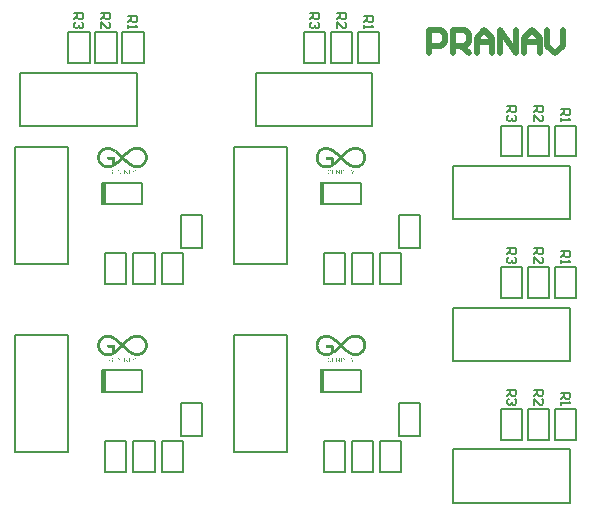
<source format=gto>
G04*
G04 #@! TF.GenerationSoftware,Altium Limited,Altium Designer,20.1.8 (145)*
G04*
G04 Layer_Color=65535*
%FSLAX25Y25*%
%MOIN*%
G70*
G04*
G04 #@! TF.SameCoordinates,4EEE358A-EBC4-4D44-B4B5-89C592D5BD6F*
G04*
G04*
G04 #@! TF.FilePolarity,Positive*
G04*
G01*
G75*
%ADD25C,0.01968*%
%ADD26C,0.00787*%
%ADD27C,0.00500*%
%ADD28R,0.01181X0.07480*%
G36*
X106380Y120770D02*
X106613D01*
Y120747D01*
X106752D01*
Y120723D01*
X106869D01*
Y120700D01*
X106985D01*
Y120677D01*
X107078D01*
Y120654D01*
X107148D01*
Y120631D01*
X107241D01*
Y120607D01*
X107310D01*
Y120584D01*
X107380D01*
Y120561D01*
X107450D01*
Y120537D01*
X107520D01*
Y120514D01*
X107566D01*
Y120491D01*
X107636D01*
Y120468D01*
X107682D01*
Y120445D01*
X107752D01*
Y120421D01*
X107799D01*
Y120398D01*
X107845D01*
Y120375D01*
X107892D01*
Y120352D01*
X107938D01*
Y120328D01*
X107984D01*
Y120305D01*
X108031D01*
Y120282D01*
X108078D01*
Y120258D01*
X108124D01*
Y120235D01*
X108170D01*
Y120212D01*
X108217D01*
Y120189D01*
X108264D01*
Y120166D01*
X108310D01*
Y120142D01*
X108356D01*
Y120119D01*
X108380D01*
Y120096D01*
X108426D01*
Y120072D01*
X108473D01*
Y120049D01*
X108496D01*
Y120026D01*
X108543D01*
Y120003D01*
X108589D01*
Y119980D01*
X108612D01*
Y119956D01*
X108635D01*
Y119933D01*
X108659D01*
Y119910D01*
X108682D01*
Y119887D01*
X108705D01*
Y119863D01*
X108729D01*
Y119840D01*
X108752D01*
Y119817D01*
Y119793D01*
X108775D01*
Y119770D01*
Y119747D01*
Y119724D01*
X108798D01*
Y119701D01*
Y119677D01*
Y119654D01*
Y119631D01*
X108821D01*
Y119607D01*
Y119584D01*
Y119561D01*
Y119538D01*
Y119515D01*
X108798D01*
Y119491D01*
Y119468D01*
Y119445D01*
Y119422D01*
X108775D01*
Y119398D01*
Y119375D01*
X108752D01*
Y119352D01*
Y119328D01*
X108729D01*
Y119305D01*
X108705D01*
Y119282D01*
Y119259D01*
X108682D01*
Y119236D01*
X108659D01*
Y119212D01*
X108612D01*
Y119189D01*
X108589D01*
Y119166D01*
X108543D01*
Y119142D01*
X108473D01*
Y119119D01*
X108356D01*
Y119096D01*
X108333D01*
Y119119D01*
X108194D01*
Y119142D01*
X108147D01*
Y119166D01*
X108101D01*
Y119189D01*
X108054D01*
Y119212D01*
X108008D01*
Y119236D01*
X107984D01*
Y119259D01*
X107938D01*
Y119282D01*
X107892D01*
Y119305D01*
X107868D01*
Y119328D01*
X107822D01*
Y119352D01*
X107775D01*
Y119375D01*
X107729D01*
Y119398D01*
X107682D01*
Y119422D01*
X107636D01*
Y119445D01*
X107589D01*
Y119468D01*
X107543D01*
Y119491D01*
X107496D01*
Y119515D01*
X107450D01*
Y119538D01*
X107403D01*
Y119561D01*
X107357D01*
Y119584D01*
X107287D01*
Y119607D01*
X107241D01*
Y119631D01*
X107171D01*
Y119654D01*
X107101D01*
Y119677D01*
X107031D01*
Y119701D01*
X106962D01*
Y119724D01*
X106892D01*
Y119747D01*
X106799D01*
Y119770D01*
X106683D01*
Y119793D01*
X106543D01*
Y119817D01*
X106357D01*
Y119840D01*
X105962D01*
Y119817D01*
X105753D01*
Y119793D01*
X105636D01*
Y119770D01*
X105543D01*
Y119747D01*
X105450D01*
Y119724D01*
X105381D01*
Y119701D01*
X105334D01*
Y119677D01*
X105264D01*
Y119654D01*
X105218D01*
Y119631D01*
X105148D01*
Y119607D01*
X105102D01*
Y119584D01*
X105055D01*
Y119561D01*
X105009D01*
Y119538D01*
X104985D01*
Y119515D01*
X104939D01*
Y119491D01*
X104892D01*
Y119468D01*
X104846D01*
Y119445D01*
X104823D01*
Y119422D01*
X104776D01*
Y119398D01*
X104753D01*
Y119375D01*
X104706D01*
Y119352D01*
X104683D01*
Y119328D01*
X104660D01*
Y119305D01*
X104613D01*
Y119282D01*
X104590D01*
Y119259D01*
X104567D01*
Y119236D01*
X104544D01*
Y119212D01*
X104497D01*
Y119189D01*
X104474D01*
Y119166D01*
X104451D01*
Y119142D01*
X104427D01*
Y119119D01*
X104404D01*
Y119096D01*
X104381D01*
Y119073D01*
X104358D01*
Y119050D01*
X104334D01*
Y119026D01*
X104311D01*
Y119003D01*
X104288D01*
Y118980D01*
X104265D01*
Y118956D01*
X104242D01*
Y118933D01*
Y118910D01*
X104218D01*
Y118887D01*
X104195D01*
Y118863D01*
X104172D01*
Y118840D01*
X104148D01*
Y118817D01*
Y118794D01*
X104125D01*
Y118771D01*
X104102D01*
Y118747D01*
X104079D01*
Y118724D01*
Y118701D01*
X104056D01*
Y118677D01*
X104032D01*
Y118654D01*
Y118631D01*
X104009D01*
Y118608D01*
X103986D01*
Y118585D01*
Y118561D01*
X103963D01*
Y118538D01*
Y118515D01*
X103939D01*
Y118491D01*
X103916D01*
Y118468D01*
Y118445D01*
X103893D01*
Y118422D01*
Y118398D01*
X103869D01*
Y118375D01*
Y118352D01*
X103846D01*
Y118329D01*
Y118306D01*
X103823D01*
Y118282D01*
Y118259D01*
Y118236D01*
X103800D01*
Y118213D01*
Y118189D01*
X103777D01*
Y118166D01*
Y118143D01*
Y118120D01*
X103753D01*
Y118096D01*
Y118073D01*
X103730D01*
Y118050D01*
Y118027D01*
Y118003D01*
X103707D01*
Y117980D01*
Y117957D01*
Y117934D01*
Y117910D01*
X103683D01*
Y117887D01*
Y117864D01*
Y117841D01*
Y117817D01*
X103660D01*
Y117794D01*
Y117771D01*
Y117748D01*
Y117724D01*
Y117701D01*
X103637D01*
Y117678D01*
Y117655D01*
Y117631D01*
Y117608D01*
Y117585D01*
Y117562D01*
X103614D01*
Y117538D01*
Y117515D01*
Y117492D01*
Y117469D01*
Y117445D01*
Y117422D01*
Y117399D01*
Y117376D01*
Y117352D01*
Y117329D01*
Y117306D01*
Y117283D01*
Y117259D01*
Y117236D01*
X103591D01*
Y117213D01*
Y117190D01*
Y117166D01*
X103614D01*
Y117143D01*
Y117120D01*
Y117097D01*
Y117073D01*
Y117050D01*
Y117027D01*
Y117004D01*
Y116980D01*
Y116957D01*
Y116934D01*
Y116911D01*
Y116887D01*
Y116864D01*
Y116841D01*
X103637D01*
Y116818D01*
Y116794D01*
Y116771D01*
Y116748D01*
Y116725D01*
Y116701D01*
Y116678D01*
X103660D01*
Y116655D01*
Y116632D01*
Y116608D01*
Y116585D01*
X103683D01*
Y116562D01*
Y116539D01*
Y116515D01*
Y116492D01*
X103707D01*
Y116469D01*
Y116446D01*
Y116422D01*
Y116399D01*
X103730D01*
Y116376D01*
Y116353D01*
Y116329D01*
X103753D01*
Y116306D01*
Y116283D01*
Y116260D01*
X103777D01*
Y116236D01*
Y116213D01*
X103800D01*
Y116190D01*
Y116167D01*
X103823D01*
Y116143D01*
Y116120D01*
Y116097D01*
X103846D01*
Y116074D01*
Y116050D01*
X103869D01*
Y116027D01*
Y116004D01*
X103893D01*
Y115981D01*
Y115957D01*
X103916D01*
Y115934D01*
Y115911D01*
X103939D01*
Y115888D01*
X103963D01*
Y115864D01*
Y115841D01*
X103986D01*
Y115818D01*
Y115795D01*
X104009D01*
Y115771D01*
X104032D01*
Y115748D01*
Y115725D01*
X104056D01*
Y115702D01*
X104079D01*
Y115678D01*
Y115655D01*
X104102D01*
Y115632D01*
X104125D01*
Y115609D01*
X104148D01*
Y115585D01*
Y115562D01*
X104172D01*
Y115539D01*
X104195D01*
Y115516D01*
X104218D01*
Y115492D01*
X104242D01*
Y115469D01*
X104265D01*
Y115446D01*
Y115423D01*
X104288D01*
Y115399D01*
X104311D01*
Y115376D01*
X104334D01*
Y115353D01*
X104358D01*
Y115330D01*
X104381D01*
Y115306D01*
X104404D01*
Y115283D01*
X104451D01*
Y115260D01*
X104474D01*
Y115237D01*
X104497D01*
Y115213D01*
X104520D01*
Y115190D01*
X104544D01*
Y115167D01*
X104567D01*
Y115144D01*
X104613D01*
Y115120D01*
X104637D01*
Y115097D01*
X104660D01*
Y115074D01*
X104706D01*
Y115051D01*
X104730D01*
Y115027D01*
X104776D01*
Y115004D01*
X104799D01*
Y114981D01*
X104846D01*
Y114958D01*
X104892D01*
Y114934D01*
X104939D01*
Y114911D01*
X104985D01*
Y114888D01*
X105032D01*
Y114865D01*
X105078D01*
Y114841D01*
X105125D01*
Y114818D01*
X105171D01*
Y114795D01*
X105241D01*
Y114772D01*
X105311D01*
Y114748D01*
X105381D01*
Y114725D01*
X105450D01*
Y114702D01*
X105543D01*
Y114679D01*
X105660D01*
Y114655D01*
X105822D01*
Y114632D01*
X106125D01*
Y114609D01*
X106311D01*
Y114632D01*
X106613D01*
Y114655D01*
X106776D01*
Y114679D01*
X106892D01*
Y114702D01*
X106985D01*
Y114725D01*
X107078D01*
Y114748D01*
X107171D01*
Y114772D01*
X107241D01*
Y114795D01*
X107310D01*
Y114818D01*
X107357D01*
Y114841D01*
X107427D01*
Y114865D01*
X107473D01*
Y114888D01*
X107543D01*
Y114911D01*
X107589D01*
Y114934D01*
X107636D01*
Y114958D01*
X107682D01*
Y114981D01*
Y115004D01*
Y115027D01*
Y115051D01*
Y115074D01*
Y115097D01*
Y115120D01*
Y115144D01*
Y115167D01*
Y115190D01*
Y115213D01*
Y115237D01*
Y115260D01*
Y115283D01*
Y115306D01*
Y115330D01*
Y115353D01*
Y115376D01*
Y115399D01*
Y115423D01*
Y115446D01*
Y115469D01*
Y115492D01*
Y115516D01*
Y115539D01*
Y115562D01*
Y115585D01*
Y115609D01*
Y115632D01*
Y115655D01*
Y115678D01*
Y115702D01*
Y115725D01*
Y115748D01*
Y115771D01*
Y115795D01*
Y115818D01*
Y115841D01*
Y115864D01*
Y115888D01*
Y115911D01*
Y115934D01*
Y115957D01*
Y115981D01*
Y116004D01*
Y116027D01*
Y116050D01*
Y116074D01*
Y116097D01*
Y116120D01*
Y116143D01*
Y116167D01*
Y116190D01*
Y116213D01*
Y116236D01*
Y116260D01*
Y116283D01*
Y116306D01*
Y116329D01*
Y116353D01*
Y116376D01*
Y116399D01*
Y116422D01*
Y116446D01*
X107659D01*
Y116469D01*
X106311D01*
Y116492D01*
X106264D01*
Y116515D01*
X106218D01*
Y116539D01*
X106171D01*
Y116562D01*
X106148D01*
Y116585D01*
X106125D01*
Y116608D01*
X106101D01*
Y116632D01*
X106078D01*
Y116655D01*
X106055D01*
Y116678D01*
X106032D01*
Y116701D01*
Y116725D01*
X106008D01*
Y116748D01*
Y116771D01*
X105985D01*
Y116794D01*
Y116818D01*
Y116841D01*
Y116864D01*
X105962D01*
Y116887D01*
Y116911D01*
Y116934D01*
Y116957D01*
Y116980D01*
Y117004D01*
X105985D01*
Y117027D01*
Y117050D01*
Y117073D01*
Y117097D01*
X106008D01*
Y117120D01*
Y117143D01*
X106032D01*
Y117166D01*
Y117190D01*
X106055D01*
Y117213D01*
Y117236D01*
X106078D01*
Y117259D01*
X106101D01*
Y117283D01*
X106125D01*
Y117306D01*
X106171D01*
Y117329D01*
X106194D01*
Y117352D01*
X106241D01*
Y117376D01*
X106287D01*
Y117399D01*
X106404D01*
Y117422D01*
X108194D01*
Y117399D01*
X108287D01*
Y117376D01*
X108356D01*
Y117352D01*
X108403D01*
Y117329D01*
X108426D01*
Y117306D01*
X108449D01*
Y117283D01*
X108496D01*
Y117259D01*
Y117236D01*
X108519D01*
Y117213D01*
X108543D01*
Y117190D01*
X108566D01*
Y117166D01*
Y117143D01*
X108589D01*
Y117120D01*
Y117097D01*
Y117073D01*
X108612D01*
Y117050D01*
Y117027D01*
Y117004D01*
Y116980D01*
Y116957D01*
X108635D01*
Y116934D01*
Y116911D01*
Y116887D01*
Y116864D01*
Y116841D01*
Y116818D01*
Y116794D01*
Y116771D01*
Y116748D01*
Y116725D01*
Y116701D01*
Y116678D01*
Y116655D01*
Y116632D01*
Y116608D01*
Y116585D01*
Y116562D01*
Y116539D01*
Y116515D01*
Y116492D01*
Y116469D01*
Y116446D01*
Y116422D01*
Y116399D01*
Y116376D01*
Y116353D01*
Y116329D01*
Y116306D01*
Y116283D01*
Y116260D01*
Y116236D01*
Y116213D01*
Y116190D01*
Y116167D01*
Y116143D01*
Y116120D01*
Y116097D01*
Y116074D01*
Y116050D01*
Y116027D01*
Y116004D01*
Y115981D01*
Y115957D01*
Y115934D01*
Y115911D01*
Y115888D01*
Y115864D01*
Y115841D01*
Y115818D01*
Y115795D01*
Y115771D01*
Y115748D01*
Y115725D01*
Y115702D01*
Y115678D01*
Y115655D01*
Y115632D01*
Y115609D01*
Y115585D01*
Y115562D01*
Y115539D01*
Y115516D01*
Y115492D01*
Y115469D01*
Y115446D01*
Y115423D01*
Y115399D01*
Y115376D01*
Y115353D01*
Y115330D01*
Y115306D01*
Y115283D01*
Y115260D01*
Y115237D01*
Y115213D01*
Y115190D01*
Y115167D01*
Y115144D01*
Y115120D01*
Y115097D01*
Y115074D01*
Y115051D01*
Y115027D01*
Y115004D01*
Y114981D01*
Y114958D01*
Y114934D01*
Y114911D01*
Y114888D01*
Y114865D01*
Y114841D01*
Y114818D01*
Y114795D01*
Y114772D01*
Y114748D01*
Y114725D01*
Y114702D01*
Y114679D01*
Y114655D01*
X108612D01*
Y114632D01*
Y114609D01*
Y114586D01*
Y114562D01*
Y114539D01*
X108589D01*
Y114516D01*
Y114493D01*
Y114470D01*
X108566D01*
Y114446D01*
Y114423D01*
X108543D01*
Y114400D01*
X108519D01*
Y114376D01*
Y114353D01*
X108496D01*
Y114330D01*
X108473D01*
Y114307D01*
X108426D01*
Y114284D01*
X108403D01*
Y114260D01*
X108356D01*
Y114237D01*
X108310D01*
Y114214D01*
X108264D01*
Y114190D01*
X108217D01*
Y114167D01*
X108170D01*
Y114144D01*
X108124D01*
Y114121D01*
X108078D01*
Y114097D01*
X108031D01*
Y114074D01*
X107984D01*
Y114051D01*
X107938D01*
Y114028D01*
X107868D01*
Y114005D01*
X107822D01*
Y113981D01*
X107752D01*
Y113958D01*
X107706D01*
Y113935D01*
X107636D01*
Y113911D01*
X107566D01*
Y113888D01*
X107496D01*
Y113865D01*
X107427D01*
Y113842D01*
X107357D01*
Y113819D01*
X107264D01*
Y113795D01*
X107171D01*
Y113772D01*
X107078D01*
Y113749D01*
X106962D01*
Y113725D01*
X106822D01*
Y113702D01*
X106636D01*
Y113679D01*
X105799D01*
Y113702D01*
X105613D01*
Y113725D01*
X105474D01*
Y113749D01*
X105381D01*
Y113772D01*
X105264D01*
Y113795D01*
X105195D01*
Y113819D01*
X105102D01*
Y113842D01*
X105032D01*
Y113865D01*
X104962D01*
Y113888D01*
X104892D01*
Y113911D01*
X104846D01*
Y113935D01*
X104776D01*
Y113958D01*
X104730D01*
Y113981D01*
X104683D01*
Y114005D01*
X104637D01*
Y114028D01*
X104567D01*
Y114051D01*
X104520D01*
Y114074D01*
X104497D01*
Y114097D01*
X104451D01*
Y114121D01*
X104404D01*
Y114144D01*
X104358D01*
Y114167D01*
X104334D01*
Y114190D01*
X104288D01*
Y114214D01*
X104242D01*
Y114237D01*
X104218D01*
Y114260D01*
X104172D01*
Y114284D01*
X104148D01*
Y114307D01*
X104102D01*
Y114330D01*
X104079D01*
Y114353D01*
X104056D01*
Y114376D01*
X104009D01*
Y114400D01*
X103986D01*
Y114423D01*
X103963D01*
Y114446D01*
X103939D01*
Y114470D01*
X103893D01*
Y114493D01*
X103869D01*
Y114516D01*
X103846D01*
Y114539D01*
X103823D01*
Y114562D01*
X103800D01*
Y114586D01*
X103777D01*
Y114609D01*
X103753D01*
Y114632D01*
X103730D01*
Y114655D01*
X103707D01*
Y114679D01*
X103683D01*
Y114702D01*
X103660D01*
Y114725D01*
X103637D01*
Y114748D01*
X103614D01*
Y114772D01*
X103591D01*
Y114795D01*
X103567D01*
Y114818D01*
X103544D01*
Y114841D01*
X103521D01*
Y114865D01*
X103498D01*
Y114888D01*
Y114911D01*
X103474D01*
Y114934D01*
X103451D01*
Y114958D01*
X103428D01*
Y114981D01*
X103404D01*
Y115004D01*
X103381D01*
Y115027D01*
Y115051D01*
X103358D01*
Y115074D01*
X103335D01*
Y115097D01*
Y115120D01*
X103312D01*
Y115144D01*
X103288D01*
Y115167D01*
X103265D01*
Y115190D01*
Y115213D01*
X103242D01*
Y115237D01*
X103218D01*
Y115260D01*
Y115283D01*
X103195D01*
Y115306D01*
Y115330D01*
X103172D01*
Y115353D01*
X103149D01*
Y115376D01*
Y115399D01*
X103126D01*
Y115423D01*
Y115446D01*
X103102D01*
Y115469D01*
X103079D01*
Y115492D01*
Y115516D01*
X103056D01*
Y115539D01*
Y115562D01*
X103033D01*
Y115585D01*
Y115609D01*
X103009D01*
Y115632D01*
Y115655D01*
X102986D01*
Y115678D01*
Y115702D01*
X102963D01*
Y115725D01*
Y115748D01*
Y115771D01*
X102939D01*
Y115795D01*
Y115818D01*
X102916D01*
Y115841D01*
Y115864D01*
X102893D01*
Y115888D01*
Y115911D01*
Y115934D01*
X102870D01*
Y115957D01*
Y115981D01*
Y116004D01*
X102847D01*
Y116027D01*
Y116050D01*
Y116074D01*
X102823D01*
Y116097D01*
Y116120D01*
Y116143D01*
X102800D01*
Y116167D01*
Y116190D01*
Y116213D01*
X102777D01*
Y116236D01*
Y116260D01*
Y116283D01*
Y116306D01*
X102753D01*
Y116329D01*
Y116353D01*
Y116376D01*
Y116399D01*
X102730D01*
Y116422D01*
Y116446D01*
Y116469D01*
Y116492D01*
Y116515D01*
X102707D01*
Y116539D01*
Y116562D01*
Y116585D01*
Y116608D01*
Y116632D01*
Y116655D01*
X102684D01*
Y116678D01*
Y116701D01*
Y116725D01*
Y116748D01*
Y116771D01*
Y116794D01*
Y116818D01*
X102661D01*
Y116841D01*
Y116864D01*
Y116887D01*
Y116911D01*
Y116934D01*
Y116957D01*
Y116980D01*
Y117004D01*
Y117027D01*
Y117050D01*
Y117073D01*
Y117097D01*
Y117120D01*
Y117143D01*
Y117166D01*
Y117190D01*
Y117213D01*
Y117236D01*
Y117259D01*
Y117283D01*
Y117306D01*
Y117329D01*
Y117352D01*
Y117376D01*
Y117399D01*
Y117422D01*
Y117445D01*
Y117469D01*
Y117492D01*
Y117515D01*
Y117538D01*
Y117562D01*
X102684D01*
Y117585D01*
Y117608D01*
Y117631D01*
Y117655D01*
Y117678D01*
Y117701D01*
Y117724D01*
Y117748D01*
X102707D01*
Y117771D01*
Y117794D01*
Y117817D01*
Y117841D01*
Y117864D01*
Y117887D01*
X102730D01*
Y117910D01*
Y117934D01*
Y117957D01*
Y117980D01*
Y118003D01*
X102753D01*
Y118027D01*
Y118050D01*
Y118073D01*
Y118096D01*
X102777D01*
Y118120D01*
Y118143D01*
Y118166D01*
Y118189D01*
X102800D01*
Y118213D01*
Y118236D01*
Y118259D01*
X102823D01*
Y118282D01*
Y118306D01*
Y118329D01*
X102847D01*
Y118352D01*
Y118375D01*
Y118398D01*
X102870D01*
Y118422D01*
Y118445D01*
Y118468D01*
X102893D01*
Y118491D01*
Y118515D01*
Y118538D01*
X102916D01*
Y118561D01*
Y118585D01*
X102939D01*
Y118608D01*
Y118631D01*
X102963D01*
Y118654D01*
Y118677D01*
Y118701D01*
X102986D01*
Y118724D01*
Y118747D01*
X103009D01*
Y118771D01*
Y118794D01*
X103033D01*
Y118817D01*
Y118840D01*
X103056D01*
Y118863D01*
Y118887D01*
X103079D01*
Y118910D01*
Y118933D01*
X103102D01*
Y118956D01*
X103126D01*
Y118980D01*
Y119003D01*
X103149D01*
Y119026D01*
Y119050D01*
X103172D01*
Y119073D01*
Y119096D01*
X103195D01*
Y119119D01*
X103218D01*
Y119142D01*
Y119166D01*
X103242D01*
Y119189D01*
X103265D01*
Y119212D01*
Y119236D01*
X103288D01*
Y119259D01*
X103312D01*
Y119282D01*
Y119305D01*
X103335D01*
Y119328D01*
X103358D01*
Y119352D01*
X103381D01*
Y119375D01*
Y119398D01*
X103404D01*
Y119422D01*
X103428D01*
Y119445D01*
X103451D01*
Y119468D01*
X103474D01*
Y119491D01*
Y119515D01*
X103498D01*
Y119538D01*
X103521D01*
Y119561D01*
X103544D01*
Y119584D01*
X103567D01*
Y119607D01*
X103591D01*
Y119631D01*
X103614D01*
Y119654D01*
X103637D01*
Y119677D01*
X103660D01*
Y119701D01*
X103683D01*
Y119724D01*
X103707D01*
Y119747D01*
X103730D01*
Y119770D01*
X103753D01*
Y119793D01*
X103777D01*
Y119817D01*
X103800D01*
Y119840D01*
X103823D01*
Y119863D01*
X103846D01*
Y119887D01*
X103869D01*
Y119910D01*
X103893D01*
Y119933D01*
X103916D01*
Y119956D01*
X103939D01*
Y119980D01*
X103986D01*
Y120003D01*
X104009D01*
Y120026D01*
X104032D01*
Y120049D01*
X104056D01*
Y120072D01*
X104102D01*
Y120096D01*
X104125D01*
Y120119D01*
X104172D01*
Y120142D01*
X104195D01*
Y120166D01*
X104218D01*
Y120189D01*
X104265D01*
Y120212D01*
X104288D01*
Y120235D01*
X104334D01*
Y120258D01*
X104381D01*
Y120282D01*
X104404D01*
Y120305D01*
X104451D01*
Y120328D01*
X104497D01*
Y120352D01*
X104520D01*
Y120375D01*
X104567D01*
Y120398D01*
X104613D01*
Y120421D01*
X104660D01*
Y120445D01*
X104706D01*
Y120468D01*
X104776D01*
Y120491D01*
X104823D01*
Y120514D01*
X104869D01*
Y120537D01*
X104939D01*
Y120561D01*
X104985D01*
Y120584D01*
X105055D01*
Y120607D01*
X105125D01*
Y120631D01*
X105195D01*
Y120654D01*
X105264D01*
Y120677D01*
X105357D01*
Y120700D01*
X105450D01*
Y120723D01*
X105567D01*
Y120747D01*
X105729D01*
Y120770D01*
X105939D01*
Y120793D01*
X106380D01*
Y120770D01*
D02*
G37*
G36*
X33546D02*
X33778D01*
Y120747D01*
X33918D01*
Y120723D01*
X34034D01*
Y120700D01*
X34150D01*
Y120677D01*
X34243D01*
Y120654D01*
X34313D01*
Y120631D01*
X34406D01*
Y120607D01*
X34476D01*
Y120584D01*
X34545D01*
Y120561D01*
X34615D01*
Y120537D01*
X34685D01*
Y120514D01*
X34731D01*
Y120491D01*
X34801D01*
Y120468D01*
X34848D01*
Y120445D01*
X34917D01*
Y120421D01*
X34964D01*
Y120398D01*
X35010D01*
Y120375D01*
X35057D01*
Y120352D01*
X35103D01*
Y120328D01*
X35150D01*
Y120305D01*
X35196D01*
Y120282D01*
X35243D01*
Y120258D01*
X35289D01*
Y120235D01*
X35336D01*
Y120212D01*
X35382D01*
Y120189D01*
X35429D01*
Y120166D01*
X35475D01*
Y120142D01*
X35522D01*
Y120119D01*
X35545D01*
Y120096D01*
X35592D01*
Y120072D01*
X35638D01*
Y120049D01*
X35661D01*
Y120026D01*
X35708D01*
Y120003D01*
X35754D01*
Y119980D01*
X35778D01*
Y119956D01*
X35801D01*
Y119933D01*
X35824D01*
Y119910D01*
X35847D01*
Y119887D01*
X35871D01*
Y119863D01*
X35894D01*
Y119840D01*
X35917D01*
Y119817D01*
Y119793D01*
X35940D01*
Y119770D01*
Y119747D01*
Y119724D01*
X35964D01*
Y119701D01*
Y119677D01*
Y119654D01*
Y119631D01*
X35987D01*
Y119607D01*
Y119584D01*
Y119561D01*
Y119538D01*
Y119515D01*
X35964D01*
Y119491D01*
Y119468D01*
Y119445D01*
Y119422D01*
X35940D01*
Y119398D01*
Y119375D01*
X35917D01*
Y119352D01*
Y119328D01*
X35894D01*
Y119305D01*
X35871D01*
Y119282D01*
Y119259D01*
X35847D01*
Y119236D01*
X35824D01*
Y119212D01*
X35778D01*
Y119189D01*
X35754D01*
Y119166D01*
X35708D01*
Y119142D01*
X35638D01*
Y119119D01*
X35522D01*
Y119096D01*
X35499D01*
Y119119D01*
X35359D01*
Y119142D01*
X35313D01*
Y119166D01*
X35266D01*
Y119189D01*
X35220D01*
Y119212D01*
X35173D01*
Y119236D01*
X35150D01*
Y119259D01*
X35103D01*
Y119282D01*
X35057D01*
Y119305D01*
X35034D01*
Y119328D01*
X34987D01*
Y119352D01*
X34941D01*
Y119375D01*
X34894D01*
Y119398D01*
X34848D01*
Y119422D01*
X34801D01*
Y119445D01*
X34755D01*
Y119468D01*
X34708D01*
Y119491D01*
X34662D01*
Y119515D01*
X34615D01*
Y119538D01*
X34569D01*
Y119561D01*
X34522D01*
Y119584D01*
X34452D01*
Y119607D01*
X34406D01*
Y119631D01*
X34336D01*
Y119654D01*
X34266D01*
Y119677D01*
X34197D01*
Y119701D01*
X34127D01*
Y119724D01*
X34057D01*
Y119747D01*
X33964D01*
Y119770D01*
X33848D01*
Y119793D01*
X33708D01*
Y119817D01*
X33522D01*
Y119840D01*
X33127D01*
Y119817D01*
X32918D01*
Y119793D01*
X32802D01*
Y119770D01*
X32709D01*
Y119747D01*
X32616D01*
Y119724D01*
X32546D01*
Y119701D01*
X32500D01*
Y119677D01*
X32430D01*
Y119654D01*
X32383D01*
Y119631D01*
X32313D01*
Y119607D01*
X32267D01*
Y119584D01*
X32221D01*
Y119561D01*
X32174D01*
Y119538D01*
X32151D01*
Y119515D01*
X32104D01*
Y119491D01*
X32058D01*
Y119468D01*
X32011D01*
Y119445D01*
X31988D01*
Y119422D01*
X31942D01*
Y119398D01*
X31918D01*
Y119375D01*
X31872D01*
Y119352D01*
X31848D01*
Y119328D01*
X31825D01*
Y119305D01*
X31779D01*
Y119282D01*
X31756D01*
Y119259D01*
X31732D01*
Y119236D01*
X31709D01*
Y119212D01*
X31662D01*
Y119189D01*
X31639D01*
Y119166D01*
X31616D01*
Y119142D01*
X31593D01*
Y119119D01*
X31569D01*
Y119096D01*
X31546D01*
Y119073D01*
X31523D01*
Y119050D01*
X31500D01*
Y119026D01*
X31477D01*
Y119003D01*
X31453D01*
Y118980D01*
X31430D01*
Y118956D01*
X31407D01*
Y118933D01*
Y118910D01*
X31384D01*
Y118887D01*
X31360D01*
Y118863D01*
X31337D01*
Y118840D01*
X31314D01*
Y118817D01*
Y118794D01*
X31291D01*
Y118771D01*
X31267D01*
Y118747D01*
X31244D01*
Y118724D01*
Y118701D01*
X31221D01*
Y118677D01*
X31198D01*
Y118654D01*
Y118631D01*
X31174D01*
Y118608D01*
X31151D01*
Y118585D01*
Y118561D01*
X31128D01*
Y118538D01*
Y118515D01*
X31105D01*
Y118491D01*
X31081D01*
Y118468D01*
Y118445D01*
X31058D01*
Y118422D01*
Y118398D01*
X31035D01*
Y118375D01*
Y118352D01*
X31012D01*
Y118329D01*
Y118306D01*
X30988D01*
Y118282D01*
Y118259D01*
Y118236D01*
X30965D01*
Y118213D01*
Y118189D01*
X30942D01*
Y118166D01*
Y118143D01*
Y118120D01*
X30919D01*
Y118096D01*
Y118073D01*
X30895D01*
Y118050D01*
Y118027D01*
Y118003D01*
X30872D01*
Y117980D01*
Y117957D01*
Y117934D01*
Y117910D01*
X30849D01*
Y117887D01*
Y117864D01*
Y117841D01*
Y117817D01*
X30826D01*
Y117794D01*
Y117771D01*
Y117748D01*
Y117724D01*
Y117701D01*
X30802D01*
Y117678D01*
Y117655D01*
Y117631D01*
Y117608D01*
Y117585D01*
Y117562D01*
X30779D01*
Y117538D01*
Y117515D01*
Y117492D01*
Y117469D01*
Y117445D01*
Y117422D01*
Y117399D01*
Y117376D01*
Y117352D01*
Y117329D01*
Y117306D01*
Y117283D01*
Y117259D01*
Y117236D01*
X30756D01*
Y117213D01*
Y117190D01*
Y117166D01*
X30779D01*
Y117143D01*
Y117120D01*
Y117097D01*
Y117073D01*
Y117050D01*
Y117027D01*
Y117004D01*
Y116980D01*
Y116957D01*
Y116934D01*
Y116911D01*
Y116887D01*
Y116864D01*
Y116841D01*
X30802D01*
Y116818D01*
Y116794D01*
Y116771D01*
Y116748D01*
Y116725D01*
Y116701D01*
Y116678D01*
X30826D01*
Y116655D01*
Y116632D01*
Y116608D01*
Y116585D01*
X30849D01*
Y116562D01*
Y116539D01*
Y116515D01*
Y116492D01*
X30872D01*
Y116469D01*
Y116446D01*
Y116422D01*
Y116399D01*
X30895D01*
Y116376D01*
Y116353D01*
Y116329D01*
X30919D01*
Y116306D01*
Y116283D01*
Y116260D01*
X30942D01*
Y116236D01*
Y116213D01*
X30965D01*
Y116190D01*
Y116167D01*
X30988D01*
Y116143D01*
Y116120D01*
Y116097D01*
X31012D01*
Y116074D01*
Y116050D01*
X31035D01*
Y116027D01*
Y116004D01*
X31058D01*
Y115981D01*
Y115957D01*
X31081D01*
Y115934D01*
Y115911D01*
X31105D01*
Y115888D01*
X31128D01*
Y115864D01*
Y115841D01*
X31151D01*
Y115818D01*
Y115795D01*
X31174D01*
Y115771D01*
X31198D01*
Y115748D01*
Y115725D01*
X31221D01*
Y115702D01*
X31244D01*
Y115678D01*
Y115655D01*
X31267D01*
Y115632D01*
X31291D01*
Y115609D01*
X31314D01*
Y115585D01*
Y115562D01*
X31337D01*
Y115539D01*
X31360D01*
Y115516D01*
X31384D01*
Y115492D01*
X31407D01*
Y115469D01*
X31430D01*
Y115446D01*
Y115423D01*
X31453D01*
Y115399D01*
X31477D01*
Y115376D01*
X31500D01*
Y115353D01*
X31523D01*
Y115330D01*
X31546D01*
Y115306D01*
X31569D01*
Y115283D01*
X31616D01*
Y115260D01*
X31639D01*
Y115237D01*
X31662D01*
Y115213D01*
X31686D01*
Y115190D01*
X31709D01*
Y115167D01*
X31732D01*
Y115144D01*
X31779D01*
Y115120D01*
X31802D01*
Y115097D01*
X31825D01*
Y115074D01*
X31872D01*
Y115051D01*
X31895D01*
Y115027D01*
X31942D01*
Y115004D01*
X31965D01*
Y114981D01*
X32011D01*
Y114958D01*
X32058D01*
Y114934D01*
X32104D01*
Y114911D01*
X32151D01*
Y114888D01*
X32197D01*
Y114865D01*
X32244D01*
Y114841D01*
X32290D01*
Y114818D01*
X32337D01*
Y114795D01*
X32406D01*
Y114772D01*
X32476D01*
Y114748D01*
X32546D01*
Y114725D01*
X32616D01*
Y114702D01*
X32709D01*
Y114679D01*
X32825D01*
Y114655D01*
X32988D01*
Y114632D01*
X33290D01*
Y114609D01*
X33476D01*
Y114632D01*
X33778D01*
Y114655D01*
X33941D01*
Y114679D01*
X34057D01*
Y114702D01*
X34150D01*
Y114725D01*
X34243D01*
Y114748D01*
X34336D01*
Y114772D01*
X34406D01*
Y114795D01*
X34476D01*
Y114818D01*
X34522D01*
Y114841D01*
X34592D01*
Y114865D01*
X34638D01*
Y114888D01*
X34708D01*
Y114911D01*
X34755D01*
Y114934D01*
X34801D01*
Y114958D01*
X34848D01*
Y114981D01*
Y115004D01*
Y115027D01*
Y115051D01*
Y115074D01*
Y115097D01*
Y115120D01*
Y115144D01*
Y115167D01*
Y115190D01*
Y115213D01*
Y115237D01*
Y115260D01*
Y115283D01*
Y115306D01*
Y115330D01*
Y115353D01*
Y115376D01*
Y115399D01*
Y115423D01*
Y115446D01*
Y115469D01*
Y115492D01*
Y115516D01*
Y115539D01*
Y115562D01*
Y115585D01*
Y115609D01*
Y115632D01*
Y115655D01*
Y115678D01*
Y115702D01*
Y115725D01*
Y115748D01*
Y115771D01*
Y115795D01*
Y115818D01*
Y115841D01*
Y115864D01*
Y115888D01*
Y115911D01*
Y115934D01*
Y115957D01*
Y115981D01*
Y116004D01*
Y116027D01*
Y116050D01*
Y116074D01*
Y116097D01*
Y116120D01*
Y116143D01*
Y116167D01*
Y116190D01*
Y116213D01*
Y116236D01*
Y116260D01*
Y116283D01*
Y116306D01*
Y116329D01*
Y116353D01*
Y116376D01*
Y116399D01*
Y116422D01*
Y116446D01*
X34824D01*
Y116469D01*
X33476D01*
Y116492D01*
X33430D01*
Y116515D01*
X33383D01*
Y116539D01*
X33336D01*
Y116562D01*
X33313D01*
Y116585D01*
X33290D01*
Y116608D01*
X33267D01*
Y116632D01*
X33244D01*
Y116655D01*
X33220D01*
Y116678D01*
X33197D01*
Y116701D01*
Y116725D01*
X33174D01*
Y116748D01*
Y116771D01*
X33151D01*
Y116794D01*
Y116818D01*
Y116841D01*
Y116864D01*
X33127D01*
Y116887D01*
Y116911D01*
Y116934D01*
Y116957D01*
Y116980D01*
Y117004D01*
X33151D01*
Y117027D01*
Y117050D01*
Y117073D01*
Y117097D01*
X33174D01*
Y117120D01*
Y117143D01*
X33197D01*
Y117166D01*
Y117190D01*
X33220D01*
Y117213D01*
Y117236D01*
X33244D01*
Y117259D01*
X33267D01*
Y117283D01*
X33290D01*
Y117306D01*
X33336D01*
Y117329D01*
X33360D01*
Y117352D01*
X33406D01*
Y117376D01*
X33453D01*
Y117399D01*
X33569D01*
Y117422D01*
X35359D01*
Y117399D01*
X35452D01*
Y117376D01*
X35522D01*
Y117352D01*
X35568D01*
Y117329D01*
X35592D01*
Y117306D01*
X35615D01*
Y117283D01*
X35661D01*
Y117259D01*
Y117236D01*
X35685D01*
Y117213D01*
X35708D01*
Y117190D01*
X35731D01*
Y117166D01*
Y117143D01*
X35754D01*
Y117120D01*
Y117097D01*
Y117073D01*
X35778D01*
Y117050D01*
Y117027D01*
Y117004D01*
Y116980D01*
Y116957D01*
X35801D01*
Y116934D01*
Y116911D01*
Y116887D01*
Y116864D01*
Y116841D01*
Y116818D01*
Y116794D01*
Y116771D01*
Y116748D01*
Y116725D01*
Y116701D01*
Y116678D01*
Y116655D01*
Y116632D01*
Y116608D01*
Y116585D01*
Y116562D01*
Y116539D01*
Y116515D01*
Y116492D01*
Y116469D01*
Y116446D01*
Y116422D01*
Y116399D01*
Y116376D01*
Y116353D01*
Y116329D01*
Y116306D01*
Y116283D01*
Y116260D01*
Y116236D01*
Y116213D01*
Y116190D01*
Y116167D01*
Y116143D01*
Y116120D01*
Y116097D01*
Y116074D01*
Y116050D01*
Y116027D01*
Y116004D01*
Y115981D01*
Y115957D01*
Y115934D01*
Y115911D01*
Y115888D01*
Y115864D01*
Y115841D01*
Y115818D01*
Y115795D01*
Y115771D01*
Y115748D01*
Y115725D01*
Y115702D01*
Y115678D01*
Y115655D01*
Y115632D01*
Y115609D01*
Y115585D01*
Y115562D01*
Y115539D01*
Y115516D01*
Y115492D01*
Y115469D01*
Y115446D01*
Y115423D01*
Y115399D01*
Y115376D01*
Y115353D01*
Y115330D01*
Y115306D01*
Y115283D01*
Y115260D01*
Y115237D01*
Y115213D01*
Y115190D01*
Y115167D01*
Y115144D01*
Y115120D01*
Y115097D01*
Y115074D01*
Y115051D01*
Y115027D01*
Y115004D01*
Y114981D01*
Y114958D01*
Y114934D01*
Y114911D01*
Y114888D01*
Y114865D01*
Y114841D01*
Y114818D01*
Y114795D01*
Y114772D01*
Y114748D01*
Y114725D01*
Y114702D01*
Y114679D01*
Y114655D01*
X35778D01*
Y114632D01*
Y114609D01*
Y114586D01*
Y114562D01*
Y114539D01*
X35754D01*
Y114516D01*
Y114493D01*
Y114470D01*
X35731D01*
Y114446D01*
Y114423D01*
X35708D01*
Y114400D01*
X35685D01*
Y114376D01*
Y114353D01*
X35661D01*
Y114330D01*
X35638D01*
Y114307D01*
X35592D01*
Y114284D01*
X35568D01*
Y114260D01*
X35522D01*
Y114237D01*
X35475D01*
Y114214D01*
X35429D01*
Y114190D01*
X35382D01*
Y114167D01*
X35336D01*
Y114144D01*
X35289D01*
Y114121D01*
X35243D01*
Y114097D01*
X35196D01*
Y114074D01*
X35150D01*
Y114051D01*
X35103D01*
Y114028D01*
X35034D01*
Y114005D01*
X34987D01*
Y113981D01*
X34917D01*
Y113958D01*
X34871D01*
Y113935D01*
X34801D01*
Y113911D01*
X34731D01*
Y113888D01*
X34662D01*
Y113865D01*
X34592D01*
Y113842D01*
X34522D01*
Y113819D01*
X34429D01*
Y113795D01*
X34336D01*
Y113772D01*
X34243D01*
Y113749D01*
X34127D01*
Y113725D01*
X33988D01*
Y113702D01*
X33801D01*
Y113679D01*
X32965D01*
Y113702D01*
X32778D01*
Y113725D01*
X32639D01*
Y113749D01*
X32546D01*
Y113772D01*
X32430D01*
Y113795D01*
X32360D01*
Y113819D01*
X32267D01*
Y113842D01*
X32197D01*
Y113865D01*
X32127D01*
Y113888D01*
X32058D01*
Y113911D01*
X32011D01*
Y113935D01*
X31942D01*
Y113958D01*
X31895D01*
Y113981D01*
X31848D01*
Y114005D01*
X31802D01*
Y114028D01*
X31732D01*
Y114051D01*
X31686D01*
Y114074D01*
X31662D01*
Y114097D01*
X31616D01*
Y114121D01*
X31569D01*
Y114144D01*
X31523D01*
Y114167D01*
X31500D01*
Y114190D01*
X31453D01*
Y114214D01*
X31407D01*
Y114237D01*
X31384D01*
Y114260D01*
X31337D01*
Y114284D01*
X31314D01*
Y114307D01*
X31267D01*
Y114330D01*
X31244D01*
Y114353D01*
X31221D01*
Y114376D01*
X31174D01*
Y114400D01*
X31151D01*
Y114423D01*
X31128D01*
Y114446D01*
X31105D01*
Y114470D01*
X31058D01*
Y114493D01*
X31035D01*
Y114516D01*
X31012D01*
Y114539D01*
X30988D01*
Y114562D01*
X30965D01*
Y114586D01*
X30942D01*
Y114609D01*
X30919D01*
Y114632D01*
X30895D01*
Y114655D01*
X30872D01*
Y114679D01*
X30849D01*
Y114702D01*
X30826D01*
Y114725D01*
X30802D01*
Y114748D01*
X30779D01*
Y114772D01*
X30756D01*
Y114795D01*
X30733D01*
Y114818D01*
X30709D01*
Y114841D01*
X30686D01*
Y114865D01*
X30663D01*
Y114888D01*
Y114911D01*
X30640D01*
Y114934D01*
X30616D01*
Y114958D01*
X30593D01*
Y114981D01*
X30570D01*
Y115004D01*
X30547D01*
Y115027D01*
Y115051D01*
X30523D01*
Y115074D01*
X30500D01*
Y115097D01*
Y115120D01*
X30477D01*
Y115144D01*
X30454D01*
Y115167D01*
X30430D01*
Y115190D01*
Y115213D01*
X30407D01*
Y115237D01*
X30384D01*
Y115260D01*
Y115283D01*
X30361D01*
Y115306D01*
Y115330D01*
X30337D01*
Y115353D01*
X30314D01*
Y115376D01*
Y115399D01*
X30291D01*
Y115423D01*
Y115446D01*
X30268D01*
Y115469D01*
X30244D01*
Y115492D01*
Y115516D01*
X30221D01*
Y115539D01*
Y115562D01*
X30198D01*
Y115585D01*
Y115609D01*
X30175D01*
Y115632D01*
Y115655D01*
X30151D01*
Y115678D01*
Y115702D01*
X30128D01*
Y115725D01*
Y115748D01*
Y115771D01*
X30105D01*
Y115795D01*
Y115818D01*
X30082D01*
Y115841D01*
Y115864D01*
X30058D01*
Y115888D01*
Y115911D01*
Y115934D01*
X30035D01*
Y115957D01*
Y115981D01*
Y116004D01*
X30012D01*
Y116027D01*
Y116050D01*
Y116074D01*
X29989D01*
Y116097D01*
Y116120D01*
Y116143D01*
X29965D01*
Y116167D01*
Y116190D01*
Y116213D01*
X29942D01*
Y116236D01*
Y116260D01*
Y116283D01*
Y116306D01*
X29919D01*
Y116329D01*
Y116353D01*
Y116376D01*
Y116399D01*
X29896D01*
Y116422D01*
Y116446D01*
Y116469D01*
Y116492D01*
Y116515D01*
X29872D01*
Y116539D01*
Y116562D01*
Y116585D01*
Y116608D01*
Y116632D01*
Y116655D01*
X29849D01*
Y116678D01*
Y116701D01*
Y116725D01*
Y116748D01*
Y116771D01*
Y116794D01*
Y116818D01*
X29826D01*
Y116841D01*
Y116864D01*
Y116887D01*
Y116911D01*
Y116934D01*
Y116957D01*
Y116980D01*
Y117004D01*
Y117027D01*
Y117050D01*
Y117073D01*
Y117097D01*
Y117120D01*
Y117143D01*
Y117166D01*
Y117190D01*
Y117213D01*
Y117236D01*
Y117259D01*
Y117283D01*
Y117306D01*
Y117329D01*
Y117352D01*
Y117376D01*
Y117399D01*
Y117422D01*
Y117445D01*
Y117469D01*
Y117492D01*
Y117515D01*
Y117538D01*
Y117562D01*
X29849D01*
Y117585D01*
Y117608D01*
Y117631D01*
Y117655D01*
Y117678D01*
Y117701D01*
Y117724D01*
Y117748D01*
X29872D01*
Y117771D01*
Y117794D01*
Y117817D01*
Y117841D01*
Y117864D01*
Y117887D01*
X29896D01*
Y117910D01*
Y117934D01*
Y117957D01*
Y117980D01*
Y118003D01*
X29919D01*
Y118027D01*
Y118050D01*
Y118073D01*
Y118096D01*
X29942D01*
Y118120D01*
Y118143D01*
Y118166D01*
Y118189D01*
X29965D01*
Y118213D01*
Y118236D01*
Y118259D01*
X29989D01*
Y118282D01*
Y118306D01*
Y118329D01*
X30012D01*
Y118352D01*
Y118375D01*
Y118398D01*
X30035D01*
Y118422D01*
Y118445D01*
Y118468D01*
X30058D01*
Y118491D01*
Y118515D01*
Y118538D01*
X30082D01*
Y118561D01*
Y118585D01*
X30105D01*
Y118608D01*
Y118631D01*
X30128D01*
Y118654D01*
Y118677D01*
Y118701D01*
X30151D01*
Y118724D01*
Y118747D01*
X30175D01*
Y118771D01*
Y118794D01*
X30198D01*
Y118817D01*
Y118840D01*
X30221D01*
Y118863D01*
Y118887D01*
X30244D01*
Y118910D01*
Y118933D01*
X30268D01*
Y118956D01*
X30291D01*
Y118980D01*
Y119003D01*
X30314D01*
Y119026D01*
Y119050D01*
X30337D01*
Y119073D01*
Y119096D01*
X30361D01*
Y119119D01*
X30384D01*
Y119142D01*
Y119166D01*
X30407D01*
Y119189D01*
X30430D01*
Y119212D01*
Y119236D01*
X30454D01*
Y119259D01*
X30477D01*
Y119282D01*
Y119305D01*
X30500D01*
Y119328D01*
X30523D01*
Y119352D01*
X30547D01*
Y119375D01*
Y119398D01*
X30570D01*
Y119422D01*
X30593D01*
Y119445D01*
X30616D01*
Y119468D01*
X30640D01*
Y119491D01*
Y119515D01*
X30663D01*
Y119538D01*
X30686D01*
Y119561D01*
X30709D01*
Y119584D01*
X30733D01*
Y119607D01*
X30756D01*
Y119631D01*
X30779D01*
Y119654D01*
X30802D01*
Y119677D01*
X30826D01*
Y119701D01*
X30849D01*
Y119724D01*
X30872D01*
Y119747D01*
X30895D01*
Y119770D01*
X30919D01*
Y119793D01*
X30942D01*
Y119817D01*
X30965D01*
Y119840D01*
X30988D01*
Y119863D01*
X31012D01*
Y119887D01*
X31035D01*
Y119910D01*
X31058D01*
Y119933D01*
X31081D01*
Y119956D01*
X31105D01*
Y119980D01*
X31151D01*
Y120003D01*
X31174D01*
Y120026D01*
X31198D01*
Y120049D01*
X31221D01*
Y120072D01*
X31267D01*
Y120096D01*
X31291D01*
Y120119D01*
X31337D01*
Y120142D01*
X31360D01*
Y120166D01*
X31384D01*
Y120189D01*
X31430D01*
Y120212D01*
X31453D01*
Y120235D01*
X31500D01*
Y120258D01*
X31546D01*
Y120282D01*
X31569D01*
Y120305D01*
X31616D01*
Y120328D01*
X31662D01*
Y120352D01*
X31686D01*
Y120375D01*
X31732D01*
Y120398D01*
X31779D01*
Y120421D01*
X31825D01*
Y120445D01*
X31872D01*
Y120468D01*
X31942D01*
Y120491D01*
X31988D01*
Y120514D01*
X32035D01*
Y120537D01*
X32104D01*
Y120561D01*
X32151D01*
Y120584D01*
X32221D01*
Y120607D01*
X32290D01*
Y120631D01*
X32360D01*
Y120654D01*
X32430D01*
Y120677D01*
X32523D01*
Y120700D01*
X32616D01*
Y120723D01*
X32732D01*
Y120747D01*
X32895D01*
Y120770D01*
X33104D01*
Y120793D01*
X33546D01*
Y120770D01*
D02*
G37*
G36*
X116238Y120793D02*
X116471D01*
Y120770D01*
X116610D01*
Y120747D01*
X116750D01*
Y120723D01*
X116842D01*
Y120700D01*
X116935D01*
Y120677D01*
X117028D01*
Y120654D01*
X117098D01*
Y120631D01*
X117168D01*
Y120607D01*
X117238D01*
Y120584D01*
X117284D01*
Y120561D01*
X117354D01*
Y120537D01*
X117400D01*
Y120514D01*
X117470D01*
Y120491D01*
X117517D01*
Y120468D01*
X117563D01*
Y120445D01*
X117610D01*
Y120421D01*
X117656D01*
Y120398D01*
X117703D01*
Y120375D01*
X117749D01*
Y120352D01*
X117772D01*
Y120328D01*
X117819D01*
Y120305D01*
X117865D01*
Y120282D01*
X117889D01*
Y120258D01*
X117935D01*
Y120235D01*
X117958D01*
Y120212D01*
X118005D01*
Y120189D01*
X118028D01*
Y120166D01*
X118075D01*
Y120142D01*
X118098D01*
Y120119D01*
X118121D01*
Y120096D01*
X118168D01*
Y120072D01*
X118191D01*
Y120049D01*
X118214D01*
Y120026D01*
X118237D01*
Y120003D01*
X118284D01*
Y119980D01*
X118307D01*
Y119956D01*
X118330D01*
Y119933D01*
X118354D01*
Y119910D01*
X118377D01*
Y119887D01*
X118400D01*
Y119863D01*
X118423D01*
Y119840D01*
X118447D01*
Y119817D01*
X118470D01*
Y119793D01*
X118493D01*
Y119770D01*
X118516D01*
Y119747D01*
X118540D01*
Y119724D01*
X118563D01*
Y119701D01*
X118586D01*
Y119677D01*
X118609D01*
Y119654D01*
X118633D01*
Y119631D01*
X118656D01*
Y119607D01*
X118679D01*
Y119584D01*
Y119561D01*
X118702D01*
Y119538D01*
X118726D01*
Y119515D01*
X118749D01*
Y119491D01*
X118772D01*
Y119468D01*
Y119445D01*
X118795D01*
Y119422D01*
X118819D01*
Y119398D01*
X118842D01*
Y119375D01*
Y119352D01*
X118865D01*
Y119328D01*
X118888D01*
Y119305D01*
X118912D01*
Y119282D01*
Y119259D01*
X118935D01*
Y119236D01*
Y119212D01*
X118958D01*
Y119189D01*
X118981D01*
Y119166D01*
Y119142D01*
X119005D01*
Y119119D01*
X119028D01*
Y119096D01*
Y119073D01*
X119051D01*
Y119050D01*
Y119026D01*
X119074D01*
Y119003D01*
Y118980D01*
X119098D01*
Y118956D01*
Y118933D01*
X119121D01*
Y118910D01*
X119144D01*
Y118887D01*
Y118863D01*
Y118840D01*
X119167D01*
Y118817D01*
Y118794D01*
X119191D01*
Y118771D01*
Y118747D01*
X119214D01*
Y118724D01*
Y118701D01*
X119237D01*
Y118677D01*
Y118654D01*
Y118631D01*
X119260D01*
Y118608D01*
Y118585D01*
X119284D01*
Y118561D01*
Y118538D01*
Y118515D01*
X119307D01*
Y118491D01*
Y118468D01*
Y118445D01*
X119330D01*
Y118422D01*
Y118398D01*
Y118375D01*
X119353D01*
Y118352D01*
Y118329D01*
Y118306D01*
X119377D01*
Y118282D01*
Y118259D01*
Y118236D01*
X119400D01*
Y118213D01*
Y118189D01*
Y118166D01*
Y118143D01*
X119423D01*
Y118120D01*
Y118096D01*
Y118073D01*
Y118050D01*
Y118027D01*
X119446D01*
Y118003D01*
Y117980D01*
Y117957D01*
Y117934D01*
Y117910D01*
X119470D01*
Y117887D01*
Y117864D01*
Y117841D01*
Y117817D01*
Y117794D01*
Y117771D01*
X119493D01*
Y117748D01*
Y117724D01*
Y117701D01*
Y117678D01*
Y117655D01*
Y117631D01*
Y117608D01*
Y117585D01*
Y117562D01*
X119516D01*
Y117538D01*
Y117515D01*
Y117492D01*
Y117469D01*
Y117445D01*
Y117422D01*
Y117399D01*
Y117376D01*
Y117352D01*
Y117329D01*
Y117306D01*
Y117283D01*
Y117259D01*
Y117236D01*
Y117213D01*
Y117190D01*
Y117166D01*
Y117143D01*
Y117120D01*
Y117097D01*
Y117073D01*
Y117050D01*
Y117027D01*
Y117004D01*
X119493D01*
Y116980D01*
Y116957D01*
Y116934D01*
Y116911D01*
Y116887D01*
Y116864D01*
Y116841D01*
Y116818D01*
Y116794D01*
X119470D01*
Y116771D01*
Y116748D01*
Y116725D01*
Y116701D01*
Y116678D01*
Y116655D01*
X119446D01*
Y116632D01*
Y116608D01*
Y116585D01*
Y116562D01*
Y116539D01*
Y116515D01*
X119423D01*
Y116492D01*
Y116469D01*
Y116446D01*
Y116422D01*
X119400D01*
Y116399D01*
Y116376D01*
Y116353D01*
Y116329D01*
X119377D01*
Y116306D01*
Y116283D01*
Y116260D01*
X119353D01*
Y116236D01*
Y116213D01*
Y116190D01*
Y116167D01*
X119330D01*
Y116143D01*
Y116120D01*
Y116097D01*
X119307D01*
Y116074D01*
Y116050D01*
X119284D01*
Y116027D01*
Y116004D01*
Y115981D01*
X119260D01*
Y115957D01*
Y115934D01*
Y115911D01*
X119237D01*
Y115888D01*
Y115864D01*
X119214D01*
Y115841D01*
Y115818D01*
Y115795D01*
X119191D01*
Y115771D01*
Y115748D01*
X119167D01*
Y115725D01*
Y115702D01*
X119144D01*
Y115678D01*
Y115655D01*
X119121D01*
Y115632D01*
Y115609D01*
X119098D01*
Y115585D01*
Y115562D01*
X119074D01*
Y115539D01*
Y115516D01*
X119051D01*
Y115492D01*
X119028D01*
Y115469D01*
Y115446D01*
X119005D01*
Y115423D01*
Y115399D01*
X118981D01*
Y115376D01*
X118958D01*
Y115353D01*
Y115330D01*
X118935D01*
Y115306D01*
X118912D01*
Y115283D01*
Y115260D01*
X118888D01*
Y115237D01*
X118865D01*
Y115213D01*
Y115190D01*
X118842D01*
Y115167D01*
X118819D01*
Y115144D01*
Y115120D01*
X118795D01*
Y115097D01*
X118772D01*
Y115074D01*
X118749D01*
Y115051D01*
X118726D01*
Y115027D01*
Y115004D01*
X118702D01*
Y114981D01*
X118679D01*
Y114958D01*
X118656D01*
Y114934D01*
X118633D01*
Y114911D01*
X118609D01*
Y114888D01*
Y114865D01*
X118586D01*
Y114841D01*
X118563D01*
Y114818D01*
X118540D01*
Y114795D01*
X118516D01*
Y114772D01*
X118493D01*
Y114748D01*
X118470D01*
Y114725D01*
X118447D01*
Y114702D01*
X118423D01*
Y114679D01*
X118400D01*
Y114655D01*
X118377D01*
Y114632D01*
X118354D01*
Y114609D01*
X118330D01*
Y114586D01*
X118284D01*
Y114562D01*
X118261D01*
Y114539D01*
X118237D01*
Y114516D01*
X118214D01*
Y114493D01*
X118191D01*
Y114470D01*
X118144D01*
Y114446D01*
X118121D01*
Y114423D01*
X118098D01*
Y114400D01*
X118075D01*
Y114376D01*
X118028D01*
Y114353D01*
X118005D01*
Y114330D01*
X117958D01*
Y114307D01*
X117935D01*
Y114284D01*
X117889D01*
Y114260D01*
X117865D01*
Y114237D01*
X117819D01*
Y114214D01*
X117796D01*
Y114190D01*
X117749D01*
Y114167D01*
X117703D01*
Y114144D01*
X117679D01*
Y114121D01*
X117633D01*
Y114097D01*
X117586D01*
Y114074D01*
X117540D01*
Y114051D01*
X117493D01*
Y114028D01*
X117447D01*
Y114005D01*
X117400D01*
Y113981D01*
X117331D01*
Y113958D01*
X117284D01*
Y113935D01*
X117238D01*
Y113911D01*
X117168D01*
Y113888D01*
X117098D01*
Y113865D01*
X117028D01*
Y113842D01*
X116959D01*
Y113819D01*
X116889D01*
Y113795D01*
X116796D01*
Y113772D01*
X116680D01*
Y113749D01*
X116563D01*
Y113725D01*
X116401D01*
Y113702D01*
X116122D01*
Y113679D01*
X115889D01*
Y113702D01*
X115587D01*
Y113725D01*
X115424D01*
Y113749D01*
X115308D01*
Y113772D01*
X115192D01*
Y113795D01*
X115099D01*
Y113819D01*
X115006D01*
Y113842D01*
X114936D01*
Y113865D01*
X114866D01*
Y113888D01*
X114796D01*
Y113911D01*
X114727D01*
Y113935D01*
X114657D01*
Y113958D01*
X114587D01*
Y113981D01*
X114541D01*
Y114005D01*
X114471D01*
Y114028D01*
X114425D01*
Y114051D01*
X114378D01*
Y114074D01*
X114308D01*
Y114097D01*
X114262D01*
Y114121D01*
X114215D01*
Y114144D01*
X114169D01*
Y114167D01*
X114122D01*
Y114190D01*
X114076D01*
Y114214D01*
X114029D01*
Y114237D01*
X113983D01*
Y114260D01*
X113936D01*
Y114284D01*
X113890D01*
Y114307D01*
X113867D01*
Y114330D01*
X113820D01*
Y114353D01*
X113774D01*
Y114376D01*
X113727D01*
Y114400D01*
X113704D01*
Y114423D01*
X113657D01*
Y114446D01*
X113611D01*
Y114470D01*
X113588D01*
Y114493D01*
X113541D01*
Y114516D01*
X113518D01*
Y114539D01*
X113471D01*
Y114562D01*
X113448D01*
Y114586D01*
X113402D01*
Y114609D01*
X113378D01*
Y114632D01*
X113332D01*
Y114655D01*
X113309D01*
Y114679D01*
X113262D01*
Y114702D01*
X113239D01*
Y114725D01*
X113192D01*
Y114748D01*
X113169D01*
Y114772D01*
X113123D01*
Y114795D01*
X113099D01*
Y114818D01*
X113076D01*
Y114841D01*
X113030D01*
Y114865D01*
X113006D01*
Y114888D01*
X112960D01*
Y114911D01*
X112937D01*
Y114934D01*
X112913D01*
Y114958D01*
X112867D01*
Y114981D01*
X112844D01*
Y115004D01*
X112820D01*
Y115027D01*
X112797D01*
Y115051D01*
X112751D01*
Y115074D01*
X112727D01*
Y115097D01*
X112704D01*
Y115120D01*
X112658D01*
Y115144D01*
X112634D01*
Y115167D01*
X112611D01*
Y115190D01*
X112588D01*
Y115213D01*
X112541D01*
Y115237D01*
X112518D01*
Y115260D01*
X112495D01*
Y115283D01*
X112472D01*
Y115306D01*
X112425D01*
Y115330D01*
X112402D01*
Y115353D01*
X112379D01*
Y115376D01*
X112355D01*
Y115399D01*
X112332D01*
Y115423D01*
X112286D01*
Y115446D01*
X112262D01*
Y115469D01*
X112239D01*
Y115492D01*
X112216D01*
Y115516D01*
X112193D01*
Y115539D01*
X112146D01*
Y115562D01*
X112123D01*
Y115585D01*
X112100D01*
Y115609D01*
X112076D01*
Y115632D01*
X112053D01*
Y115655D01*
X112030D01*
Y115678D01*
X112007D01*
Y115702D01*
X111983D01*
Y115725D01*
X111960D01*
Y115748D01*
X111937D01*
Y115771D01*
X111914D01*
Y115795D01*
X111890D01*
Y115818D01*
X111867D01*
Y115841D01*
X111844D01*
Y115864D01*
X111797D01*
Y115888D01*
X111774D01*
Y115911D01*
X111751D01*
Y115934D01*
X111728D01*
Y115957D01*
X111704D01*
Y115981D01*
X111681D01*
Y116004D01*
X111658D01*
Y116027D01*
X111635D01*
Y116050D01*
X111611D01*
Y116074D01*
X111588D01*
Y116097D01*
X111565D01*
Y116120D01*
X111542D01*
Y116143D01*
X111518D01*
Y116167D01*
X111495D01*
Y116190D01*
X111472D01*
Y116213D01*
X111449D01*
Y116236D01*
X111425D01*
Y116260D01*
X111402D01*
Y116283D01*
X111379D01*
Y116306D01*
X111356D01*
Y116329D01*
X111332D01*
Y116353D01*
X111309D01*
Y116376D01*
X111286D01*
Y116399D01*
X111263D01*
Y116422D01*
X111239D01*
Y116446D01*
X111216D01*
Y116469D01*
X111193D01*
Y116492D01*
X111146D01*
Y116515D01*
X111123D01*
Y116539D01*
X111100D01*
Y116562D01*
X111077D01*
Y116539D01*
X111053D01*
Y116515D01*
X111030D01*
Y116492D01*
X111007D01*
Y116469D01*
X110984D01*
Y116446D01*
X110960D01*
Y116422D01*
X110937D01*
Y116399D01*
X110914D01*
Y116376D01*
X110891D01*
Y116353D01*
X110867D01*
Y116329D01*
X110844D01*
Y116306D01*
X110821D01*
Y116283D01*
X110798D01*
Y116260D01*
X110774D01*
Y116236D01*
Y116213D01*
X110751D01*
Y116190D01*
X110728D01*
Y116167D01*
X110705D01*
Y116143D01*
X110681D01*
Y116120D01*
X110658D01*
Y116097D01*
X110635D01*
Y116074D01*
X110612D01*
Y116050D01*
X110588D01*
Y116027D01*
X110565D01*
Y116004D01*
X110542D01*
Y115981D01*
X110519D01*
Y115957D01*
X110495D01*
Y115934D01*
X110472D01*
Y115911D01*
X110449D01*
Y115888D01*
X110426D01*
Y115864D01*
X110402D01*
Y115841D01*
X110379D01*
Y115818D01*
X110356D01*
Y115795D01*
X110333D01*
Y115771D01*
X110309D01*
Y115748D01*
X110286D01*
Y115725D01*
X110263D01*
Y115702D01*
X110240D01*
Y115678D01*
X110216D01*
Y115655D01*
X110193D01*
Y115632D01*
X110147D01*
Y115609D01*
X110124D01*
Y115585D01*
X110100D01*
Y115562D01*
X110077D01*
Y115539D01*
X110054D01*
Y115516D01*
X110030D01*
Y115492D01*
X110007D01*
Y115469D01*
X109984D01*
Y115446D01*
X109961D01*
Y115423D01*
X109938D01*
Y115399D01*
X109914D01*
Y115376D01*
X109891D01*
Y115353D01*
X109868D01*
Y115330D01*
X109845D01*
Y115306D01*
X109798D01*
Y115283D01*
X109775D01*
Y115260D01*
X109751D01*
Y115237D01*
X109728D01*
Y115213D01*
X109705D01*
Y115190D01*
X109682D01*
Y115167D01*
X109659D01*
Y115144D01*
X109635D01*
Y115120D01*
X109589D01*
Y115097D01*
X109565D01*
Y115074D01*
X109542D01*
Y115051D01*
X109519D01*
Y115027D01*
X109496D01*
Y115004D01*
X109473D01*
Y114981D01*
X109426D01*
Y114958D01*
X109403D01*
Y114934D01*
X109379D01*
Y114911D01*
X109356D01*
Y114888D01*
X109310D01*
Y114865D01*
X109286D01*
Y114841D01*
X109263D01*
Y114818D01*
X109240D01*
Y114795D01*
X109194D01*
Y114772D01*
X109170D01*
Y114748D01*
X109147D01*
Y114725D01*
X109100D01*
Y114702D01*
X109077D01*
Y114679D01*
X109054D01*
Y114655D01*
X109008D01*
Y114632D01*
X108984D01*
Y114609D01*
X108938D01*
Y114586D01*
X108914D01*
Y114562D01*
X108868D01*
Y114539D01*
X108845D01*
Y114516D01*
X108798D01*
Y114493D01*
X108775D01*
Y114470D01*
X108729D01*
Y114446D01*
X108682D01*
Y114423D01*
X108659D01*
Y114446D01*
Y114470D01*
X108682D01*
Y114493D01*
Y114516D01*
Y114539D01*
X108705D01*
Y114562D01*
Y114586D01*
Y114609D01*
Y114632D01*
Y114655D01*
Y114679D01*
Y114702D01*
Y114725D01*
Y114748D01*
Y114772D01*
Y114795D01*
Y114818D01*
Y114841D01*
Y114865D01*
Y114888D01*
Y114911D01*
Y114934D01*
Y114958D01*
Y114981D01*
Y115004D01*
Y115027D01*
Y115051D01*
Y115074D01*
Y115097D01*
Y115120D01*
Y115144D01*
Y115167D01*
Y115190D01*
Y115213D01*
Y115237D01*
Y115260D01*
Y115283D01*
Y115306D01*
Y115330D01*
Y115353D01*
Y115376D01*
Y115399D01*
Y115423D01*
Y115446D01*
Y115469D01*
Y115492D01*
Y115516D01*
Y115539D01*
Y115562D01*
Y115585D01*
Y115609D01*
Y115632D01*
X108752D01*
Y115655D01*
X108775D01*
Y115678D01*
X108798D01*
Y115702D01*
X108821D01*
Y115725D01*
X108868D01*
Y115748D01*
X108891D01*
Y115771D01*
X108914D01*
Y115795D01*
X108938D01*
Y115818D01*
X108961D01*
Y115841D01*
X108984D01*
Y115864D01*
X109031D01*
Y115888D01*
X109054D01*
Y115911D01*
X109077D01*
Y115934D01*
X109100D01*
Y115957D01*
X109124D01*
Y115981D01*
X109147D01*
Y116004D01*
X109170D01*
Y116027D01*
X109194D01*
Y116050D01*
X109217D01*
Y116074D01*
X109263D01*
Y116097D01*
X109286D01*
Y116120D01*
X109310D01*
Y116143D01*
X109333D01*
Y116167D01*
X109356D01*
Y116190D01*
X109379D01*
Y116213D01*
X109403D01*
Y116236D01*
X109426D01*
Y116260D01*
X109449D01*
Y116283D01*
X109473D01*
Y116306D01*
X109496D01*
Y116329D01*
X109519D01*
Y116353D01*
X109542D01*
Y116376D01*
X109565D01*
Y116399D01*
X109589D01*
Y116422D01*
X109612D01*
Y116446D01*
X109635D01*
Y116469D01*
X109659D01*
Y116492D01*
X109682D01*
Y116515D01*
X109705D01*
Y116539D01*
X109728D01*
Y116562D01*
X109751D01*
Y116585D01*
X109775D01*
Y116608D01*
X109798D01*
Y116632D01*
X109821D01*
Y116655D01*
X109845D01*
Y116678D01*
X109868D01*
Y116701D01*
X109891D01*
Y116725D01*
X109914D01*
Y116748D01*
X109938D01*
Y116771D01*
X109961D01*
Y116794D01*
X109984D01*
Y116818D01*
X110007D01*
Y116841D01*
X110030D01*
Y116864D01*
X110054D01*
Y116887D01*
X110077D01*
Y116911D01*
X110100D01*
Y116934D01*
X110124D01*
Y116957D01*
X110147D01*
Y116980D01*
X110170D01*
Y117004D01*
X110193D01*
Y117027D01*
X110216D01*
Y117050D01*
X110240D01*
Y117073D01*
X110263D01*
Y117097D01*
X110286D01*
Y117120D01*
X110309D01*
Y117143D01*
X110333D01*
Y117166D01*
X110356D01*
Y117190D01*
X110379D01*
Y117213D01*
Y117236D01*
Y117259D01*
X110356D01*
Y117283D01*
X110333D01*
Y117306D01*
X110309D01*
Y117329D01*
X110286D01*
Y117352D01*
X110263D01*
Y117376D01*
X110240D01*
Y117399D01*
X110216D01*
Y117422D01*
X110193D01*
Y117445D01*
X110170D01*
Y117469D01*
X110124D01*
Y117492D01*
X110100D01*
Y117515D01*
X110077D01*
Y117538D01*
X110054D01*
Y117562D01*
X110030D01*
Y117585D01*
X110007D01*
Y117608D01*
X109984D01*
Y117631D01*
X109961D01*
Y117655D01*
X109938D01*
Y117678D01*
X109914D01*
Y117701D01*
X109891D01*
Y117724D01*
X109868D01*
Y117748D01*
X109845D01*
Y117771D01*
X109798D01*
Y117794D01*
X109775D01*
Y117817D01*
X109751D01*
Y117841D01*
X109728D01*
Y117864D01*
X109705D01*
Y117887D01*
X109682D01*
Y117910D01*
X109659D01*
Y117934D01*
X109635D01*
Y117957D01*
X109612D01*
Y117980D01*
X109589D01*
Y118003D01*
X109565D01*
Y118027D01*
X109519D01*
Y118050D01*
X109496D01*
Y118073D01*
X109473D01*
Y118096D01*
X109449D01*
Y118120D01*
X109426D01*
Y118143D01*
X109403D01*
Y118166D01*
X109379D01*
Y118189D01*
X109356D01*
Y118213D01*
X109310D01*
Y118236D01*
X109286D01*
Y118259D01*
X109263D01*
Y118282D01*
X109240D01*
Y118306D01*
X109217D01*
Y118329D01*
X109194D01*
Y118352D01*
X109170D01*
Y118375D01*
X109124D01*
Y118398D01*
X109100D01*
Y118422D01*
X109077D01*
Y118445D01*
X109054D01*
Y118468D01*
X109031D01*
Y118491D01*
X109008D01*
Y118515D01*
X108961D01*
Y118538D01*
X108938D01*
Y118561D01*
X108914D01*
Y118585D01*
X108891D01*
Y118608D01*
X108868D01*
Y118631D01*
X108845D01*
Y118654D01*
X108798D01*
Y118677D01*
X108775D01*
Y118701D01*
X108752D01*
Y118724D01*
X108729D01*
Y118747D01*
X108682D01*
Y118771D01*
X108659D01*
Y118794D01*
X108635D01*
Y118817D01*
X108612D01*
Y118840D01*
X108566D01*
Y118863D01*
X108543D01*
Y118887D01*
X108519D01*
Y118910D01*
X108473D01*
Y118933D01*
X108449D01*
Y118956D01*
X108426D01*
Y118980D01*
X108380D01*
Y119003D01*
X108356D01*
Y119026D01*
X108473D01*
Y119050D01*
X108543D01*
Y119073D01*
X108589D01*
Y119096D01*
X108635D01*
Y119119D01*
X108682D01*
Y119142D01*
X108705D01*
Y119166D01*
X108729D01*
Y119189D01*
X108752D01*
Y119212D01*
X108775D01*
Y119236D01*
X108798D01*
Y119259D01*
Y119282D01*
X108821D01*
Y119305D01*
Y119328D01*
X108845D01*
Y119352D01*
Y119375D01*
X108868D01*
Y119398D01*
Y119422D01*
Y119445D01*
X108891D01*
Y119468D01*
Y119491D01*
Y119515D01*
Y119538D01*
Y119561D01*
Y119584D01*
Y119607D01*
Y119631D01*
Y119654D01*
Y119677D01*
Y119701D01*
Y119724D01*
X108868D01*
Y119747D01*
Y119770D01*
Y119793D01*
X108845D01*
Y119817D01*
Y119840D01*
X108868D01*
Y119817D01*
X108891D01*
Y119793D01*
X108938D01*
Y119770D01*
X108961D01*
Y119747D01*
X108984D01*
Y119724D01*
X109031D01*
Y119701D01*
X109054D01*
Y119677D01*
X109077D01*
Y119654D01*
X109124D01*
Y119631D01*
X109147D01*
Y119607D01*
X109170D01*
Y119584D01*
X109217D01*
Y119561D01*
X109240D01*
Y119538D01*
X109263D01*
Y119515D01*
X109286D01*
Y119491D01*
X109333D01*
Y119468D01*
X109356D01*
Y119445D01*
X109379D01*
Y119422D01*
X109403D01*
Y119398D01*
X109449D01*
Y119375D01*
X109473D01*
Y119352D01*
X109496D01*
Y119328D01*
X109519D01*
Y119305D01*
X109542D01*
Y119282D01*
X109589D01*
Y119259D01*
X109612D01*
Y119236D01*
X109635D01*
Y119212D01*
X109659D01*
Y119189D01*
X109682D01*
Y119166D01*
X109705D01*
Y119142D01*
X109751D01*
Y119119D01*
X109775D01*
Y119096D01*
X109798D01*
Y119073D01*
X109821D01*
Y119050D01*
X109845D01*
Y119026D01*
X109868D01*
Y119003D01*
X109891D01*
Y118980D01*
X109938D01*
Y118956D01*
X109961D01*
Y118933D01*
X109984D01*
Y118910D01*
X110007D01*
Y118887D01*
X110030D01*
Y118863D01*
X110054D01*
Y118840D01*
X110077D01*
Y118817D01*
X110100D01*
Y118794D01*
X110147D01*
Y118771D01*
X110170D01*
Y118747D01*
X110193D01*
Y118724D01*
X110216D01*
Y118701D01*
X110240D01*
Y118677D01*
X110263D01*
Y118654D01*
X110286D01*
Y118631D01*
X110309D01*
Y118608D01*
X110333D01*
Y118585D01*
X110356D01*
Y118561D01*
X110402D01*
Y118538D01*
X110426D01*
Y118515D01*
X110449D01*
Y118491D01*
X110472D01*
Y118468D01*
X110495D01*
Y118445D01*
X110519D01*
Y118422D01*
X110542D01*
Y118398D01*
X110565D01*
Y118375D01*
X110588D01*
Y118352D01*
X110612D01*
Y118329D01*
X110635D01*
Y118306D01*
X110658D01*
Y118282D01*
X110705D01*
Y118259D01*
X110728D01*
Y118236D01*
X110751D01*
Y118213D01*
X110774D01*
Y118189D01*
X110798D01*
Y118166D01*
X110821D01*
Y118143D01*
X110844D01*
Y118120D01*
X110867D01*
Y118096D01*
X110891D01*
Y118073D01*
X110914D01*
Y118050D01*
X110937D01*
Y118027D01*
X110960D01*
Y118003D01*
X110984D01*
Y117980D01*
X111007D01*
Y117957D01*
X111030D01*
Y117934D01*
X111077D01*
Y117957D01*
X111100D01*
Y117980D01*
X111123D01*
Y118003D01*
X111146D01*
Y118027D01*
X111170D01*
Y118050D01*
X111193D01*
Y118073D01*
X111216D01*
Y118096D01*
X111239D01*
Y118120D01*
X111263D01*
Y118143D01*
X111286D01*
Y118166D01*
X111309D01*
Y118189D01*
X111332D01*
Y118213D01*
X111356D01*
Y118236D01*
X111379D01*
Y118259D01*
X111402D01*
Y118282D01*
X111425D01*
Y118306D01*
X111449D01*
Y118329D01*
X111472D01*
Y118352D01*
X111495D01*
Y118375D01*
X111518D01*
Y118398D01*
X111542D01*
Y118422D01*
X111565D01*
Y118445D01*
X111588D01*
Y118468D01*
X111611D01*
Y118491D01*
X111635D01*
Y118515D01*
X111658D01*
Y118538D01*
X111681D01*
Y118561D01*
X111704D01*
Y118585D01*
X111728D01*
Y118608D01*
X111751D01*
Y118631D01*
X111774D01*
Y118654D01*
X111797D01*
Y118677D01*
X111821D01*
Y118701D01*
X111844D01*
Y118724D01*
X111867D01*
Y118747D01*
X111890D01*
Y118771D01*
X111914D01*
Y118794D01*
X111937D01*
Y118817D01*
X111960D01*
Y118840D01*
X111983D01*
Y118863D01*
X112007D01*
Y118887D01*
X112053D01*
Y118910D01*
X112076D01*
Y118933D01*
X112100D01*
Y118956D01*
X112123D01*
Y118980D01*
X112146D01*
Y119003D01*
X112169D01*
Y119026D01*
X112193D01*
Y119050D01*
X112216D01*
Y119073D01*
X112239D01*
Y119096D01*
X112262D01*
Y119119D01*
X112286D01*
Y119142D01*
X112332D01*
Y119166D01*
X112355D01*
Y119189D01*
X112379D01*
Y119212D01*
X112402D01*
Y119236D01*
X112425D01*
Y119259D01*
X112448D01*
Y119282D01*
X112472D01*
Y119305D01*
X112518D01*
Y119328D01*
X112541D01*
Y119352D01*
X112565D01*
Y119375D01*
X112588D01*
Y119398D01*
X112611D01*
Y119422D01*
X112634D01*
Y119445D01*
X112681D01*
Y119468D01*
X112704D01*
Y119491D01*
X112727D01*
Y119515D01*
X112751D01*
Y119538D01*
X112797D01*
Y119561D01*
X112820D01*
Y119584D01*
X112844D01*
Y119607D01*
X112867D01*
Y119631D01*
X112913D01*
Y119654D01*
X112937D01*
Y119677D01*
X112960D01*
Y119701D01*
X113006D01*
Y119724D01*
X113030D01*
Y119747D01*
X113053D01*
Y119770D01*
X113099D01*
Y119793D01*
X113123D01*
Y119817D01*
X113146D01*
Y119840D01*
X113192D01*
Y119863D01*
X113216D01*
Y119887D01*
X113262D01*
Y119910D01*
X113285D01*
Y119933D01*
X113332D01*
Y119956D01*
X113355D01*
Y119980D01*
X113402D01*
Y120003D01*
X113425D01*
Y120026D01*
X113471D01*
Y120049D01*
X113495D01*
Y120072D01*
X113541D01*
Y120096D01*
X113588D01*
Y120119D01*
X113611D01*
Y120142D01*
X113657D01*
Y120166D01*
X113704D01*
Y120189D01*
X113727D01*
Y120212D01*
X113774D01*
Y120235D01*
X113820D01*
Y120258D01*
X113867D01*
Y120282D01*
X113913D01*
Y120305D01*
X113960D01*
Y120328D01*
X114006D01*
Y120352D01*
X114053D01*
Y120375D01*
X114099D01*
Y120398D01*
X114146D01*
Y120421D01*
X114192D01*
Y120445D01*
X114262D01*
Y120468D01*
X114308D01*
Y120491D01*
X114378D01*
Y120514D01*
X114425D01*
Y120537D01*
X114494D01*
Y120561D01*
X114564D01*
Y120584D01*
X114634D01*
Y120607D01*
X114704D01*
Y120631D01*
X114773D01*
Y120654D01*
X114843D01*
Y120677D01*
X114936D01*
Y120700D01*
X115029D01*
Y120723D01*
X115145D01*
Y120747D01*
X115261D01*
Y120770D01*
X115424D01*
Y120793D01*
X115657D01*
Y120817D01*
X116238D01*
Y120793D01*
D02*
G37*
G36*
X43403D02*
X43636D01*
Y120770D01*
X43775D01*
Y120747D01*
X43915D01*
Y120723D01*
X44008D01*
Y120700D01*
X44101D01*
Y120677D01*
X44194D01*
Y120654D01*
X44263D01*
Y120631D01*
X44333D01*
Y120607D01*
X44403D01*
Y120584D01*
X44449D01*
Y120561D01*
X44519D01*
Y120537D01*
X44566D01*
Y120514D01*
X44635D01*
Y120491D01*
X44682D01*
Y120468D01*
X44728D01*
Y120445D01*
X44775D01*
Y120421D01*
X44822D01*
Y120398D01*
X44868D01*
Y120375D01*
X44914D01*
Y120352D01*
X44938D01*
Y120328D01*
X44984D01*
Y120305D01*
X45031D01*
Y120282D01*
X45054D01*
Y120258D01*
X45101D01*
Y120235D01*
X45124D01*
Y120212D01*
X45170D01*
Y120189D01*
X45193D01*
Y120166D01*
X45240D01*
Y120142D01*
X45263D01*
Y120119D01*
X45287D01*
Y120096D01*
X45333D01*
Y120072D01*
X45356D01*
Y120049D01*
X45379D01*
Y120026D01*
X45403D01*
Y120003D01*
X45449D01*
Y119980D01*
X45472D01*
Y119956D01*
X45496D01*
Y119933D01*
X45519D01*
Y119910D01*
X45542D01*
Y119887D01*
X45566D01*
Y119863D01*
X45589D01*
Y119840D01*
X45612D01*
Y119817D01*
X45635D01*
Y119793D01*
X45658D01*
Y119770D01*
X45682D01*
Y119747D01*
X45705D01*
Y119724D01*
X45728D01*
Y119701D01*
X45752D01*
Y119677D01*
X45775D01*
Y119654D01*
X45798D01*
Y119631D01*
X45821D01*
Y119607D01*
X45845D01*
Y119584D01*
Y119561D01*
X45868D01*
Y119538D01*
X45891D01*
Y119515D01*
X45914D01*
Y119491D01*
X45937D01*
Y119468D01*
Y119445D01*
X45961D01*
Y119422D01*
X45984D01*
Y119398D01*
X46007D01*
Y119375D01*
Y119352D01*
X46031D01*
Y119328D01*
X46054D01*
Y119305D01*
X46077D01*
Y119282D01*
Y119259D01*
X46100D01*
Y119236D01*
Y119212D01*
X46123D01*
Y119189D01*
X46147D01*
Y119166D01*
Y119142D01*
X46170D01*
Y119119D01*
X46193D01*
Y119096D01*
Y119073D01*
X46216D01*
Y119050D01*
Y119026D01*
X46240D01*
Y119003D01*
Y118980D01*
X46263D01*
Y118956D01*
Y118933D01*
X46286D01*
Y118910D01*
X46310D01*
Y118887D01*
Y118863D01*
Y118840D01*
X46333D01*
Y118817D01*
Y118794D01*
X46356D01*
Y118771D01*
Y118747D01*
X46379D01*
Y118724D01*
Y118701D01*
X46402D01*
Y118677D01*
Y118654D01*
Y118631D01*
X46426D01*
Y118608D01*
Y118585D01*
X46449D01*
Y118561D01*
Y118538D01*
Y118515D01*
X46472D01*
Y118491D01*
Y118468D01*
Y118445D01*
X46495D01*
Y118422D01*
Y118398D01*
Y118375D01*
X46519D01*
Y118352D01*
Y118329D01*
Y118306D01*
X46542D01*
Y118282D01*
Y118259D01*
Y118236D01*
X46565D01*
Y118213D01*
Y118189D01*
Y118166D01*
Y118143D01*
X46589D01*
Y118120D01*
Y118096D01*
Y118073D01*
Y118050D01*
Y118027D01*
X46612D01*
Y118003D01*
Y117980D01*
Y117957D01*
Y117934D01*
Y117910D01*
X46635D01*
Y117887D01*
Y117864D01*
Y117841D01*
Y117817D01*
Y117794D01*
Y117771D01*
X46658D01*
Y117748D01*
Y117724D01*
Y117701D01*
Y117678D01*
Y117655D01*
Y117631D01*
Y117608D01*
Y117585D01*
Y117562D01*
X46681D01*
Y117538D01*
Y117515D01*
Y117492D01*
Y117469D01*
Y117445D01*
Y117422D01*
Y117399D01*
Y117376D01*
Y117352D01*
Y117329D01*
Y117306D01*
Y117283D01*
Y117259D01*
Y117236D01*
Y117213D01*
Y117190D01*
Y117166D01*
Y117143D01*
Y117120D01*
Y117097D01*
Y117073D01*
Y117050D01*
Y117027D01*
Y117004D01*
X46658D01*
Y116980D01*
Y116957D01*
Y116934D01*
Y116911D01*
Y116887D01*
Y116864D01*
Y116841D01*
Y116818D01*
Y116794D01*
X46635D01*
Y116771D01*
Y116748D01*
Y116725D01*
Y116701D01*
Y116678D01*
Y116655D01*
X46612D01*
Y116632D01*
Y116608D01*
Y116585D01*
Y116562D01*
Y116539D01*
Y116515D01*
X46589D01*
Y116492D01*
Y116469D01*
Y116446D01*
Y116422D01*
X46565D01*
Y116399D01*
Y116376D01*
Y116353D01*
Y116329D01*
X46542D01*
Y116306D01*
Y116283D01*
Y116260D01*
X46519D01*
Y116236D01*
Y116213D01*
Y116190D01*
Y116167D01*
X46495D01*
Y116143D01*
Y116120D01*
Y116097D01*
X46472D01*
Y116074D01*
Y116050D01*
X46449D01*
Y116027D01*
Y116004D01*
Y115981D01*
X46426D01*
Y115957D01*
Y115934D01*
Y115911D01*
X46402D01*
Y115888D01*
Y115864D01*
X46379D01*
Y115841D01*
Y115818D01*
Y115795D01*
X46356D01*
Y115771D01*
Y115748D01*
X46333D01*
Y115725D01*
Y115702D01*
X46310D01*
Y115678D01*
Y115655D01*
X46286D01*
Y115632D01*
Y115609D01*
X46263D01*
Y115585D01*
Y115562D01*
X46240D01*
Y115539D01*
Y115516D01*
X46216D01*
Y115492D01*
X46193D01*
Y115469D01*
Y115446D01*
X46170D01*
Y115423D01*
Y115399D01*
X46147D01*
Y115376D01*
X46123D01*
Y115353D01*
Y115330D01*
X46100D01*
Y115306D01*
X46077D01*
Y115283D01*
Y115260D01*
X46054D01*
Y115237D01*
X46031D01*
Y115213D01*
Y115190D01*
X46007D01*
Y115167D01*
X45984D01*
Y115144D01*
Y115120D01*
X45961D01*
Y115097D01*
X45937D01*
Y115074D01*
X45914D01*
Y115051D01*
X45891D01*
Y115027D01*
Y115004D01*
X45868D01*
Y114981D01*
X45845D01*
Y114958D01*
X45821D01*
Y114934D01*
X45798D01*
Y114911D01*
X45775D01*
Y114888D01*
Y114865D01*
X45752D01*
Y114841D01*
X45728D01*
Y114818D01*
X45705D01*
Y114795D01*
X45682D01*
Y114772D01*
X45658D01*
Y114748D01*
X45635D01*
Y114725D01*
X45612D01*
Y114702D01*
X45589D01*
Y114679D01*
X45566D01*
Y114655D01*
X45542D01*
Y114632D01*
X45519D01*
Y114609D01*
X45496D01*
Y114586D01*
X45449D01*
Y114562D01*
X45426D01*
Y114539D01*
X45403D01*
Y114516D01*
X45379D01*
Y114493D01*
X45356D01*
Y114470D01*
X45310D01*
Y114446D01*
X45287D01*
Y114423D01*
X45263D01*
Y114400D01*
X45240D01*
Y114376D01*
X45193D01*
Y114353D01*
X45170D01*
Y114330D01*
X45124D01*
Y114307D01*
X45101D01*
Y114284D01*
X45054D01*
Y114260D01*
X45031D01*
Y114237D01*
X44984D01*
Y114214D01*
X44961D01*
Y114190D01*
X44914D01*
Y114167D01*
X44868D01*
Y114144D01*
X44845D01*
Y114121D01*
X44798D01*
Y114097D01*
X44752D01*
Y114074D01*
X44705D01*
Y114051D01*
X44659D01*
Y114028D01*
X44612D01*
Y114005D01*
X44566D01*
Y113981D01*
X44496D01*
Y113958D01*
X44449D01*
Y113935D01*
X44403D01*
Y113911D01*
X44333D01*
Y113888D01*
X44263D01*
Y113865D01*
X44194D01*
Y113842D01*
X44124D01*
Y113819D01*
X44054D01*
Y113795D01*
X43961D01*
Y113772D01*
X43845D01*
Y113749D01*
X43729D01*
Y113725D01*
X43566D01*
Y113702D01*
X43287D01*
Y113679D01*
X43055D01*
Y113702D01*
X42752D01*
Y113725D01*
X42590D01*
Y113749D01*
X42473D01*
Y113772D01*
X42357D01*
Y113795D01*
X42264D01*
Y113819D01*
X42171D01*
Y113842D01*
X42101D01*
Y113865D01*
X42032D01*
Y113888D01*
X41962D01*
Y113911D01*
X41892D01*
Y113935D01*
X41822D01*
Y113958D01*
X41753D01*
Y113981D01*
X41706D01*
Y114005D01*
X41636D01*
Y114028D01*
X41590D01*
Y114051D01*
X41543D01*
Y114074D01*
X41474D01*
Y114097D01*
X41427D01*
Y114121D01*
X41381D01*
Y114144D01*
X41334D01*
Y114167D01*
X41288D01*
Y114190D01*
X41241D01*
Y114214D01*
X41195D01*
Y114237D01*
X41148D01*
Y114260D01*
X41102D01*
Y114284D01*
X41055D01*
Y114307D01*
X41032D01*
Y114330D01*
X40985D01*
Y114353D01*
X40939D01*
Y114376D01*
X40892D01*
Y114400D01*
X40869D01*
Y114423D01*
X40823D01*
Y114446D01*
X40776D01*
Y114470D01*
X40753D01*
Y114493D01*
X40706D01*
Y114516D01*
X40683D01*
Y114539D01*
X40637D01*
Y114562D01*
X40613D01*
Y114586D01*
X40567D01*
Y114609D01*
X40544D01*
Y114632D01*
X40497D01*
Y114655D01*
X40474D01*
Y114679D01*
X40427D01*
Y114702D01*
X40404D01*
Y114725D01*
X40358D01*
Y114748D01*
X40334D01*
Y114772D01*
X40288D01*
Y114795D01*
X40265D01*
Y114818D01*
X40241D01*
Y114841D01*
X40195D01*
Y114865D01*
X40172D01*
Y114888D01*
X40125D01*
Y114911D01*
X40102D01*
Y114934D01*
X40079D01*
Y114958D01*
X40032D01*
Y114981D01*
X40009D01*
Y115004D01*
X39986D01*
Y115027D01*
X39963D01*
Y115051D01*
X39916D01*
Y115074D01*
X39893D01*
Y115097D01*
X39869D01*
Y115120D01*
X39823D01*
Y115144D01*
X39800D01*
Y115167D01*
X39777D01*
Y115190D01*
X39753D01*
Y115213D01*
X39707D01*
Y115237D01*
X39683D01*
Y115260D01*
X39660D01*
Y115283D01*
X39637D01*
Y115306D01*
X39590D01*
Y115330D01*
X39567D01*
Y115353D01*
X39544D01*
Y115376D01*
X39521D01*
Y115399D01*
X39498D01*
Y115423D01*
X39451D01*
Y115446D01*
X39428D01*
Y115469D01*
X39404D01*
Y115492D01*
X39381D01*
Y115516D01*
X39358D01*
Y115539D01*
X39312D01*
Y115562D01*
X39288D01*
Y115585D01*
X39265D01*
Y115609D01*
X39242D01*
Y115632D01*
X39219D01*
Y115655D01*
X39195D01*
Y115678D01*
X39172D01*
Y115702D01*
X39149D01*
Y115725D01*
X39125D01*
Y115748D01*
X39102D01*
Y115771D01*
X39079D01*
Y115795D01*
X39056D01*
Y115818D01*
X39033D01*
Y115841D01*
X39009D01*
Y115864D01*
X38963D01*
Y115888D01*
X38939D01*
Y115911D01*
X38916D01*
Y115934D01*
X38893D01*
Y115957D01*
X38870D01*
Y115981D01*
X38846D01*
Y116004D01*
X38823D01*
Y116027D01*
X38800D01*
Y116050D01*
X38777D01*
Y116074D01*
X38754D01*
Y116097D01*
X38730D01*
Y116120D01*
X38707D01*
Y116143D01*
X38684D01*
Y116167D01*
X38660D01*
Y116190D01*
X38637D01*
Y116213D01*
X38614D01*
Y116236D01*
X38591D01*
Y116260D01*
X38568D01*
Y116283D01*
X38544D01*
Y116306D01*
X38521D01*
Y116329D01*
X38498D01*
Y116353D01*
X38475D01*
Y116376D01*
X38451D01*
Y116399D01*
X38428D01*
Y116422D01*
X38405D01*
Y116446D01*
X38381D01*
Y116469D01*
X38358D01*
Y116492D01*
X38312D01*
Y116515D01*
X38289D01*
Y116539D01*
X38265D01*
Y116562D01*
X38242D01*
Y116539D01*
X38219D01*
Y116515D01*
X38195D01*
Y116492D01*
X38172D01*
Y116469D01*
X38149D01*
Y116446D01*
X38126D01*
Y116422D01*
X38102D01*
Y116399D01*
X38079D01*
Y116376D01*
X38056D01*
Y116353D01*
X38033D01*
Y116329D01*
X38010D01*
Y116306D01*
X37986D01*
Y116283D01*
X37963D01*
Y116260D01*
X37940D01*
Y116236D01*
Y116213D01*
X37917D01*
Y116190D01*
X37893D01*
Y116167D01*
X37870D01*
Y116143D01*
X37847D01*
Y116120D01*
X37824D01*
Y116097D01*
X37800D01*
Y116074D01*
X37777D01*
Y116050D01*
X37754D01*
Y116027D01*
X37731D01*
Y116004D01*
X37707D01*
Y115981D01*
X37684D01*
Y115957D01*
X37661D01*
Y115934D01*
X37637D01*
Y115911D01*
X37614D01*
Y115888D01*
X37591D01*
Y115864D01*
X37568D01*
Y115841D01*
X37545D01*
Y115818D01*
X37521D01*
Y115795D01*
X37498D01*
Y115771D01*
X37475D01*
Y115748D01*
X37452D01*
Y115725D01*
X37428D01*
Y115702D01*
X37405D01*
Y115678D01*
X37382D01*
Y115655D01*
X37359D01*
Y115632D01*
X37312D01*
Y115609D01*
X37289D01*
Y115585D01*
X37266D01*
Y115562D01*
X37242D01*
Y115539D01*
X37219D01*
Y115516D01*
X37196D01*
Y115492D01*
X37173D01*
Y115469D01*
X37149D01*
Y115446D01*
X37126D01*
Y115423D01*
X37103D01*
Y115399D01*
X37080D01*
Y115376D01*
X37056D01*
Y115353D01*
X37033D01*
Y115330D01*
X37010D01*
Y115306D01*
X36963D01*
Y115283D01*
X36940D01*
Y115260D01*
X36917D01*
Y115237D01*
X36894D01*
Y115213D01*
X36870D01*
Y115190D01*
X36847D01*
Y115167D01*
X36824D01*
Y115144D01*
X36801D01*
Y115120D01*
X36754D01*
Y115097D01*
X36731D01*
Y115074D01*
X36708D01*
Y115051D01*
X36684D01*
Y115027D01*
X36661D01*
Y115004D01*
X36638D01*
Y114981D01*
X36591D01*
Y114958D01*
X36568D01*
Y114934D01*
X36545D01*
Y114911D01*
X36522D01*
Y114888D01*
X36475D01*
Y114865D01*
X36452D01*
Y114841D01*
X36429D01*
Y114818D01*
X36405D01*
Y114795D01*
X36359D01*
Y114772D01*
X36336D01*
Y114748D01*
X36312D01*
Y114725D01*
X36266D01*
Y114702D01*
X36243D01*
Y114679D01*
X36219D01*
Y114655D01*
X36173D01*
Y114632D01*
X36150D01*
Y114609D01*
X36103D01*
Y114586D01*
X36080D01*
Y114562D01*
X36033D01*
Y114539D01*
X36010D01*
Y114516D01*
X35964D01*
Y114493D01*
X35940D01*
Y114470D01*
X35894D01*
Y114446D01*
X35847D01*
Y114423D01*
X35824D01*
Y114446D01*
Y114470D01*
X35847D01*
Y114493D01*
Y114516D01*
Y114539D01*
X35871D01*
Y114562D01*
Y114586D01*
Y114609D01*
Y114632D01*
Y114655D01*
Y114679D01*
Y114702D01*
Y114725D01*
Y114748D01*
Y114772D01*
Y114795D01*
Y114818D01*
Y114841D01*
Y114865D01*
Y114888D01*
Y114911D01*
Y114934D01*
Y114958D01*
Y114981D01*
Y115004D01*
Y115027D01*
Y115051D01*
Y115074D01*
Y115097D01*
Y115120D01*
Y115144D01*
Y115167D01*
Y115190D01*
Y115213D01*
Y115237D01*
Y115260D01*
Y115283D01*
Y115306D01*
Y115330D01*
Y115353D01*
Y115376D01*
Y115399D01*
Y115423D01*
Y115446D01*
Y115469D01*
Y115492D01*
Y115516D01*
Y115539D01*
Y115562D01*
Y115585D01*
Y115609D01*
Y115632D01*
X35917D01*
Y115655D01*
X35940D01*
Y115678D01*
X35964D01*
Y115702D01*
X35987D01*
Y115725D01*
X36033D01*
Y115748D01*
X36057D01*
Y115771D01*
X36080D01*
Y115795D01*
X36103D01*
Y115818D01*
X36126D01*
Y115841D01*
X36150D01*
Y115864D01*
X36196D01*
Y115888D01*
X36219D01*
Y115911D01*
X36243D01*
Y115934D01*
X36266D01*
Y115957D01*
X36289D01*
Y115981D01*
X36312D01*
Y116004D01*
X36336D01*
Y116027D01*
X36359D01*
Y116050D01*
X36382D01*
Y116074D01*
X36429D01*
Y116097D01*
X36452D01*
Y116120D01*
X36475D01*
Y116143D01*
X36498D01*
Y116167D01*
X36522D01*
Y116190D01*
X36545D01*
Y116213D01*
X36568D01*
Y116236D01*
X36591D01*
Y116260D01*
X36615D01*
Y116283D01*
X36638D01*
Y116306D01*
X36661D01*
Y116329D01*
X36684D01*
Y116353D01*
X36708D01*
Y116376D01*
X36731D01*
Y116399D01*
X36754D01*
Y116422D01*
X36777D01*
Y116446D01*
X36801D01*
Y116469D01*
X36824D01*
Y116492D01*
X36847D01*
Y116515D01*
X36870D01*
Y116539D01*
X36894D01*
Y116562D01*
X36917D01*
Y116585D01*
X36940D01*
Y116608D01*
X36963D01*
Y116632D01*
X36987D01*
Y116655D01*
X37010D01*
Y116678D01*
X37033D01*
Y116701D01*
X37056D01*
Y116725D01*
X37080D01*
Y116748D01*
X37103D01*
Y116771D01*
X37126D01*
Y116794D01*
X37149D01*
Y116818D01*
X37173D01*
Y116841D01*
X37196D01*
Y116864D01*
X37219D01*
Y116887D01*
X37242D01*
Y116911D01*
X37266D01*
Y116934D01*
X37289D01*
Y116957D01*
X37312D01*
Y116980D01*
X37335D01*
Y117004D01*
X37359D01*
Y117027D01*
X37382D01*
Y117050D01*
X37405D01*
Y117073D01*
X37428D01*
Y117097D01*
X37452D01*
Y117120D01*
X37475D01*
Y117143D01*
X37498D01*
Y117166D01*
X37521D01*
Y117190D01*
X37545D01*
Y117213D01*
Y117236D01*
Y117259D01*
X37521D01*
Y117283D01*
X37498D01*
Y117306D01*
X37475D01*
Y117329D01*
X37452D01*
Y117352D01*
X37428D01*
Y117376D01*
X37405D01*
Y117399D01*
X37382D01*
Y117422D01*
X37359D01*
Y117445D01*
X37335D01*
Y117469D01*
X37289D01*
Y117492D01*
X37266D01*
Y117515D01*
X37242D01*
Y117538D01*
X37219D01*
Y117562D01*
X37196D01*
Y117585D01*
X37173D01*
Y117608D01*
X37149D01*
Y117631D01*
X37126D01*
Y117655D01*
X37103D01*
Y117678D01*
X37080D01*
Y117701D01*
X37056D01*
Y117724D01*
X37033D01*
Y117748D01*
X37010D01*
Y117771D01*
X36963D01*
Y117794D01*
X36940D01*
Y117817D01*
X36917D01*
Y117841D01*
X36894D01*
Y117864D01*
X36870D01*
Y117887D01*
X36847D01*
Y117910D01*
X36824D01*
Y117934D01*
X36801D01*
Y117957D01*
X36777D01*
Y117980D01*
X36754D01*
Y118003D01*
X36731D01*
Y118027D01*
X36684D01*
Y118050D01*
X36661D01*
Y118073D01*
X36638D01*
Y118096D01*
X36615D01*
Y118120D01*
X36591D01*
Y118143D01*
X36568D01*
Y118166D01*
X36545D01*
Y118189D01*
X36522D01*
Y118213D01*
X36475D01*
Y118236D01*
X36452D01*
Y118259D01*
X36429D01*
Y118282D01*
X36405D01*
Y118306D01*
X36382D01*
Y118329D01*
X36359D01*
Y118352D01*
X36336D01*
Y118375D01*
X36289D01*
Y118398D01*
X36266D01*
Y118422D01*
X36243D01*
Y118445D01*
X36219D01*
Y118468D01*
X36196D01*
Y118491D01*
X36173D01*
Y118515D01*
X36126D01*
Y118538D01*
X36103D01*
Y118561D01*
X36080D01*
Y118585D01*
X36057D01*
Y118608D01*
X36033D01*
Y118631D01*
X36010D01*
Y118654D01*
X35964D01*
Y118677D01*
X35940D01*
Y118701D01*
X35917D01*
Y118724D01*
X35894D01*
Y118747D01*
X35847D01*
Y118771D01*
X35824D01*
Y118794D01*
X35801D01*
Y118817D01*
X35778D01*
Y118840D01*
X35731D01*
Y118863D01*
X35708D01*
Y118887D01*
X35685D01*
Y118910D01*
X35638D01*
Y118933D01*
X35615D01*
Y118956D01*
X35592D01*
Y118980D01*
X35545D01*
Y119003D01*
X35522D01*
Y119026D01*
X35638D01*
Y119050D01*
X35708D01*
Y119073D01*
X35754D01*
Y119096D01*
X35801D01*
Y119119D01*
X35847D01*
Y119142D01*
X35871D01*
Y119166D01*
X35894D01*
Y119189D01*
X35917D01*
Y119212D01*
X35940D01*
Y119236D01*
X35964D01*
Y119259D01*
Y119282D01*
X35987D01*
Y119305D01*
Y119328D01*
X36010D01*
Y119352D01*
Y119375D01*
X36033D01*
Y119398D01*
Y119422D01*
Y119445D01*
X36057D01*
Y119468D01*
Y119491D01*
Y119515D01*
Y119538D01*
Y119561D01*
Y119584D01*
Y119607D01*
Y119631D01*
Y119654D01*
Y119677D01*
Y119701D01*
Y119724D01*
X36033D01*
Y119747D01*
Y119770D01*
Y119793D01*
X36010D01*
Y119817D01*
Y119840D01*
X36033D01*
Y119817D01*
X36057D01*
Y119793D01*
X36103D01*
Y119770D01*
X36126D01*
Y119747D01*
X36150D01*
Y119724D01*
X36196D01*
Y119701D01*
X36219D01*
Y119677D01*
X36243D01*
Y119654D01*
X36289D01*
Y119631D01*
X36312D01*
Y119607D01*
X36336D01*
Y119584D01*
X36382D01*
Y119561D01*
X36405D01*
Y119538D01*
X36429D01*
Y119515D01*
X36452D01*
Y119491D01*
X36498D01*
Y119468D01*
X36522D01*
Y119445D01*
X36545D01*
Y119422D01*
X36568D01*
Y119398D01*
X36615D01*
Y119375D01*
X36638D01*
Y119352D01*
X36661D01*
Y119328D01*
X36684D01*
Y119305D01*
X36708D01*
Y119282D01*
X36754D01*
Y119259D01*
X36777D01*
Y119236D01*
X36801D01*
Y119212D01*
X36824D01*
Y119189D01*
X36847D01*
Y119166D01*
X36870D01*
Y119142D01*
X36917D01*
Y119119D01*
X36940D01*
Y119096D01*
X36963D01*
Y119073D01*
X36987D01*
Y119050D01*
X37010D01*
Y119026D01*
X37033D01*
Y119003D01*
X37056D01*
Y118980D01*
X37103D01*
Y118956D01*
X37126D01*
Y118933D01*
X37149D01*
Y118910D01*
X37173D01*
Y118887D01*
X37196D01*
Y118863D01*
X37219D01*
Y118840D01*
X37242D01*
Y118817D01*
X37266D01*
Y118794D01*
X37312D01*
Y118771D01*
X37335D01*
Y118747D01*
X37359D01*
Y118724D01*
X37382D01*
Y118701D01*
X37405D01*
Y118677D01*
X37428D01*
Y118654D01*
X37452D01*
Y118631D01*
X37475D01*
Y118608D01*
X37498D01*
Y118585D01*
X37521D01*
Y118561D01*
X37568D01*
Y118538D01*
X37591D01*
Y118515D01*
X37614D01*
Y118491D01*
X37637D01*
Y118468D01*
X37661D01*
Y118445D01*
X37684D01*
Y118422D01*
X37707D01*
Y118398D01*
X37731D01*
Y118375D01*
X37754D01*
Y118352D01*
X37777D01*
Y118329D01*
X37800D01*
Y118306D01*
X37824D01*
Y118282D01*
X37870D01*
Y118259D01*
X37893D01*
Y118236D01*
X37917D01*
Y118213D01*
X37940D01*
Y118189D01*
X37963D01*
Y118166D01*
X37986D01*
Y118143D01*
X38010D01*
Y118120D01*
X38033D01*
Y118096D01*
X38056D01*
Y118073D01*
X38079D01*
Y118050D01*
X38102D01*
Y118027D01*
X38126D01*
Y118003D01*
X38149D01*
Y117980D01*
X38172D01*
Y117957D01*
X38195D01*
Y117934D01*
X38242D01*
Y117957D01*
X38265D01*
Y117980D01*
X38289D01*
Y118003D01*
X38312D01*
Y118027D01*
X38335D01*
Y118050D01*
X38358D01*
Y118073D01*
X38381D01*
Y118096D01*
X38405D01*
Y118120D01*
X38428D01*
Y118143D01*
X38451D01*
Y118166D01*
X38475D01*
Y118189D01*
X38498D01*
Y118213D01*
X38521D01*
Y118236D01*
X38544D01*
Y118259D01*
X38568D01*
Y118282D01*
X38591D01*
Y118306D01*
X38614D01*
Y118329D01*
X38637D01*
Y118352D01*
X38660D01*
Y118375D01*
X38684D01*
Y118398D01*
X38707D01*
Y118422D01*
X38730D01*
Y118445D01*
X38754D01*
Y118468D01*
X38777D01*
Y118491D01*
X38800D01*
Y118515D01*
X38823D01*
Y118538D01*
X38846D01*
Y118561D01*
X38870D01*
Y118585D01*
X38893D01*
Y118608D01*
X38916D01*
Y118631D01*
X38939D01*
Y118654D01*
X38963D01*
Y118677D01*
X38986D01*
Y118701D01*
X39009D01*
Y118724D01*
X39033D01*
Y118747D01*
X39056D01*
Y118771D01*
X39079D01*
Y118794D01*
X39102D01*
Y118817D01*
X39125D01*
Y118840D01*
X39149D01*
Y118863D01*
X39172D01*
Y118887D01*
X39219D01*
Y118910D01*
X39242D01*
Y118933D01*
X39265D01*
Y118956D01*
X39288D01*
Y118980D01*
X39312D01*
Y119003D01*
X39335D01*
Y119026D01*
X39358D01*
Y119050D01*
X39381D01*
Y119073D01*
X39404D01*
Y119096D01*
X39428D01*
Y119119D01*
X39451D01*
Y119142D01*
X39498D01*
Y119166D01*
X39521D01*
Y119189D01*
X39544D01*
Y119212D01*
X39567D01*
Y119236D01*
X39590D01*
Y119259D01*
X39614D01*
Y119282D01*
X39637D01*
Y119305D01*
X39683D01*
Y119328D01*
X39707D01*
Y119352D01*
X39730D01*
Y119375D01*
X39753D01*
Y119398D01*
X39777D01*
Y119422D01*
X39800D01*
Y119445D01*
X39846D01*
Y119468D01*
X39869D01*
Y119491D01*
X39893D01*
Y119515D01*
X39916D01*
Y119538D01*
X39963D01*
Y119561D01*
X39986D01*
Y119584D01*
X40009D01*
Y119607D01*
X40032D01*
Y119631D01*
X40079D01*
Y119654D01*
X40102D01*
Y119677D01*
X40125D01*
Y119701D01*
X40172D01*
Y119724D01*
X40195D01*
Y119747D01*
X40218D01*
Y119770D01*
X40265D01*
Y119793D01*
X40288D01*
Y119817D01*
X40311D01*
Y119840D01*
X40358D01*
Y119863D01*
X40381D01*
Y119887D01*
X40427D01*
Y119910D01*
X40451D01*
Y119933D01*
X40497D01*
Y119956D01*
X40520D01*
Y119980D01*
X40567D01*
Y120003D01*
X40590D01*
Y120026D01*
X40637D01*
Y120049D01*
X40660D01*
Y120072D01*
X40706D01*
Y120096D01*
X40753D01*
Y120119D01*
X40776D01*
Y120142D01*
X40823D01*
Y120166D01*
X40869D01*
Y120189D01*
X40892D01*
Y120212D01*
X40939D01*
Y120235D01*
X40985D01*
Y120258D01*
X41032D01*
Y120282D01*
X41078D01*
Y120305D01*
X41125D01*
Y120328D01*
X41171D01*
Y120352D01*
X41218D01*
Y120375D01*
X41264D01*
Y120398D01*
X41311D01*
Y120421D01*
X41357D01*
Y120445D01*
X41427D01*
Y120468D01*
X41474D01*
Y120491D01*
X41543D01*
Y120514D01*
X41590D01*
Y120537D01*
X41660D01*
Y120561D01*
X41729D01*
Y120584D01*
X41799D01*
Y120607D01*
X41869D01*
Y120631D01*
X41939D01*
Y120654D01*
X42008D01*
Y120677D01*
X42101D01*
Y120700D01*
X42194D01*
Y120723D01*
X42311D01*
Y120747D01*
X42427D01*
Y120770D01*
X42590D01*
Y120793D01*
X42822D01*
Y120817D01*
X43403D01*
Y120793D01*
D02*
G37*
G36*
X107496Y113075D02*
X107589D01*
Y113051D01*
X107636D01*
Y113028D01*
X107682D01*
Y113005D01*
X107729D01*
Y112981D01*
X107775D01*
Y112958D01*
X107799D01*
Y112935D01*
X107822D01*
Y112912D01*
Y112889D01*
X107799D01*
Y112865D01*
X107775D01*
Y112842D01*
X107706D01*
Y112865D01*
X107682D01*
Y112889D01*
X107659D01*
Y112912D01*
X107613D01*
Y112935D01*
X107566D01*
Y112958D01*
X107496D01*
Y112981D01*
X107171D01*
Y112958D01*
X107101D01*
Y112935D01*
X107031D01*
Y112912D01*
X107008D01*
Y112889D01*
X106962D01*
Y112865D01*
X106938D01*
Y112842D01*
X106915D01*
Y112819D01*
X106892D01*
Y112795D01*
X106869D01*
Y112772D01*
X106845D01*
Y112749D01*
X106822D01*
Y112726D01*
Y112703D01*
X106799D01*
Y112679D01*
Y112656D01*
X106776D01*
Y112633D01*
Y112610D01*
X106752D01*
Y112586D01*
Y112563D01*
Y112540D01*
Y112516D01*
X106729D01*
Y112493D01*
Y112470D01*
Y112447D01*
Y112424D01*
Y112400D01*
Y112377D01*
Y112354D01*
Y112330D01*
Y112307D01*
Y112284D01*
X106752D01*
Y112261D01*
Y112238D01*
Y112214D01*
X106776D01*
Y112191D01*
Y112168D01*
Y112145D01*
X106799D01*
Y112121D01*
X106822D01*
Y112098D01*
Y112075D01*
X106845D01*
Y112051D01*
X106869D01*
Y112028D01*
X106892D01*
Y112005D01*
X106915D01*
Y111982D01*
X106938D01*
Y111959D01*
X106962D01*
Y111935D01*
X106985D01*
Y111912D01*
X107031D01*
Y111889D01*
X107078D01*
Y111866D01*
X107148D01*
Y111842D01*
X107287D01*
Y111819D01*
X107357D01*
Y111842D01*
X107496D01*
Y111866D01*
X107566D01*
Y111889D01*
X107636D01*
Y111912D01*
X107659D01*
Y111935D01*
X107682D01*
Y111959D01*
X107706D01*
Y111982D01*
Y112005D01*
Y112028D01*
Y112051D01*
Y112075D01*
Y112098D01*
Y112121D01*
Y112145D01*
Y112168D01*
Y112191D01*
Y112214D01*
Y112238D01*
Y112261D01*
Y112284D01*
Y112307D01*
Y112330D01*
Y112354D01*
Y112377D01*
Y112400D01*
X107822D01*
Y112377D01*
Y112354D01*
Y112330D01*
Y112307D01*
Y112284D01*
Y112261D01*
Y112238D01*
Y112214D01*
Y112191D01*
Y112168D01*
Y112145D01*
Y112121D01*
Y112098D01*
Y112075D01*
Y112051D01*
Y112028D01*
Y112005D01*
Y111982D01*
Y111959D01*
Y111935D01*
Y111912D01*
Y111889D01*
Y111866D01*
X107775D01*
Y111842D01*
X107752D01*
Y111819D01*
X107706D01*
Y111796D01*
X107659D01*
Y111773D01*
X107613D01*
Y111749D01*
X107520D01*
Y111726D01*
X107124D01*
Y111749D01*
X107055D01*
Y111773D01*
X106985D01*
Y111796D01*
X106938D01*
Y111819D01*
X106915D01*
Y111842D01*
X106869D01*
Y111866D01*
X106845D01*
Y111889D01*
X106822D01*
Y111912D01*
X106799D01*
Y111935D01*
X106776D01*
Y111959D01*
X106752D01*
Y111982D01*
X106729D01*
Y112005D01*
X106706D01*
Y112028D01*
Y112051D01*
X106683D01*
Y112075D01*
Y112098D01*
X106659D01*
Y112121D01*
Y112145D01*
X106636D01*
Y112168D01*
Y112191D01*
Y112214D01*
X106613D01*
Y112238D01*
Y112261D01*
Y112284D01*
Y112307D01*
Y112330D01*
Y112354D01*
Y112377D01*
Y112400D01*
Y112424D01*
Y112447D01*
Y112470D01*
Y112493D01*
Y112516D01*
Y112540D01*
Y112563D01*
Y112586D01*
Y112610D01*
X106636D01*
Y112633D01*
Y112656D01*
Y112679D01*
X106659D01*
Y112703D01*
Y112726D01*
X106683D01*
Y112749D01*
Y112772D01*
X106706D01*
Y112795D01*
X106729D01*
Y112819D01*
Y112842D01*
X106752D01*
Y112865D01*
X106776D01*
Y112889D01*
X106799D01*
Y112912D01*
X106822D01*
Y112935D01*
X106845D01*
Y112958D01*
X106869D01*
Y112981D01*
X106915D01*
Y113005D01*
X106962D01*
Y113028D01*
X107008D01*
Y113051D01*
X107055D01*
Y113075D01*
X107148D01*
Y113098D01*
X107496D01*
Y113075D01*
D02*
G37*
G36*
X34662D02*
X34755D01*
Y113051D01*
X34801D01*
Y113028D01*
X34848D01*
Y113005D01*
X34894D01*
Y112981D01*
X34941D01*
Y112958D01*
X34964D01*
Y112935D01*
X34987D01*
Y112912D01*
Y112889D01*
X34964D01*
Y112865D01*
X34941D01*
Y112842D01*
X34871D01*
Y112865D01*
X34848D01*
Y112889D01*
X34824D01*
Y112912D01*
X34778D01*
Y112935D01*
X34731D01*
Y112958D01*
X34662D01*
Y112981D01*
X34336D01*
Y112958D01*
X34266D01*
Y112935D01*
X34197D01*
Y112912D01*
X34173D01*
Y112889D01*
X34127D01*
Y112865D01*
X34104D01*
Y112842D01*
X34080D01*
Y112819D01*
X34057D01*
Y112795D01*
X34034D01*
Y112772D01*
X34011D01*
Y112749D01*
X33988D01*
Y112726D01*
Y112703D01*
X33964D01*
Y112679D01*
Y112656D01*
X33941D01*
Y112633D01*
Y112610D01*
X33918D01*
Y112586D01*
Y112563D01*
Y112540D01*
Y112516D01*
X33895D01*
Y112493D01*
Y112470D01*
Y112447D01*
Y112424D01*
Y112400D01*
Y112377D01*
Y112354D01*
Y112330D01*
Y112307D01*
Y112284D01*
X33918D01*
Y112261D01*
Y112238D01*
Y112214D01*
X33941D01*
Y112191D01*
Y112168D01*
Y112145D01*
X33964D01*
Y112121D01*
X33988D01*
Y112098D01*
Y112075D01*
X34011D01*
Y112051D01*
X34034D01*
Y112028D01*
X34057D01*
Y112005D01*
X34080D01*
Y111982D01*
X34104D01*
Y111959D01*
X34127D01*
Y111935D01*
X34150D01*
Y111912D01*
X34197D01*
Y111889D01*
X34243D01*
Y111866D01*
X34313D01*
Y111842D01*
X34452D01*
Y111819D01*
X34522D01*
Y111842D01*
X34662D01*
Y111866D01*
X34731D01*
Y111889D01*
X34801D01*
Y111912D01*
X34824D01*
Y111935D01*
X34848D01*
Y111959D01*
X34871D01*
Y111982D01*
Y112005D01*
Y112028D01*
Y112051D01*
Y112075D01*
Y112098D01*
Y112121D01*
Y112145D01*
Y112168D01*
Y112191D01*
Y112214D01*
Y112238D01*
Y112261D01*
Y112284D01*
Y112307D01*
Y112330D01*
Y112354D01*
Y112377D01*
Y112400D01*
X34987D01*
Y112377D01*
Y112354D01*
Y112330D01*
Y112307D01*
Y112284D01*
Y112261D01*
Y112238D01*
Y112214D01*
Y112191D01*
Y112168D01*
Y112145D01*
Y112121D01*
Y112098D01*
Y112075D01*
Y112051D01*
Y112028D01*
Y112005D01*
Y111982D01*
Y111959D01*
Y111935D01*
Y111912D01*
Y111889D01*
Y111866D01*
X34941D01*
Y111842D01*
X34917D01*
Y111819D01*
X34871D01*
Y111796D01*
X34824D01*
Y111773D01*
X34778D01*
Y111749D01*
X34685D01*
Y111726D01*
X34290D01*
Y111749D01*
X34220D01*
Y111773D01*
X34150D01*
Y111796D01*
X34104D01*
Y111819D01*
X34080D01*
Y111842D01*
X34034D01*
Y111866D01*
X34011D01*
Y111889D01*
X33988D01*
Y111912D01*
X33964D01*
Y111935D01*
X33941D01*
Y111959D01*
X33918D01*
Y111982D01*
X33895D01*
Y112005D01*
X33871D01*
Y112028D01*
Y112051D01*
X33848D01*
Y112075D01*
Y112098D01*
X33825D01*
Y112121D01*
Y112145D01*
X33801D01*
Y112168D01*
Y112191D01*
Y112214D01*
X33778D01*
Y112238D01*
Y112261D01*
Y112284D01*
Y112307D01*
Y112330D01*
Y112354D01*
Y112377D01*
Y112400D01*
Y112424D01*
Y112447D01*
Y112470D01*
Y112493D01*
Y112516D01*
Y112540D01*
Y112563D01*
Y112586D01*
Y112610D01*
X33801D01*
Y112633D01*
Y112656D01*
Y112679D01*
X33825D01*
Y112703D01*
Y112726D01*
X33848D01*
Y112749D01*
Y112772D01*
X33871D01*
Y112795D01*
X33895D01*
Y112819D01*
Y112842D01*
X33918D01*
Y112865D01*
X33941D01*
Y112889D01*
X33964D01*
Y112912D01*
X33988D01*
Y112935D01*
X34011D01*
Y112958D01*
X34034D01*
Y112981D01*
X34080D01*
Y113005D01*
X34127D01*
Y113028D01*
X34173D01*
Y113051D01*
X34220D01*
Y113075D01*
X34313D01*
Y113098D01*
X34662D01*
Y113075D01*
D02*
G37*
G36*
X115610D02*
X115587D01*
Y113051D01*
Y113028D01*
X115564D01*
Y113005D01*
X115541D01*
Y112981D01*
Y112958D01*
X115517D01*
Y112935D01*
Y112912D01*
X115494D01*
Y112889D01*
X115471D01*
Y112865D01*
Y112842D01*
X115447D01*
Y112819D01*
X115424D01*
Y112795D01*
Y112772D01*
X115401D01*
Y112749D01*
Y112726D01*
X115378D01*
Y112703D01*
X115355D01*
Y112679D01*
Y112656D01*
X115331D01*
Y112633D01*
Y112610D01*
X115308D01*
Y112586D01*
X115285D01*
Y112563D01*
Y112540D01*
X115261D01*
Y112516D01*
Y112493D01*
X115238D01*
Y112470D01*
X115215D01*
Y112447D01*
Y112424D01*
X115192D01*
Y112400D01*
X115168D01*
Y112377D01*
Y112354D01*
X115145D01*
Y112330D01*
Y112307D01*
X115122D01*
Y112284D01*
X115099D01*
Y112261D01*
Y112238D01*
X115076D01*
Y112214D01*
Y112191D01*
X115052D01*
Y112168D01*
Y112145D01*
Y112121D01*
Y112098D01*
Y112075D01*
Y112051D01*
Y112028D01*
Y112005D01*
Y111982D01*
Y111959D01*
Y111935D01*
Y111912D01*
Y111889D01*
Y111866D01*
Y111842D01*
Y111819D01*
Y111796D01*
Y111773D01*
Y111749D01*
Y111726D01*
X114936D01*
Y111749D01*
Y111773D01*
Y111796D01*
Y111819D01*
Y111842D01*
Y111866D01*
Y111889D01*
Y111912D01*
Y111935D01*
Y111959D01*
Y111982D01*
Y112005D01*
Y112028D01*
Y112051D01*
Y112075D01*
Y112098D01*
Y112121D01*
Y112145D01*
Y112168D01*
Y112191D01*
Y112214D01*
X114913D01*
Y112238D01*
X114890D01*
Y112261D01*
Y112284D01*
X114866D01*
Y112307D01*
Y112330D01*
X114843D01*
Y112354D01*
X114820D01*
Y112377D01*
Y112400D01*
X114796D01*
Y112424D01*
Y112447D01*
X114773D01*
Y112470D01*
X114750D01*
Y112493D01*
Y112516D01*
X114727D01*
Y112540D01*
Y112563D01*
X114704D01*
Y112586D01*
X114680D01*
Y112610D01*
Y112633D01*
X114657D01*
Y112656D01*
X114634D01*
Y112679D01*
Y112703D01*
X114611D01*
Y112726D01*
Y112749D01*
X114587D01*
Y112772D01*
X114564D01*
Y112795D01*
Y112819D01*
X114541D01*
Y112842D01*
Y112865D01*
X114517D01*
Y112889D01*
X114494D01*
Y112912D01*
Y112935D01*
X114471D01*
Y112958D01*
Y112981D01*
X114448D01*
Y113005D01*
X114425D01*
Y113028D01*
Y113051D01*
X114401D01*
Y113075D01*
X114378D01*
Y113098D01*
X114541D01*
Y113075D01*
Y113051D01*
X114564D01*
Y113028D01*
Y113005D01*
X114587D01*
Y112981D01*
X114611D01*
Y112958D01*
Y112935D01*
X114634D01*
Y112912D01*
Y112889D01*
X114657D01*
Y112865D01*
X114680D01*
Y112842D01*
Y112819D01*
X114704D01*
Y112795D01*
X114727D01*
Y112772D01*
Y112749D01*
X114750D01*
Y112726D01*
Y112703D01*
X114773D01*
Y112679D01*
X114796D01*
Y112656D01*
Y112633D01*
X114820D01*
Y112610D01*
Y112586D01*
X114843D01*
Y112563D01*
X114866D01*
Y112540D01*
Y112516D01*
X114890D01*
Y112493D01*
Y112470D01*
X114913D01*
Y112447D01*
X114936D01*
Y112424D01*
Y112400D01*
X114959D01*
Y112377D01*
X114982D01*
Y112354D01*
Y112330D01*
X115029D01*
Y112354D01*
Y112377D01*
X115052D01*
Y112400D01*
Y112424D01*
X115076D01*
Y112447D01*
X115099D01*
Y112470D01*
Y112493D01*
X115122D01*
Y112516D01*
X115145D01*
Y112540D01*
Y112563D01*
X115168D01*
Y112586D01*
Y112610D01*
X115192D01*
Y112633D01*
X115215D01*
Y112656D01*
Y112679D01*
X115238D01*
Y112703D01*
Y112726D01*
X115261D01*
Y112749D01*
X115285D01*
Y112772D01*
Y112795D01*
X115308D01*
Y112819D01*
Y112842D01*
X115331D01*
Y112865D01*
X115355D01*
Y112889D01*
Y112912D01*
X115378D01*
Y112935D01*
Y112958D01*
X115401D01*
Y112981D01*
X115424D01*
Y113005D01*
Y113028D01*
X115447D01*
Y113051D01*
X115471D01*
Y113075D01*
Y113098D01*
X115610D01*
Y113075D01*
D02*
G37*
G36*
X42776D02*
X42752D01*
Y113051D01*
Y113028D01*
X42729D01*
Y113005D01*
X42706D01*
Y112981D01*
Y112958D01*
X42683D01*
Y112935D01*
Y112912D01*
X42659D01*
Y112889D01*
X42636D01*
Y112865D01*
Y112842D01*
X42613D01*
Y112819D01*
X42590D01*
Y112795D01*
Y112772D01*
X42566D01*
Y112749D01*
Y112726D01*
X42543D01*
Y112703D01*
X42520D01*
Y112679D01*
Y112656D01*
X42497D01*
Y112633D01*
Y112610D01*
X42473D01*
Y112586D01*
X42450D01*
Y112563D01*
Y112540D01*
X42427D01*
Y112516D01*
Y112493D01*
X42404D01*
Y112470D01*
X42380D01*
Y112447D01*
Y112424D01*
X42357D01*
Y112400D01*
X42334D01*
Y112377D01*
Y112354D01*
X42311D01*
Y112330D01*
Y112307D01*
X42287D01*
Y112284D01*
X42264D01*
Y112261D01*
Y112238D01*
X42241D01*
Y112214D01*
Y112191D01*
X42218D01*
Y112168D01*
Y112145D01*
Y112121D01*
Y112098D01*
Y112075D01*
Y112051D01*
Y112028D01*
Y112005D01*
Y111982D01*
Y111959D01*
Y111935D01*
Y111912D01*
Y111889D01*
Y111866D01*
Y111842D01*
Y111819D01*
Y111796D01*
Y111773D01*
Y111749D01*
Y111726D01*
X42101D01*
Y111749D01*
Y111773D01*
Y111796D01*
Y111819D01*
Y111842D01*
Y111866D01*
Y111889D01*
Y111912D01*
Y111935D01*
Y111959D01*
Y111982D01*
Y112005D01*
Y112028D01*
Y112051D01*
Y112075D01*
Y112098D01*
Y112121D01*
Y112145D01*
Y112168D01*
Y112191D01*
Y112214D01*
X42078D01*
Y112238D01*
X42055D01*
Y112261D01*
Y112284D01*
X42032D01*
Y112307D01*
Y112330D01*
X42008D01*
Y112354D01*
X41985D01*
Y112377D01*
Y112400D01*
X41962D01*
Y112424D01*
Y112447D01*
X41939D01*
Y112470D01*
X41915D01*
Y112493D01*
Y112516D01*
X41892D01*
Y112540D01*
Y112563D01*
X41869D01*
Y112586D01*
X41846D01*
Y112610D01*
Y112633D01*
X41822D01*
Y112656D01*
X41799D01*
Y112679D01*
Y112703D01*
X41776D01*
Y112726D01*
Y112749D01*
X41753D01*
Y112772D01*
X41729D01*
Y112795D01*
Y112819D01*
X41706D01*
Y112842D01*
Y112865D01*
X41683D01*
Y112889D01*
X41660D01*
Y112912D01*
Y112935D01*
X41636D01*
Y112958D01*
Y112981D01*
X41613D01*
Y113005D01*
X41590D01*
Y113028D01*
Y113051D01*
X41567D01*
Y113075D01*
X41543D01*
Y113098D01*
X41706D01*
Y113075D01*
Y113051D01*
X41729D01*
Y113028D01*
Y113005D01*
X41753D01*
Y112981D01*
X41776D01*
Y112958D01*
Y112935D01*
X41799D01*
Y112912D01*
Y112889D01*
X41822D01*
Y112865D01*
X41846D01*
Y112842D01*
Y112819D01*
X41869D01*
Y112795D01*
X41892D01*
Y112772D01*
Y112749D01*
X41915D01*
Y112726D01*
Y112703D01*
X41939D01*
Y112679D01*
X41962D01*
Y112656D01*
Y112633D01*
X41985D01*
Y112610D01*
Y112586D01*
X42008D01*
Y112563D01*
X42032D01*
Y112540D01*
Y112516D01*
X42055D01*
Y112493D01*
Y112470D01*
X42078D01*
Y112447D01*
X42101D01*
Y112424D01*
Y112400D01*
X42125D01*
Y112377D01*
X42148D01*
Y112354D01*
Y112330D01*
X42194D01*
Y112354D01*
Y112377D01*
X42218D01*
Y112400D01*
Y112424D01*
X42241D01*
Y112447D01*
X42264D01*
Y112470D01*
Y112493D01*
X42287D01*
Y112516D01*
X42311D01*
Y112540D01*
Y112563D01*
X42334D01*
Y112586D01*
Y112610D01*
X42357D01*
Y112633D01*
X42380D01*
Y112656D01*
Y112679D01*
X42404D01*
Y112703D01*
Y112726D01*
X42427D01*
Y112749D01*
X42450D01*
Y112772D01*
Y112795D01*
X42473D01*
Y112819D01*
Y112842D01*
X42497D01*
Y112865D01*
X42520D01*
Y112889D01*
Y112912D01*
X42543D01*
Y112935D01*
Y112958D01*
X42566D01*
Y112981D01*
X42590D01*
Y113005D01*
Y113028D01*
X42613D01*
Y113051D01*
X42636D01*
Y113075D01*
Y113098D01*
X42776D01*
Y113075D01*
D02*
G37*
G36*
X112890D02*
Y113051D01*
Y113028D01*
Y113005D01*
Y112981D01*
Y112958D01*
Y112935D01*
Y112912D01*
Y112889D01*
Y112865D01*
Y112842D01*
Y112819D01*
Y112795D01*
Y112772D01*
Y112749D01*
Y112726D01*
Y112703D01*
Y112679D01*
Y112656D01*
Y112633D01*
Y112610D01*
Y112586D01*
Y112563D01*
Y112540D01*
Y112516D01*
Y112493D01*
Y112470D01*
Y112447D01*
Y112424D01*
Y112400D01*
Y112377D01*
Y112354D01*
Y112330D01*
Y112307D01*
Y112284D01*
Y112261D01*
Y112238D01*
Y112214D01*
Y112191D01*
Y112168D01*
Y112145D01*
Y112121D01*
Y112098D01*
Y112075D01*
Y112051D01*
Y112028D01*
Y112005D01*
Y111982D01*
Y111959D01*
Y111935D01*
Y111912D01*
Y111889D01*
Y111866D01*
Y111842D01*
Y111819D01*
Y111796D01*
Y111773D01*
Y111749D01*
Y111726D01*
X112774D01*
Y111749D01*
X112751D01*
Y111773D01*
X112727D01*
Y111796D01*
Y111819D01*
X112704D01*
Y111842D01*
X112681D01*
Y111866D01*
X112658D01*
Y111889D01*
X112634D01*
Y111912D01*
Y111935D01*
X112611D01*
Y111959D01*
X112588D01*
Y111982D01*
X112565D01*
Y112005D01*
X112541D01*
Y112028D01*
Y112051D01*
X112518D01*
Y112075D01*
X112495D01*
Y112098D01*
X112472D01*
Y112121D01*
Y112145D01*
X112448D01*
Y112168D01*
X112425D01*
Y112191D01*
X112402D01*
Y112214D01*
X112379D01*
Y112238D01*
Y112261D01*
X112355D01*
Y112284D01*
X112332D01*
Y112307D01*
X112309D01*
Y112330D01*
X112286D01*
Y112354D01*
Y112377D01*
X112262D01*
Y112400D01*
X112239D01*
Y112424D01*
X112216D01*
Y112447D01*
X112193D01*
Y112470D01*
Y112493D01*
X112169D01*
Y112516D01*
X112146D01*
Y112540D01*
X112123D01*
Y112563D01*
X112100D01*
Y112586D01*
Y112610D01*
X112076D01*
Y112633D01*
X112053D01*
Y112656D01*
X112030D01*
Y112679D01*
Y112703D01*
X112007D01*
Y112726D01*
X111983D01*
Y112749D01*
X111960D01*
Y112772D01*
X111937D01*
Y112795D01*
Y112819D01*
X111914D01*
Y112842D01*
X111890D01*
Y112819D01*
Y112795D01*
Y112772D01*
Y112749D01*
Y112726D01*
Y112703D01*
Y112679D01*
Y112656D01*
Y112633D01*
Y112610D01*
Y112586D01*
Y112563D01*
Y112540D01*
Y112516D01*
Y112493D01*
Y112470D01*
Y112447D01*
Y112424D01*
Y112400D01*
Y112377D01*
Y112354D01*
Y112330D01*
Y112307D01*
Y112284D01*
Y112261D01*
Y112238D01*
Y112214D01*
Y112191D01*
Y112168D01*
Y112145D01*
Y112121D01*
Y112098D01*
Y112075D01*
Y112051D01*
Y112028D01*
Y112005D01*
Y111982D01*
Y111959D01*
Y111935D01*
Y111912D01*
Y111889D01*
Y111866D01*
Y111842D01*
Y111819D01*
Y111796D01*
Y111773D01*
Y111749D01*
Y111726D01*
X111751D01*
Y111749D01*
Y111773D01*
Y111796D01*
Y111819D01*
Y111842D01*
Y111866D01*
Y111889D01*
Y111912D01*
Y111935D01*
Y111959D01*
Y111982D01*
Y112005D01*
Y112028D01*
Y112051D01*
Y112075D01*
Y112098D01*
Y112121D01*
Y112145D01*
Y112168D01*
Y112191D01*
Y112214D01*
Y112238D01*
Y112261D01*
Y112284D01*
Y112307D01*
Y112330D01*
Y112354D01*
Y112377D01*
Y112400D01*
Y112424D01*
Y112447D01*
Y112470D01*
Y112493D01*
Y112516D01*
Y112540D01*
Y112563D01*
Y112586D01*
Y112610D01*
Y112633D01*
Y112656D01*
Y112679D01*
Y112703D01*
Y112726D01*
Y112749D01*
Y112772D01*
Y112795D01*
Y112819D01*
Y112842D01*
Y112865D01*
Y112889D01*
Y112912D01*
Y112935D01*
Y112958D01*
Y112981D01*
Y113005D01*
Y113028D01*
Y113051D01*
Y113075D01*
Y113098D01*
X111867D01*
Y113075D01*
X111890D01*
Y113051D01*
X111914D01*
Y113028D01*
X111937D01*
Y113005D01*
Y112981D01*
X111960D01*
Y112958D01*
X111983D01*
Y112935D01*
X112007D01*
Y112912D01*
X112030D01*
Y112889D01*
Y112865D01*
X112053D01*
Y112842D01*
X112076D01*
Y112819D01*
X112100D01*
Y112795D01*
X112123D01*
Y112772D01*
Y112749D01*
X112146D01*
Y112726D01*
X112169D01*
Y112703D01*
X112193D01*
Y112679D01*
X112216D01*
Y112656D01*
Y112633D01*
X112239D01*
Y112610D01*
X112262D01*
Y112586D01*
X112286D01*
Y112563D01*
X112309D01*
Y112540D01*
Y112516D01*
X112332D01*
Y112493D01*
X112355D01*
Y112470D01*
X112379D01*
Y112447D01*
Y112424D01*
X112402D01*
Y112400D01*
X112425D01*
Y112377D01*
X112448D01*
Y112354D01*
X112472D01*
Y112330D01*
Y112307D01*
X112495D01*
Y112284D01*
X112518D01*
Y112261D01*
X112541D01*
Y112238D01*
X112565D01*
Y112214D01*
Y112191D01*
X112588D01*
Y112168D01*
X112611D01*
Y112145D01*
X112634D01*
Y112121D01*
X112658D01*
Y112098D01*
Y112075D01*
X112681D01*
Y112051D01*
X112704D01*
Y112028D01*
X112727D01*
Y112005D01*
X112774D01*
Y112028D01*
Y112051D01*
Y112075D01*
Y112098D01*
Y112121D01*
Y112145D01*
Y112168D01*
Y112191D01*
Y112214D01*
Y112238D01*
Y112261D01*
Y112284D01*
Y112307D01*
Y112330D01*
Y112354D01*
Y112377D01*
Y112400D01*
Y112424D01*
Y112447D01*
Y112470D01*
Y112493D01*
Y112516D01*
Y112540D01*
Y112563D01*
Y112586D01*
Y112610D01*
Y112633D01*
Y112656D01*
Y112679D01*
Y112703D01*
Y112726D01*
Y112749D01*
Y112772D01*
Y112795D01*
Y112819D01*
Y112842D01*
Y112865D01*
Y112889D01*
Y112912D01*
Y112935D01*
Y112958D01*
Y112981D01*
Y113005D01*
Y113028D01*
Y113051D01*
Y113075D01*
Y113098D01*
X112890D01*
Y113075D01*
D02*
G37*
G36*
X40056D02*
Y113051D01*
Y113028D01*
Y113005D01*
Y112981D01*
Y112958D01*
Y112935D01*
Y112912D01*
Y112889D01*
Y112865D01*
Y112842D01*
Y112819D01*
Y112795D01*
Y112772D01*
Y112749D01*
Y112726D01*
Y112703D01*
Y112679D01*
Y112656D01*
Y112633D01*
Y112610D01*
Y112586D01*
Y112563D01*
Y112540D01*
Y112516D01*
Y112493D01*
Y112470D01*
Y112447D01*
Y112424D01*
Y112400D01*
Y112377D01*
Y112354D01*
Y112330D01*
Y112307D01*
Y112284D01*
Y112261D01*
Y112238D01*
Y112214D01*
Y112191D01*
Y112168D01*
Y112145D01*
Y112121D01*
Y112098D01*
Y112075D01*
Y112051D01*
Y112028D01*
Y112005D01*
Y111982D01*
Y111959D01*
Y111935D01*
Y111912D01*
Y111889D01*
Y111866D01*
Y111842D01*
Y111819D01*
Y111796D01*
Y111773D01*
Y111749D01*
Y111726D01*
X39939D01*
Y111749D01*
X39916D01*
Y111773D01*
X39893D01*
Y111796D01*
Y111819D01*
X39869D01*
Y111842D01*
X39846D01*
Y111866D01*
X39823D01*
Y111889D01*
X39800D01*
Y111912D01*
Y111935D01*
X39777D01*
Y111959D01*
X39753D01*
Y111982D01*
X39730D01*
Y112005D01*
X39707D01*
Y112028D01*
Y112051D01*
X39683D01*
Y112075D01*
X39660D01*
Y112098D01*
X39637D01*
Y112121D01*
Y112145D01*
X39614D01*
Y112168D01*
X39590D01*
Y112191D01*
X39567D01*
Y112214D01*
X39544D01*
Y112238D01*
Y112261D01*
X39521D01*
Y112284D01*
X39498D01*
Y112307D01*
X39474D01*
Y112330D01*
X39451D01*
Y112354D01*
Y112377D01*
X39428D01*
Y112400D01*
X39404D01*
Y112424D01*
X39381D01*
Y112447D01*
X39358D01*
Y112470D01*
Y112493D01*
X39335D01*
Y112516D01*
X39312D01*
Y112540D01*
X39288D01*
Y112563D01*
X39265D01*
Y112586D01*
Y112610D01*
X39242D01*
Y112633D01*
X39219D01*
Y112656D01*
X39195D01*
Y112679D01*
Y112703D01*
X39172D01*
Y112726D01*
X39149D01*
Y112749D01*
X39125D01*
Y112772D01*
X39102D01*
Y112795D01*
Y112819D01*
X39079D01*
Y112842D01*
X39056D01*
Y112819D01*
Y112795D01*
Y112772D01*
Y112749D01*
Y112726D01*
Y112703D01*
Y112679D01*
Y112656D01*
Y112633D01*
Y112610D01*
Y112586D01*
Y112563D01*
Y112540D01*
Y112516D01*
Y112493D01*
Y112470D01*
Y112447D01*
Y112424D01*
Y112400D01*
Y112377D01*
Y112354D01*
Y112330D01*
Y112307D01*
Y112284D01*
Y112261D01*
Y112238D01*
Y112214D01*
Y112191D01*
Y112168D01*
Y112145D01*
Y112121D01*
Y112098D01*
Y112075D01*
Y112051D01*
Y112028D01*
Y112005D01*
Y111982D01*
Y111959D01*
Y111935D01*
Y111912D01*
Y111889D01*
Y111866D01*
Y111842D01*
Y111819D01*
Y111796D01*
Y111773D01*
Y111749D01*
Y111726D01*
X38916D01*
Y111749D01*
Y111773D01*
Y111796D01*
Y111819D01*
Y111842D01*
Y111866D01*
Y111889D01*
Y111912D01*
Y111935D01*
Y111959D01*
Y111982D01*
Y112005D01*
Y112028D01*
Y112051D01*
Y112075D01*
Y112098D01*
Y112121D01*
Y112145D01*
Y112168D01*
Y112191D01*
Y112214D01*
Y112238D01*
Y112261D01*
Y112284D01*
Y112307D01*
Y112330D01*
Y112354D01*
Y112377D01*
Y112400D01*
Y112424D01*
Y112447D01*
Y112470D01*
Y112493D01*
Y112516D01*
Y112540D01*
Y112563D01*
Y112586D01*
Y112610D01*
Y112633D01*
Y112656D01*
Y112679D01*
Y112703D01*
Y112726D01*
Y112749D01*
Y112772D01*
Y112795D01*
Y112819D01*
Y112842D01*
Y112865D01*
Y112889D01*
Y112912D01*
Y112935D01*
Y112958D01*
Y112981D01*
Y113005D01*
Y113028D01*
Y113051D01*
Y113075D01*
Y113098D01*
X39033D01*
Y113075D01*
X39056D01*
Y113051D01*
X39079D01*
Y113028D01*
X39102D01*
Y113005D01*
Y112981D01*
X39125D01*
Y112958D01*
X39149D01*
Y112935D01*
X39172D01*
Y112912D01*
X39195D01*
Y112889D01*
Y112865D01*
X39219D01*
Y112842D01*
X39242D01*
Y112819D01*
X39265D01*
Y112795D01*
X39288D01*
Y112772D01*
Y112749D01*
X39312D01*
Y112726D01*
X39335D01*
Y112703D01*
X39358D01*
Y112679D01*
X39381D01*
Y112656D01*
Y112633D01*
X39404D01*
Y112610D01*
X39428D01*
Y112586D01*
X39451D01*
Y112563D01*
X39474D01*
Y112540D01*
Y112516D01*
X39498D01*
Y112493D01*
X39521D01*
Y112470D01*
X39544D01*
Y112447D01*
Y112424D01*
X39567D01*
Y112400D01*
X39590D01*
Y112377D01*
X39614D01*
Y112354D01*
X39637D01*
Y112330D01*
Y112307D01*
X39660D01*
Y112284D01*
X39683D01*
Y112261D01*
X39707D01*
Y112238D01*
X39730D01*
Y112214D01*
Y112191D01*
X39753D01*
Y112168D01*
X39777D01*
Y112145D01*
X39800D01*
Y112121D01*
X39823D01*
Y112098D01*
Y112075D01*
X39846D01*
Y112051D01*
X39869D01*
Y112028D01*
X39893D01*
Y112005D01*
X39939D01*
Y112028D01*
Y112051D01*
Y112075D01*
Y112098D01*
Y112121D01*
Y112145D01*
Y112168D01*
Y112191D01*
Y112214D01*
Y112238D01*
Y112261D01*
Y112284D01*
Y112307D01*
Y112330D01*
Y112354D01*
Y112377D01*
Y112400D01*
Y112424D01*
Y112447D01*
Y112470D01*
Y112493D01*
Y112516D01*
Y112540D01*
Y112563D01*
Y112586D01*
Y112610D01*
Y112633D01*
Y112656D01*
Y112679D01*
Y112703D01*
Y112726D01*
Y112749D01*
Y112772D01*
Y112795D01*
Y112819D01*
Y112842D01*
Y112865D01*
Y112889D01*
Y112912D01*
Y112935D01*
Y112958D01*
Y112981D01*
Y113005D01*
Y113028D01*
Y113051D01*
Y113075D01*
Y113098D01*
X40056D01*
Y113075D01*
D02*
G37*
G36*
X110705D02*
Y113051D01*
Y113028D01*
Y113005D01*
Y112981D01*
Y112958D01*
Y112935D01*
Y112912D01*
Y112889D01*
Y112865D01*
Y112842D01*
Y112819D01*
Y112795D01*
Y112772D01*
Y112749D01*
Y112726D01*
Y112703D01*
Y112679D01*
Y112656D01*
Y112633D01*
Y112610D01*
Y112586D01*
Y112563D01*
Y112540D01*
Y112516D01*
Y112493D01*
Y112470D01*
Y112447D01*
Y112424D01*
Y112400D01*
Y112377D01*
Y112354D01*
Y112330D01*
Y112307D01*
Y112284D01*
Y112261D01*
Y112238D01*
Y112214D01*
Y112191D01*
Y112168D01*
Y112145D01*
Y112121D01*
Y112098D01*
Y112075D01*
Y112051D01*
Y112028D01*
Y112005D01*
Y111982D01*
Y111959D01*
Y111935D01*
Y111912D01*
Y111889D01*
Y111866D01*
Y111842D01*
Y111819D01*
Y111796D01*
Y111773D01*
Y111749D01*
Y111726D01*
X110588D01*
Y111749D01*
X110565D01*
Y111773D01*
X110542D01*
Y111796D01*
X110519D01*
Y111819D01*
X110495D01*
Y111842D01*
Y111866D01*
X110472D01*
Y111889D01*
X110449D01*
Y111912D01*
X110426D01*
Y111935D01*
X110402D01*
Y111959D01*
Y111982D01*
X110379D01*
Y112005D01*
X110356D01*
Y112028D01*
X110333D01*
Y112051D01*
X110309D01*
Y112075D01*
Y112098D01*
X110286D01*
Y112121D01*
X110263D01*
Y112145D01*
X110240D01*
Y112168D01*
X110216D01*
Y112191D01*
Y112214D01*
X110193D01*
Y112238D01*
X110170D01*
Y112261D01*
X110147D01*
Y112284D01*
X110124D01*
Y112307D01*
Y112330D01*
X110100D01*
Y112354D01*
X110077D01*
Y112377D01*
X110054D01*
Y112400D01*
Y112424D01*
X110030D01*
Y112447D01*
X110007D01*
Y112470D01*
X109984D01*
Y112493D01*
X109961D01*
Y112516D01*
Y112540D01*
X109938D01*
Y112563D01*
X109914D01*
Y112586D01*
X109891D01*
Y112610D01*
X109868D01*
Y112633D01*
Y112656D01*
X109845D01*
Y112679D01*
X109821D01*
Y112703D01*
X109798D01*
Y112726D01*
X109775D01*
Y112749D01*
Y112772D01*
X109751D01*
Y112795D01*
X109728D01*
Y112819D01*
X109682D01*
Y112795D01*
Y112772D01*
Y112749D01*
Y112726D01*
Y112703D01*
Y112679D01*
Y112656D01*
Y112633D01*
Y112610D01*
Y112586D01*
Y112563D01*
Y112540D01*
Y112516D01*
Y112493D01*
Y112470D01*
Y112447D01*
Y112424D01*
Y112400D01*
Y112377D01*
Y112354D01*
Y112330D01*
Y112307D01*
Y112284D01*
Y112261D01*
Y112238D01*
Y112214D01*
Y112191D01*
Y112168D01*
Y112145D01*
Y112121D01*
Y112098D01*
Y112075D01*
Y112051D01*
Y112028D01*
Y112005D01*
Y111982D01*
Y111959D01*
Y111935D01*
Y111912D01*
Y111889D01*
Y111866D01*
Y111842D01*
Y111819D01*
Y111796D01*
Y111773D01*
Y111749D01*
Y111726D01*
X109565D01*
Y111749D01*
Y111773D01*
Y111796D01*
Y111819D01*
Y111842D01*
Y111866D01*
Y111889D01*
Y111912D01*
Y111935D01*
Y111959D01*
Y111982D01*
Y112005D01*
Y112028D01*
Y112051D01*
Y112075D01*
Y112098D01*
Y112121D01*
Y112145D01*
Y112168D01*
Y112191D01*
Y112214D01*
Y112238D01*
Y112261D01*
Y112284D01*
Y112307D01*
Y112330D01*
Y112354D01*
Y112377D01*
Y112400D01*
Y112424D01*
Y112447D01*
Y112470D01*
Y112493D01*
Y112516D01*
Y112540D01*
Y112563D01*
Y112586D01*
Y112610D01*
Y112633D01*
Y112656D01*
Y112679D01*
Y112703D01*
Y112726D01*
Y112749D01*
Y112772D01*
Y112795D01*
Y112819D01*
Y112842D01*
Y112865D01*
Y112889D01*
Y112912D01*
Y112935D01*
Y112958D01*
Y112981D01*
Y113005D01*
Y113028D01*
Y113051D01*
Y113075D01*
Y113098D01*
X109682D01*
Y113075D01*
X109705D01*
Y113051D01*
Y113028D01*
X109728D01*
Y113005D01*
X109751D01*
Y112981D01*
X109775D01*
Y112958D01*
X109798D01*
Y112935D01*
Y112912D01*
X109821D01*
Y112889D01*
X109845D01*
Y112865D01*
X109868D01*
Y112842D01*
Y112819D01*
X109891D01*
Y112795D01*
X109914D01*
Y112772D01*
X109938D01*
Y112749D01*
X109961D01*
Y112726D01*
Y112703D01*
X109984D01*
Y112679D01*
X110007D01*
Y112656D01*
X110030D01*
Y112633D01*
X110054D01*
Y112610D01*
Y112586D01*
X110077D01*
Y112563D01*
X110100D01*
Y112540D01*
X110124D01*
Y112516D01*
X110147D01*
Y112493D01*
Y112470D01*
X110170D01*
Y112447D01*
X110193D01*
Y112424D01*
X110216D01*
Y112400D01*
X110240D01*
Y112377D01*
Y112354D01*
X110263D01*
Y112330D01*
X110286D01*
Y112307D01*
X110309D01*
Y112284D01*
X110333D01*
Y112261D01*
Y112238D01*
X110356D01*
Y112214D01*
X110379D01*
Y112191D01*
X110402D01*
Y112168D01*
X110426D01*
Y112145D01*
Y112121D01*
X110449D01*
Y112098D01*
X110472D01*
Y112075D01*
X110495D01*
Y112051D01*
Y112028D01*
X110519D01*
Y112005D01*
X110542D01*
Y111982D01*
X110565D01*
Y112005D01*
Y112028D01*
Y112051D01*
Y112075D01*
Y112098D01*
Y112121D01*
Y112145D01*
Y112168D01*
Y112191D01*
Y112214D01*
Y112238D01*
Y112261D01*
Y112284D01*
Y112307D01*
Y112330D01*
Y112354D01*
Y112377D01*
Y112400D01*
Y112424D01*
Y112447D01*
Y112470D01*
Y112493D01*
Y112516D01*
Y112540D01*
Y112563D01*
Y112586D01*
Y112610D01*
Y112633D01*
Y112656D01*
Y112679D01*
Y112703D01*
Y112726D01*
Y112749D01*
Y112772D01*
Y112795D01*
Y112819D01*
Y112842D01*
Y112865D01*
Y112889D01*
Y112912D01*
Y112935D01*
Y112958D01*
Y112981D01*
Y113005D01*
Y113028D01*
Y113051D01*
Y113075D01*
Y113098D01*
X110705D01*
Y113075D01*
D02*
G37*
G36*
X37870D02*
Y113051D01*
Y113028D01*
Y113005D01*
Y112981D01*
Y112958D01*
Y112935D01*
Y112912D01*
Y112889D01*
Y112865D01*
Y112842D01*
Y112819D01*
Y112795D01*
Y112772D01*
Y112749D01*
Y112726D01*
Y112703D01*
Y112679D01*
Y112656D01*
Y112633D01*
Y112610D01*
Y112586D01*
Y112563D01*
Y112540D01*
Y112516D01*
Y112493D01*
Y112470D01*
Y112447D01*
Y112424D01*
Y112400D01*
Y112377D01*
Y112354D01*
Y112330D01*
Y112307D01*
Y112284D01*
Y112261D01*
Y112238D01*
Y112214D01*
Y112191D01*
Y112168D01*
Y112145D01*
Y112121D01*
Y112098D01*
Y112075D01*
Y112051D01*
Y112028D01*
Y112005D01*
Y111982D01*
Y111959D01*
Y111935D01*
Y111912D01*
Y111889D01*
Y111866D01*
Y111842D01*
Y111819D01*
Y111796D01*
Y111773D01*
Y111749D01*
Y111726D01*
X37754D01*
Y111749D01*
X37731D01*
Y111773D01*
X37707D01*
Y111796D01*
X37684D01*
Y111819D01*
X37661D01*
Y111842D01*
Y111866D01*
X37637D01*
Y111889D01*
X37614D01*
Y111912D01*
X37591D01*
Y111935D01*
X37568D01*
Y111959D01*
Y111982D01*
X37545D01*
Y112005D01*
X37521D01*
Y112028D01*
X37498D01*
Y112051D01*
X37475D01*
Y112075D01*
Y112098D01*
X37452D01*
Y112121D01*
X37428D01*
Y112145D01*
X37405D01*
Y112168D01*
X37382D01*
Y112191D01*
Y112214D01*
X37359D01*
Y112238D01*
X37335D01*
Y112261D01*
X37312D01*
Y112284D01*
X37289D01*
Y112307D01*
Y112330D01*
X37266D01*
Y112354D01*
X37242D01*
Y112377D01*
X37219D01*
Y112400D01*
Y112424D01*
X37196D01*
Y112447D01*
X37173D01*
Y112470D01*
X37149D01*
Y112493D01*
X37126D01*
Y112516D01*
Y112540D01*
X37103D01*
Y112563D01*
X37080D01*
Y112586D01*
X37056D01*
Y112610D01*
X37033D01*
Y112633D01*
Y112656D01*
X37010D01*
Y112679D01*
X36987D01*
Y112703D01*
X36963D01*
Y112726D01*
X36940D01*
Y112749D01*
Y112772D01*
X36917D01*
Y112795D01*
X36894D01*
Y112819D01*
X36847D01*
Y112795D01*
Y112772D01*
Y112749D01*
Y112726D01*
Y112703D01*
Y112679D01*
Y112656D01*
Y112633D01*
Y112610D01*
Y112586D01*
Y112563D01*
Y112540D01*
Y112516D01*
Y112493D01*
Y112470D01*
Y112447D01*
Y112424D01*
Y112400D01*
Y112377D01*
Y112354D01*
Y112330D01*
Y112307D01*
Y112284D01*
Y112261D01*
Y112238D01*
Y112214D01*
Y112191D01*
Y112168D01*
Y112145D01*
Y112121D01*
Y112098D01*
Y112075D01*
Y112051D01*
Y112028D01*
Y112005D01*
Y111982D01*
Y111959D01*
Y111935D01*
Y111912D01*
Y111889D01*
Y111866D01*
Y111842D01*
Y111819D01*
Y111796D01*
Y111773D01*
Y111749D01*
Y111726D01*
X36731D01*
Y111749D01*
Y111773D01*
Y111796D01*
Y111819D01*
Y111842D01*
Y111866D01*
Y111889D01*
Y111912D01*
Y111935D01*
Y111959D01*
Y111982D01*
Y112005D01*
Y112028D01*
Y112051D01*
Y112075D01*
Y112098D01*
Y112121D01*
Y112145D01*
Y112168D01*
Y112191D01*
Y112214D01*
Y112238D01*
Y112261D01*
Y112284D01*
Y112307D01*
Y112330D01*
Y112354D01*
Y112377D01*
Y112400D01*
Y112424D01*
Y112447D01*
Y112470D01*
Y112493D01*
Y112516D01*
Y112540D01*
Y112563D01*
Y112586D01*
Y112610D01*
Y112633D01*
Y112656D01*
Y112679D01*
Y112703D01*
Y112726D01*
Y112749D01*
Y112772D01*
Y112795D01*
Y112819D01*
Y112842D01*
Y112865D01*
Y112889D01*
Y112912D01*
Y112935D01*
Y112958D01*
Y112981D01*
Y113005D01*
Y113028D01*
Y113051D01*
Y113075D01*
Y113098D01*
X36847D01*
Y113075D01*
X36870D01*
Y113051D01*
Y113028D01*
X36894D01*
Y113005D01*
X36917D01*
Y112981D01*
X36940D01*
Y112958D01*
X36963D01*
Y112935D01*
Y112912D01*
X36987D01*
Y112889D01*
X37010D01*
Y112865D01*
X37033D01*
Y112842D01*
Y112819D01*
X37056D01*
Y112795D01*
X37080D01*
Y112772D01*
X37103D01*
Y112749D01*
X37126D01*
Y112726D01*
Y112703D01*
X37149D01*
Y112679D01*
X37173D01*
Y112656D01*
X37196D01*
Y112633D01*
X37219D01*
Y112610D01*
Y112586D01*
X37242D01*
Y112563D01*
X37266D01*
Y112540D01*
X37289D01*
Y112516D01*
X37312D01*
Y112493D01*
Y112470D01*
X37335D01*
Y112447D01*
X37359D01*
Y112424D01*
X37382D01*
Y112400D01*
X37405D01*
Y112377D01*
Y112354D01*
X37428D01*
Y112330D01*
X37452D01*
Y112307D01*
X37475D01*
Y112284D01*
X37498D01*
Y112261D01*
Y112238D01*
X37521D01*
Y112214D01*
X37545D01*
Y112191D01*
X37568D01*
Y112168D01*
X37591D01*
Y112145D01*
Y112121D01*
X37614D01*
Y112098D01*
X37637D01*
Y112075D01*
X37661D01*
Y112051D01*
Y112028D01*
X37684D01*
Y112005D01*
X37707D01*
Y111982D01*
X37731D01*
Y112005D01*
Y112028D01*
Y112051D01*
Y112075D01*
Y112098D01*
Y112121D01*
Y112145D01*
Y112168D01*
Y112191D01*
Y112214D01*
Y112238D01*
Y112261D01*
Y112284D01*
Y112307D01*
Y112330D01*
Y112354D01*
Y112377D01*
Y112400D01*
Y112424D01*
Y112447D01*
Y112470D01*
Y112493D01*
Y112516D01*
Y112540D01*
Y112563D01*
Y112586D01*
Y112610D01*
Y112633D01*
Y112656D01*
Y112679D01*
Y112703D01*
Y112726D01*
Y112749D01*
Y112772D01*
Y112795D01*
Y112819D01*
Y112842D01*
Y112865D01*
Y112889D01*
Y112912D01*
Y112935D01*
Y112958D01*
Y112981D01*
Y113005D01*
Y113028D01*
Y113051D01*
Y113075D01*
Y113098D01*
X37870D01*
Y113075D01*
D02*
G37*
G36*
X114285D02*
Y113051D01*
Y113028D01*
Y113005D01*
Y112981D01*
X113495D01*
Y112958D01*
Y112935D01*
Y112912D01*
Y112889D01*
Y112865D01*
Y112842D01*
Y112819D01*
Y112795D01*
Y112772D01*
Y112749D01*
Y112726D01*
Y112703D01*
Y112679D01*
Y112656D01*
Y112633D01*
Y112610D01*
Y112586D01*
Y112563D01*
Y112540D01*
Y112516D01*
Y112493D01*
Y112470D01*
Y112447D01*
Y112424D01*
X114192D01*
Y112400D01*
Y112377D01*
Y112354D01*
Y112330D01*
Y112307D01*
X113495D01*
Y112284D01*
Y112261D01*
Y112238D01*
Y112214D01*
Y112191D01*
Y112168D01*
Y112145D01*
Y112121D01*
Y112098D01*
Y112075D01*
Y112051D01*
Y112028D01*
Y112005D01*
Y111982D01*
Y111959D01*
Y111935D01*
Y111912D01*
Y111889D01*
Y111866D01*
Y111842D01*
Y111819D01*
Y111796D01*
Y111773D01*
Y111749D01*
Y111726D01*
X113355D01*
Y111749D01*
Y111773D01*
Y111796D01*
Y111819D01*
Y111842D01*
Y111866D01*
Y111889D01*
Y111912D01*
Y111935D01*
Y111959D01*
Y111982D01*
Y112005D01*
Y112028D01*
Y112051D01*
Y112075D01*
Y112098D01*
Y112121D01*
Y112145D01*
Y112168D01*
Y112191D01*
Y112214D01*
Y112238D01*
Y112261D01*
Y112284D01*
Y112307D01*
Y112330D01*
Y112354D01*
Y112377D01*
Y112400D01*
Y112424D01*
Y112447D01*
Y112470D01*
Y112493D01*
Y112516D01*
Y112540D01*
Y112563D01*
Y112586D01*
Y112610D01*
Y112633D01*
Y112656D01*
Y112679D01*
Y112703D01*
Y112726D01*
Y112749D01*
Y112772D01*
Y112795D01*
Y112819D01*
Y112842D01*
Y112865D01*
Y112889D01*
Y112912D01*
Y112935D01*
Y112958D01*
Y112981D01*
Y113005D01*
Y113028D01*
Y113051D01*
Y113075D01*
Y113098D01*
X114285D01*
Y113075D01*
D02*
G37*
G36*
X111286D02*
Y113051D01*
Y113028D01*
Y113005D01*
Y112981D01*
Y112958D01*
Y112935D01*
Y112912D01*
Y112889D01*
Y112865D01*
Y112842D01*
Y112819D01*
Y112795D01*
Y112772D01*
Y112749D01*
Y112726D01*
Y112703D01*
Y112679D01*
Y112656D01*
Y112633D01*
Y112610D01*
Y112586D01*
Y112563D01*
Y112540D01*
Y112516D01*
Y112493D01*
Y112470D01*
Y112447D01*
Y112424D01*
Y112400D01*
Y112377D01*
Y112354D01*
Y112330D01*
Y112307D01*
Y112284D01*
Y112261D01*
Y112238D01*
Y112214D01*
Y112191D01*
Y112168D01*
Y112145D01*
Y112121D01*
Y112098D01*
Y112075D01*
Y112051D01*
Y112028D01*
Y112005D01*
Y111982D01*
Y111959D01*
Y111935D01*
Y111912D01*
Y111889D01*
Y111866D01*
Y111842D01*
Y111819D01*
Y111796D01*
Y111773D01*
Y111749D01*
Y111726D01*
X111170D01*
Y111749D01*
Y111773D01*
Y111796D01*
Y111819D01*
Y111842D01*
Y111866D01*
Y111889D01*
Y111912D01*
Y111935D01*
Y111959D01*
Y111982D01*
Y112005D01*
Y112028D01*
Y112051D01*
Y112075D01*
Y112098D01*
Y112121D01*
Y112145D01*
Y112168D01*
Y112191D01*
Y112214D01*
Y112238D01*
Y112261D01*
Y112284D01*
Y112307D01*
Y112330D01*
Y112354D01*
Y112377D01*
Y112400D01*
Y112424D01*
Y112447D01*
Y112470D01*
Y112493D01*
Y112516D01*
Y112540D01*
Y112563D01*
Y112586D01*
Y112610D01*
Y112633D01*
Y112656D01*
Y112679D01*
Y112703D01*
Y112726D01*
Y112749D01*
Y112772D01*
Y112795D01*
Y112819D01*
Y112842D01*
Y112865D01*
Y112889D01*
Y112912D01*
Y112935D01*
Y112958D01*
Y112981D01*
Y113005D01*
Y113028D01*
Y113051D01*
Y113075D01*
Y113098D01*
X111286D01*
Y113075D01*
D02*
G37*
G36*
X109170D02*
Y113051D01*
Y113028D01*
Y113005D01*
Y112981D01*
X108380D01*
Y112958D01*
Y112935D01*
Y112912D01*
Y112889D01*
Y112865D01*
Y112842D01*
Y112819D01*
Y112795D01*
Y112772D01*
Y112749D01*
Y112726D01*
Y112703D01*
Y112679D01*
Y112656D01*
Y112633D01*
Y112610D01*
Y112586D01*
Y112563D01*
Y112540D01*
Y112516D01*
Y112493D01*
Y112470D01*
X109077D01*
Y112447D01*
Y112424D01*
Y112400D01*
Y112377D01*
X108403D01*
Y112354D01*
X108380D01*
Y112330D01*
Y112307D01*
Y112284D01*
Y112261D01*
Y112238D01*
Y112214D01*
Y112191D01*
Y112168D01*
Y112145D01*
Y112121D01*
Y112098D01*
Y112075D01*
Y112051D01*
Y112028D01*
Y112005D01*
Y111982D01*
Y111959D01*
Y111935D01*
Y111912D01*
Y111889D01*
Y111866D01*
Y111842D01*
X109194D01*
Y111819D01*
Y111796D01*
Y111773D01*
Y111749D01*
Y111726D01*
X108240D01*
Y111749D01*
Y111773D01*
Y111796D01*
Y111819D01*
Y111842D01*
Y111866D01*
Y111889D01*
Y111912D01*
Y111935D01*
Y111959D01*
Y111982D01*
Y112005D01*
Y112028D01*
Y112051D01*
Y112075D01*
Y112098D01*
Y112121D01*
Y112145D01*
Y112168D01*
Y112191D01*
Y112214D01*
Y112238D01*
Y112261D01*
Y112284D01*
Y112307D01*
Y112330D01*
Y112354D01*
Y112377D01*
Y112400D01*
Y112424D01*
Y112447D01*
Y112470D01*
Y112493D01*
Y112516D01*
Y112540D01*
Y112563D01*
Y112586D01*
Y112610D01*
Y112633D01*
Y112656D01*
Y112679D01*
Y112703D01*
Y112726D01*
Y112749D01*
Y112772D01*
Y112795D01*
Y112819D01*
Y112842D01*
Y112865D01*
Y112889D01*
Y112912D01*
Y112935D01*
Y112958D01*
Y112981D01*
Y113005D01*
Y113028D01*
Y113051D01*
Y113075D01*
Y113098D01*
X109170D01*
Y113075D01*
D02*
G37*
G36*
X41450D02*
Y113051D01*
Y113028D01*
Y113005D01*
Y112981D01*
X40660D01*
Y112958D01*
Y112935D01*
Y112912D01*
Y112889D01*
Y112865D01*
Y112842D01*
Y112819D01*
Y112795D01*
Y112772D01*
Y112749D01*
Y112726D01*
Y112703D01*
Y112679D01*
Y112656D01*
Y112633D01*
Y112610D01*
Y112586D01*
Y112563D01*
Y112540D01*
Y112516D01*
Y112493D01*
Y112470D01*
Y112447D01*
Y112424D01*
X41357D01*
Y112400D01*
Y112377D01*
Y112354D01*
Y112330D01*
Y112307D01*
X40660D01*
Y112284D01*
Y112261D01*
Y112238D01*
Y112214D01*
Y112191D01*
Y112168D01*
Y112145D01*
Y112121D01*
Y112098D01*
Y112075D01*
Y112051D01*
Y112028D01*
Y112005D01*
Y111982D01*
Y111959D01*
Y111935D01*
Y111912D01*
Y111889D01*
Y111866D01*
Y111842D01*
Y111819D01*
Y111796D01*
Y111773D01*
Y111749D01*
Y111726D01*
X40520D01*
Y111749D01*
Y111773D01*
Y111796D01*
Y111819D01*
Y111842D01*
Y111866D01*
Y111889D01*
Y111912D01*
Y111935D01*
Y111959D01*
Y111982D01*
Y112005D01*
Y112028D01*
Y112051D01*
Y112075D01*
Y112098D01*
Y112121D01*
Y112145D01*
Y112168D01*
Y112191D01*
Y112214D01*
Y112238D01*
Y112261D01*
Y112284D01*
Y112307D01*
Y112330D01*
Y112354D01*
Y112377D01*
Y112400D01*
Y112424D01*
Y112447D01*
Y112470D01*
Y112493D01*
Y112516D01*
Y112540D01*
Y112563D01*
Y112586D01*
Y112610D01*
Y112633D01*
Y112656D01*
Y112679D01*
Y112703D01*
Y112726D01*
Y112749D01*
Y112772D01*
Y112795D01*
Y112819D01*
Y112842D01*
Y112865D01*
Y112889D01*
Y112912D01*
Y112935D01*
Y112958D01*
Y112981D01*
Y113005D01*
Y113028D01*
Y113051D01*
Y113075D01*
Y113098D01*
X41450D01*
Y113075D01*
D02*
G37*
G36*
X38451D02*
Y113051D01*
Y113028D01*
Y113005D01*
Y112981D01*
Y112958D01*
Y112935D01*
Y112912D01*
Y112889D01*
Y112865D01*
Y112842D01*
Y112819D01*
Y112795D01*
Y112772D01*
Y112749D01*
Y112726D01*
Y112703D01*
Y112679D01*
Y112656D01*
Y112633D01*
Y112610D01*
Y112586D01*
Y112563D01*
Y112540D01*
Y112516D01*
Y112493D01*
Y112470D01*
Y112447D01*
Y112424D01*
Y112400D01*
Y112377D01*
Y112354D01*
Y112330D01*
Y112307D01*
Y112284D01*
Y112261D01*
Y112238D01*
Y112214D01*
Y112191D01*
Y112168D01*
Y112145D01*
Y112121D01*
Y112098D01*
Y112075D01*
Y112051D01*
Y112028D01*
Y112005D01*
Y111982D01*
Y111959D01*
Y111935D01*
Y111912D01*
Y111889D01*
Y111866D01*
Y111842D01*
Y111819D01*
Y111796D01*
Y111773D01*
Y111749D01*
Y111726D01*
X38335D01*
Y111749D01*
Y111773D01*
Y111796D01*
Y111819D01*
Y111842D01*
Y111866D01*
Y111889D01*
Y111912D01*
Y111935D01*
Y111959D01*
Y111982D01*
Y112005D01*
Y112028D01*
Y112051D01*
Y112075D01*
Y112098D01*
Y112121D01*
Y112145D01*
Y112168D01*
Y112191D01*
Y112214D01*
Y112238D01*
Y112261D01*
Y112284D01*
Y112307D01*
Y112330D01*
Y112354D01*
Y112377D01*
Y112400D01*
Y112424D01*
Y112447D01*
Y112470D01*
Y112493D01*
Y112516D01*
Y112540D01*
Y112563D01*
Y112586D01*
Y112610D01*
Y112633D01*
Y112656D01*
Y112679D01*
Y112703D01*
Y112726D01*
Y112749D01*
Y112772D01*
Y112795D01*
Y112819D01*
Y112842D01*
Y112865D01*
Y112889D01*
Y112912D01*
Y112935D01*
Y112958D01*
Y112981D01*
Y113005D01*
Y113028D01*
Y113051D01*
Y113075D01*
Y113098D01*
X38451D01*
Y113075D01*
D02*
G37*
G36*
X36336D02*
Y113051D01*
Y113028D01*
Y113005D01*
Y112981D01*
X35545D01*
Y112958D01*
Y112935D01*
Y112912D01*
Y112889D01*
Y112865D01*
Y112842D01*
Y112819D01*
Y112795D01*
Y112772D01*
Y112749D01*
Y112726D01*
Y112703D01*
Y112679D01*
Y112656D01*
Y112633D01*
Y112610D01*
Y112586D01*
Y112563D01*
Y112540D01*
Y112516D01*
Y112493D01*
Y112470D01*
X36243D01*
Y112447D01*
Y112424D01*
Y112400D01*
Y112377D01*
X35568D01*
Y112354D01*
X35545D01*
Y112330D01*
Y112307D01*
Y112284D01*
Y112261D01*
Y112238D01*
Y112214D01*
Y112191D01*
Y112168D01*
Y112145D01*
Y112121D01*
Y112098D01*
Y112075D01*
Y112051D01*
Y112028D01*
Y112005D01*
Y111982D01*
Y111959D01*
Y111935D01*
Y111912D01*
Y111889D01*
Y111866D01*
Y111842D01*
X36359D01*
Y111819D01*
Y111796D01*
Y111773D01*
Y111749D01*
Y111726D01*
X35406D01*
Y111749D01*
Y111773D01*
Y111796D01*
Y111819D01*
Y111842D01*
Y111866D01*
Y111889D01*
Y111912D01*
Y111935D01*
Y111959D01*
Y111982D01*
Y112005D01*
Y112028D01*
Y112051D01*
Y112075D01*
Y112098D01*
Y112121D01*
Y112145D01*
Y112168D01*
Y112191D01*
Y112214D01*
Y112238D01*
Y112261D01*
Y112284D01*
Y112307D01*
Y112330D01*
Y112354D01*
Y112377D01*
Y112400D01*
Y112424D01*
Y112447D01*
Y112470D01*
Y112493D01*
Y112516D01*
Y112540D01*
Y112563D01*
Y112586D01*
Y112610D01*
Y112633D01*
Y112656D01*
Y112679D01*
Y112703D01*
Y112726D01*
Y112749D01*
Y112772D01*
Y112795D01*
Y112819D01*
Y112842D01*
Y112865D01*
Y112889D01*
Y112912D01*
Y112935D01*
Y112958D01*
Y112981D01*
Y113005D01*
Y113028D01*
Y113051D01*
Y113075D01*
Y113098D01*
X36336D01*
Y113075D01*
D02*
G37*
G36*
X106380Y58171D02*
X106613D01*
Y58148D01*
X106752D01*
Y58125D01*
X106869D01*
Y58102D01*
X106985D01*
Y58078D01*
X107078D01*
Y58055D01*
X107148D01*
Y58032D01*
X107241D01*
Y58009D01*
X107310D01*
Y57986D01*
X107380D01*
Y57962D01*
X107450D01*
Y57939D01*
X107520D01*
Y57916D01*
X107566D01*
Y57893D01*
X107636D01*
Y57869D01*
X107682D01*
Y57846D01*
X107752D01*
Y57823D01*
X107799D01*
Y57800D01*
X107845D01*
Y57776D01*
X107892D01*
Y57753D01*
X107938D01*
Y57730D01*
X107984D01*
Y57707D01*
X108031D01*
Y57683D01*
X108078D01*
Y57660D01*
X108124D01*
Y57637D01*
X108170D01*
Y57614D01*
X108217D01*
Y57590D01*
X108264D01*
Y57567D01*
X108310D01*
Y57544D01*
X108356D01*
Y57521D01*
X108380D01*
Y57497D01*
X108426D01*
Y57474D01*
X108473D01*
Y57451D01*
X108496D01*
Y57428D01*
X108543D01*
Y57404D01*
X108589D01*
Y57381D01*
X108612D01*
Y57358D01*
X108635D01*
Y57335D01*
X108659D01*
Y57311D01*
X108682D01*
Y57288D01*
X108705D01*
Y57265D01*
X108729D01*
Y57242D01*
X108752D01*
Y57218D01*
Y57195D01*
X108775D01*
Y57172D01*
Y57149D01*
Y57125D01*
X108798D01*
Y57102D01*
Y57079D01*
Y57056D01*
Y57032D01*
X108821D01*
Y57009D01*
Y56986D01*
Y56963D01*
Y56939D01*
Y56916D01*
X108798D01*
Y56893D01*
Y56870D01*
Y56846D01*
Y56823D01*
X108775D01*
Y56800D01*
Y56777D01*
X108752D01*
Y56753D01*
Y56730D01*
X108729D01*
Y56707D01*
X108705D01*
Y56684D01*
Y56660D01*
X108682D01*
Y56637D01*
X108659D01*
Y56614D01*
X108612D01*
Y56591D01*
X108589D01*
Y56567D01*
X108543D01*
Y56544D01*
X108473D01*
Y56521D01*
X108356D01*
Y56498D01*
X108333D01*
Y56521D01*
X108194D01*
Y56544D01*
X108147D01*
Y56567D01*
X108101D01*
Y56591D01*
X108054D01*
Y56614D01*
X108008D01*
Y56637D01*
X107984D01*
Y56660D01*
X107938D01*
Y56684D01*
X107892D01*
Y56707D01*
X107868D01*
Y56730D01*
X107822D01*
Y56753D01*
X107775D01*
Y56777D01*
X107729D01*
Y56800D01*
X107682D01*
Y56823D01*
X107636D01*
Y56846D01*
X107589D01*
Y56870D01*
X107543D01*
Y56893D01*
X107496D01*
Y56916D01*
X107450D01*
Y56939D01*
X107403D01*
Y56963D01*
X107357D01*
Y56986D01*
X107287D01*
Y57009D01*
X107241D01*
Y57032D01*
X107171D01*
Y57056D01*
X107101D01*
Y57079D01*
X107031D01*
Y57102D01*
X106962D01*
Y57125D01*
X106892D01*
Y57149D01*
X106799D01*
Y57172D01*
X106683D01*
Y57195D01*
X106543D01*
Y57218D01*
X106357D01*
Y57242D01*
X105962D01*
Y57218D01*
X105753D01*
Y57195D01*
X105636D01*
Y57172D01*
X105543D01*
Y57149D01*
X105450D01*
Y57125D01*
X105381D01*
Y57102D01*
X105334D01*
Y57079D01*
X105264D01*
Y57056D01*
X105218D01*
Y57032D01*
X105148D01*
Y57009D01*
X105102D01*
Y56986D01*
X105055D01*
Y56963D01*
X105009D01*
Y56939D01*
X104985D01*
Y56916D01*
X104939D01*
Y56893D01*
X104892D01*
Y56870D01*
X104846D01*
Y56846D01*
X104823D01*
Y56823D01*
X104776D01*
Y56800D01*
X104753D01*
Y56777D01*
X104706D01*
Y56753D01*
X104683D01*
Y56730D01*
X104660D01*
Y56707D01*
X104613D01*
Y56684D01*
X104590D01*
Y56660D01*
X104567D01*
Y56637D01*
X104544D01*
Y56614D01*
X104497D01*
Y56591D01*
X104474D01*
Y56567D01*
X104451D01*
Y56544D01*
X104427D01*
Y56521D01*
X104404D01*
Y56498D01*
X104381D01*
Y56474D01*
X104358D01*
Y56451D01*
X104334D01*
Y56428D01*
X104311D01*
Y56405D01*
X104288D01*
Y56381D01*
X104265D01*
Y56358D01*
X104242D01*
Y56335D01*
Y56312D01*
X104218D01*
Y56288D01*
X104195D01*
Y56265D01*
X104172D01*
Y56242D01*
X104148D01*
Y56219D01*
Y56195D01*
X104125D01*
Y56172D01*
X104102D01*
Y56149D01*
X104079D01*
Y56126D01*
Y56102D01*
X104056D01*
Y56079D01*
X104032D01*
Y56056D01*
Y56033D01*
X104009D01*
Y56009D01*
X103986D01*
Y55986D01*
Y55963D01*
X103963D01*
Y55940D01*
Y55916D01*
X103939D01*
Y55893D01*
X103916D01*
Y55870D01*
Y55847D01*
X103893D01*
Y55823D01*
Y55800D01*
X103869D01*
Y55777D01*
Y55754D01*
X103846D01*
Y55730D01*
Y55707D01*
X103823D01*
Y55684D01*
Y55661D01*
Y55637D01*
X103800D01*
Y55614D01*
Y55591D01*
X103777D01*
Y55568D01*
Y55544D01*
Y55521D01*
X103753D01*
Y55498D01*
Y55475D01*
X103730D01*
Y55451D01*
Y55428D01*
Y55405D01*
X103707D01*
Y55382D01*
Y55358D01*
Y55335D01*
Y55312D01*
X103683D01*
Y55289D01*
Y55265D01*
Y55242D01*
Y55219D01*
X103660D01*
Y55196D01*
Y55172D01*
Y55149D01*
Y55126D01*
Y55103D01*
X103637D01*
Y55079D01*
Y55056D01*
Y55033D01*
Y55010D01*
Y54986D01*
Y54963D01*
X103614D01*
Y54940D01*
Y54917D01*
Y54893D01*
Y54870D01*
Y54847D01*
Y54824D01*
Y54800D01*
Y54777D01*
Y54754D01*
Y54731D01*
Y54707D01*
Y54684D01*
Y54661D01*
Y54638D01*
X103591D01*
Y54614D01*
Y54591D01*
Y54568D01*
X103614D01*
Y54545D01*
Y54521D01*
Y54498D01*
Y54475D01*
Y54452D01*
Y54428D01*
Y54405D01*
Y54382D01*
Y54359D01*
Y54335D01*
Y54312D01*
Y54289D01*
Y54266D01*
Y54242D01*
X103637D01*
Y54219D01*
Y54196D01*
Y54173D01*
Y54149D01*
Y54126D01*
Y54103D01*
Y54080D01*
X103660D01*
Y54056D01*
Y54033D01*
Y54010D01*
Y53987D01*
X103683D01*
Y53964D01*
Y53940D01*
Y53917D01*
Y53894D01*
X103707D01*
Y53870D01*
Y53847D01*
Y53824D01*
Y53801D01*
X103730D01*
Y53777D01*
Y53754D01*
Y53731D01*
X103753D01*
Y53708D01*
Y53685D01*
Y53661D01*
X103777D01*
Y53638D01*
Y53615D01*
X103800D01*
Y53592D01*
Y53568D01*
X103823D01*
Y53545D01*
Y53522D01*
Y53499D01*
X103846D01*
Y53475D01*
Y53452D01*
X103869D01*
Y53429D01*
Y53405D01*
X103893D01*
Y53382D01*
Y53359D01*
X103916D01*
Y53336D01*
Y53312D01*
X103939D01*
Y53289D01*
X103963D01*
Y53266D01*
Y53243D01*
X103986D01*
Y53219D01*
Y53196D01*
X104009D01*
Y53173D01*
X104032D01*
Y53150D01*
Y53127D01*
X104056D01*
Y53103D01*
X104079D01*
Y53080D01*
Y53057D01*
X104102D01*
Y53034D01*
X104125D01*
Y53010D01*
X104148D01*
Y52987D01*
Y52964D01*
X104172D01*
Y52940D01*
X104195D01*
Y52917D01*
X104218D01*
Y52894D01*
X104242D01*
Y52871D01*
X104265D01*
Y52847D01*
Y52824D01*
X104288D01*
Y52801D01*
X104311D01*
Y52778D01*
X104334D01*
Y52754D01*
X104358D01*
Y52731D01*
X104381D01*
Y52708D01*
X104404D01*
Y52685D01*
X104451D01*
Y52662D01*
X104474D01*
Y52638D01*
X104497D01*
Y52615D01*
X104520D01*
Y52592D01*
X104544D01*
Y52569D01*
X104567D01*
Y52545D01*
X104613D01*
Y52522D01*
X104637D01*
Y52499D01*
X104660D01*
Y52476D01*
X104706D01*
Y52452D01*
X104730D01*
Y52429D01*
X104776D01*
Y52406D01*
X104799D01*
Y52382D01*
X104846D01*
Y52359D01*
X104892D01*
Y52336D01*
X104939D01*
Y52313D01*
X104985D01*
Y52289D01*
X105032D01*
Y52266D01*
X105078D01*
Y52243D01*
X105125D01*
Y52220D01*
X105171D01*
Y52197D01*
X105241D01*
Y52173D01*
X105311D01*
Y52150D01*
X105381D01*
Y52127D01*
X105450D01*
Y52104D01*
X105543D01*
Y52080D01*
X105660D01*
Y52057D01*
X105822D01*
Y52034D01*
X106125D01*
Y52011D01*
X106311D01*
Y52034D01*
X106613D01*
Y52057D01*
X106776D01*
Y52080D01*
X106892D01*
Y52104D01*
X106985D01*
Y52127D01*
X107078D01*
Y52150D01*
X107171D01*
Y52173D01*
X107241D01*
Y52197D01*
X107310D01*
Y52220D01*
X107357D01*
Y52243D01*
X107427D01*
Y52266D01*
X107473D01*
Y52289D01*
X107543D01*
Y52313D01*
X107589D01*
Y52336D01*
X107636D01*
Y52359D01*
X107682D01*
Y52382D01*
Y52406D01*
Y52429D01*
Y52452D01*
Y52476D01*
Y52499D01*
Y52522D01*
Y52545D01*
Y52569D01*
Y52592D01*
Y52615D01*
Y52638D01*
Y52662D01*
Y52685D01*
Y52708D01*
Y52731D01*
Y52754D01*
Y52778D01*
Y52801D01*
Y52824D01*
Y52847D01*
Y52871D01*
Y52894D01*
Y52917D01*
Y52940D01*
Y52964D01*
Y52987D01*
Y53010D01*
Y53034D01*
Y53057D01*
Y53080D01*
Y53103D01*
Y53127D01*
Y53150D01*
Y53173D01*
Y53196D01*
Y53219D01*
Y53243D01*
Y53266D01*
Y53289D01*
Y53312D01*
Y53336D01*
Y53359D01*
Y53382D01*
Y53405D01*
Y53429D01*
Y53452D01*
Y53475D01*
Y53499D01*
Y53522D01*
Y53545D01*
Y53568D01*
Y53592D01*
Y53615D01*
Y53638D01*
Y53661D01*
Y53685D01*
Y53708D01*
Y53731D01*
Y53754D01*
Y53777D01*
Y53801D01*
Y53824D01*
Y53847D01*
X107659D01*
Y53870D01*
X106311D01*
Y53894D01*
X106264D01*
Y53917D01*
X106218D01*
Y53940D01*
X106171D01*
Y53964D01*
X106148D01*
Y53987D01*
X106125D01*
Y54010D01*
X106101D01*
Y54033D01*
X106078D01*
Y54056D01*
X106055D01*
Y54080D01*
X106032D01*
Y54103D01*
Y54126D01*
X106008D01*
Y54149D01*
Y54173D01*
X105985D01*
Y54196D01*
Y54219D01*
Y54242D01*
Y54266D01*
X105962D01*
Y54289D01*
Y54312D01*
Y54335D01*
Y54359D01*
Y54382D01*
Y54405D01*
X105985D01*
Y54428D01*
Y54452D01*
Y54475D01*
Y54498D01*
X106008D01*
Y54521D01*
Y54545D01*
X106032D01*
Y54568D01*
Y54591D01*
X106055D01*
Y54614D01*
Y54638D01*
X106078D01*
Y54661D01*
X106101D01*
Y54684D01*
X106125D01*
Y54707D01*
X106171D01*
Y54731D01*
X106194D01*
Y54754D01*
X106241D01*
Y54777D01*
X106287D01*
Y54800D01*
X106404D01*
Y54824D01*
X108194D01*
Y54800D01*
X108287D01*
Y54777D01*
X108356D01*
Y54754D01*
X108403D01*
Y54731D01*
X108426D01*
Y54707D01*
X108449D01*
Y54684D01*
X108496D01*
Y54661D01*
Y54638D01*
X108519D01*
Y54614D01*
X108543D01*
Y54591D01*
X108566D01*
Y54568D01*
Y54545D01*
X108589D01*
Y54521D01*
Y54498D01*
Y54475D01*
X108612D01*
Y54452D01*
Y54428D01*
Y54405D01*
Y54382D01*
Y54359D01*
X108635D01*
Y54335D01*
Y54312D01*
Y54289D01*
Y54266D01*
Y54242D01*
Y54219D01*
Y54196D01*
Y54173D01*
Y54149D01*
Y54126D01*
Y54103D01*
Y54080D01*
Y54056D01*
Y54033D01*
Y54010D01*
Y53987D01*
Y53964D01*
Y53940D01*
Y53917D01*
Y53894D01*
Y53870D01*
Y53847D01*
Y53824D01*
Y53801D01*
Y53777D01*
Y53754D01*
Y53731D01*
Y53708D01*
Y53685D01*
Y53661D01*
Y53638D01*
Y53615D01*
Y53592D01*
Y53568D01*
Y53545D01*
Y53522D01*
Y53499D01*
Y53475D01*
Y53452D01*
Y53429D01*
Y53405D01*
Y53382D01*
Y53359D01*
Y53336D01*
Y53312D01*
Y53289D01*
Y53266D01*
Y53243D01*
Y53219D01*
Y53196D01*
Y53173D01*
Y53150D01*
Y53127D01*
Y53103D01*
Y53080D01*
Y53057D01*
Y53034D01*
Y53010D01*
Y52987D01*
Y52964D01*
Y52940D01*
Y52917D01*
Y52894D01*
Y52871D01*
Y52847D01*
Y52824D01*
Y52801D01*
Y52778D01*
Y52754D01*
Y52731D01*
Y52708D01*
Y52685D01*
Y52662D01*
Y52638D01*
Y52615D01*
Y52592D01*
Y52569D01*
Y52545D01*
Y52522D01*
Y52499D01*
Y52476D01*
Y52452D01*
Y52429D01*
Y52406D01*
Y52382D01*
Y52359D01*
Y52336D01*
Y52313D01*
Y52289D01*
Y52266D01*
Y52243D01*
Y52220D01*
Y52197D01*
Y52173D01*
Y52150D01*
Y52127D01*
Y52104D01*
Y52080D01*
Y52057D01*
X108612D01*
Y52034D01*
Y52011D01*
Y51987D01*
Y51964D01*
Y51941D01*
X108589D01*
Y51917D01*
Y51894D01*
Y51871D01*
X108566D01*
Y51848D01*
Y51824D01*
X108543D01*
Y51801D01*
X108519D01*
Y51778D01*
Y51755D01*
X108496D01*
Y51731D01*
X108473D01*
Y51708D01*
X108426D01*
Y51685D01*
X108403D01*
Y51662D01*
X108356D01*
Y51639D01*
X108310D01*
Y51615D01*
X108264D01*
Y51592D01*
X108217D01*
Y51569D01*
X108170D01*
Y51546D01*
X108124D01*
Y51522D01*
X108078D01*
Y51499D01*
X108031D01*
Y51476D01*
X107984D01*
Y51452D01*
X107938D01*
Y51429D01*
X107868D01*
Y51406D01*
X107822D01*
Y51383D01*
X107752D01*
Y51360D01*
X107706D01*
Y51336D01*
X107636D01*
Y51313D01*
X107566D01*
Y51290D01*
X107496D01*
Y51267D01*
X107427D01*
Y51243D01*
X107357D01*
Y51220D01*
X107264D01*
Y51197D01*
X107171D01*
Y51174D01*
X107078D01*
Y51150D01*
X106962D01*
Y51127D01*
X106822D01*
Y51104D01*
X106636D01*
Y51081D01*
X105799D01*
Y51104D01*
X105613D01*
Y51127D01*
X105474D01*
Y51150D01*
X105381D01*
Y51174D01*
X105264D01*
Y51197D01*
X105195D01*
Y51220D01*
X105102D01*
Y51243D01*
X105032D01*
Y51267D01*
X104962D01*
Y51290D01*
X104892D01*
Y51313D01*
X104846D01*
Y51336D01*
X104776D01*
Y51360D01*
X104730D01*
Y51383D01*
X104683D01*
Y51406D01*
X104637D01*
Y51429D01*
X104567D01*
Y51452D01*
X104520D01*
Y51476D01*
X104497D01*
Y51499D01*
X104451D01*
Y51522D01*
X104404D01*
Y51546D01*
X104358D01*
Y51569D01*
X104334D01*
Y51592D01*
X104288D01*
Y51615D01*
X104242D01*
Y51639D01*
X104218D01*
Y51662D01*
X104172D01*
Y51685D01*
X104148D01*
Y51708D01*
X104102D01*
Y51731D01*
X104079D01*
Y51755D01*
X104056D01*
Y51778D01*
X104009D01*
Y51801D01*
X103986D01*
Y51824D01*
X103963D01*
Y51848D01*
X103939D01*
Y51871D01*
X103893D01*
Y51894D01*
X103869D01*
Y51917D01*
X103846D01*
Y51941D01*
X103823D01*
Y51964D01*
X103800D01*
Y51987D01*
X103777D01*
Y52011D01*
X103753D01*
Y52034D01*
X103730D01*
Y52057D01*
X103707D01*
Y52080D01*
X103683D01*
Y52104D01*
X103660D01*
Y52127D01*
X103637D01*
Y52150D01*
X103614D01*
Y52173D01*
X103591D01*
Y52197D01*
X103567D01*
Y52220D01*
X103544D01*
Y52243D01*
X103521D01*
Y52266D01*
X103498D01*
Y52289D01*
Y52313D01*
X103474D01*
Y52336D01*
X103451D01*
Y52359D01*
X103428D01*
Y52382D01*
X103404D01*
Y52406D01*
X103381D01*
Y52429D01*
Y52452D01*
X103358D01*
Y52476D01*
X103335D01*
Y52499D01*
Y52522D01*
X103312D01*
Y52545D01*
X103288D01*
Y52569D01*
X103265D01*
Y52592D01*
Y52615D01*
X103242D01*
Y52638D01*
X103218D01*
Y52662D01*
Y52685D01*
X103195D01*
Y52708D01*
Y52731D01*
X103172D01*
Y52754D01*
X103149D01*
Y52778D01*
Y52801D01*
X103126D01*
Y52824D01*
Y52847D01*
X103102D01*
Y52871D01*
X103079D01*
Y52894D01*
Y52917D01*
X103056D01*
Y52940D01*
Y52964D01*
X103033D01*
Y52987D01*
Y53010D01*
X103009D01*
Y53034D01*
Y53057D01*
X102986D01*
Y53080D01*
Y53103D01*
X102963D01*
Y53127D01*
Y53150D01*
Y53173D01*
X102939D01*
Y53196D01*
Y53219D01*
X102916D01*
Y53243D01*
Y53266D01*
X102893D01*
Y53289D01*
Y53312D01*
Y53336D01*
X102870D01*
Y53359D01*
Y53382D01*
Y53405D01*
X102847D01*
Y53429D01*
Y53452D01*
Y53475D01*
X102823D01*
Y53499D01*
Y53522D01*
Y53545D01*
X102800D01*
Y53568D01*
Y53592D01*
Y53615D01*
X102777D01*
Y53638D01*
Y53661D01*
Y53685D01*
Y53708D01*
X102753D01*
Y53731D01*
Y53754D01*
Y53777D01*
Y53801D01*
X102730D01*
Y53824D01*
Y53847D01*
Y53870D01*
Y53894D01*
Y53917D01*
X102707D01*
Y53940D01*
Y53964D01*
Y53987D01*
Y54010D01*
Y54033D01*
Y54056D01*
X102684D01*
Y54080D01*
Y54103D01*
Y54126D01*
Y54149D01*
Y54173D01*
Y54196D01*
Y54219D01*
X102661D01*
Y54242D01*
Y54266D01*
Y54289D01*
Y54312D01*
Y54335D01*
Y54359D01*
Y54382D01*
Y54405D01*
Y54428D01*
Y54452D01*
Y54475D01*
Y54498D01*
Y54521D01*
Y54545D01*
Y54568D01*
Y54591D01*
Y54614D01*
Y54638D01*
Y54661D01*
Y54684D01*
Y54707D01*
Y54731D01*
Y54754D01*
Y54777D01*
Y54800D01*
Y54824D01*
Y54847D01*
Y54870D01*
Y54893D01*
Y54917D01*
Y54940D01*
Y54963D01*
X102684D01*
Y54986D01*
Y55010D01*
Y55033D01*
Y55056D01*
Y55079D01*
Y55103D01*
Y55126D01*
Y55149D01*
X102707D01*
Y55172D01*
Y55196D01*
Y55219D01*
Y55242D01*
Y55265D01*
Y55289D01*
X102730D01*
Y55312D01*
Y55335D01*
Y55358D01*
Y55382D01*
Y55405D01*
X102753D01*
Y55428D01*
Y55451D01*
Y55475D01*
Y55498D01*
X102777D01*
Y55521D01*
Y55544D01*
Y55568D01*
Y55591D01*
X102800D01*
Y55614D01*
Y55637D01*
Y55661D01*
X102823D01*
Y55684D01*
Y55707D01*
Y55730D01*
X102847D01*
Y55754D01*
Y55777D01*
Y55800D01*
X102870D01*
Y55823D01*
Y55847D01*
Y55870D01*
X102893D01*
Y55893D01*
Y55916D01*
Y55940D01*
X102916D01*
Y55963D01*
Y55986D01*
X102939D01*
Y56009D01*
Y56033D01*
X102963D01*
Y56056D01*
Y56079D01*
Y56102D01*
X102986D01*
Y56126D01*
Y56149D01*
X103009D01*
Y56172D01*
Y56195D01*
X103033D01*
Y56219D01*
Y56242D01*
X103056D01*
Y56265D01*
Y56288D01*
X103079D01*
Y56312D01*
Y56335D01*
X103102D01*
Y56358D01*
X103126D01*
Y56381D01*
Y56405D01*
X103149D01*
Y56428D01*
Y56451D01*
X103172D01*
Y56474D01*
Y56498D01*
X103195D01*
Y56521D01*
X103218D01*
Y56544D01*
Y56567D01*
X103242D01*
Y56591D01*
X103265D01*
Y56614D01*
Y56637D01*
X103288D01*
Y56660D01*
X103312D01*
Y56684D01*
Y56707D01*
X103335D01*
Y56730D01*
X103358D01*
Y56753D01*
X103381D01*
Y56777D01*
Y56800D01*
X103404D01*
Y56823D01*
X103428D01*
Y56846D01*
X103451D01*
Y56870D01*
X103474D01*
Y56893D01*
Y56916D01*
X103498D01*
Y56939D01*
X103521D01*
Y56963D01*
X103544D01*
Y56986D01*
X103567D01*
Y57009D01*
X103591D01*
Y57032D01*
X103614D01*
Y57056D01*
X103637D01*
Y57079D01*
X103660D01*
Y57102D01*
X103683D01*
Y57125D01*
X103707D01*
Y57149D01*
X103730D01*
Y57172D01*
X103753D01*
Y57195D01*
X103777D01*
Y57218D01*
X103800D01*
Y57242D01*
X103823D01*
Y57265D01*
X103846D01*
Y57288D01*
X103869D01*
Y57311D01*
X103893D01*
Y57335D01*
X103916D01*
Y57358D01*
X103939D01*
Y57381D01*
X103986D01*
Y57404D01*
X104009D01*
Y57428D01*
X104032D01*
Y57451D01*
X104056D01*
Y57474D01*
X104102D01*
Y57497D01*
X104125D01*
Y57521D01*
X104172D01*
Y57544D01*
X104195D01*
Y57567D01*
X104218D01*
Y57590D01*
X104265D01*
Y57614D01*
X104288D01*
Y57637D01*
X104334D01*
Y57660D01*
X104381D01*
Y57683D01*
X104404D01*
Y57707D01*
X104451D01*
Y57730D01*
X104497D01*
Y57753D01*
X104520D01*
Y57776D01*
X104567D01*
Y57800D01*
X104613D01*
Y57823D01*
X104660D01*
Y57846D01*
X104706D01*
Y57869D01*
X104776D01*
Y57893D01*
X104823D01*
Y57916D01*
X104869D01*
Y57939D01*
X104939D01*
Y57962D01*
X104985D01*
Y57986D01*
X105055D01*
Y58009D01*
X105125D01*
Y58032D01*
X105195D01*
Y58055D01*
X105264D01*
Y58078D01*
X105357D01*
Y58102D01*
X105450D01*
Y58125D01*
X105567D01*
Y58148D01*
X105729D01*
Y58171D01*
X105939D01*
Y58195D01*
X106380D01*
Y58171D01*
D02*
G37*
G36*
X33546D02*
X33778D01*
Y58148D01*
X33918D01*
Y58125D01*
X34034D01*
Y58102D01*
X34150D01*
Y58078D01*
X34243D01*
Y58055D01*
X34313D01*
Y58032D01*
X34406D01*
Y58009D01*
X34476D01*
Y57986D01*
X34545D01*
Y57962D01*
X34615D01*
Y57939D01*
X34685D01*
Y57916D01*
X34731D01*
Y57893D01*
X34801D01*
Y57869D01*
X34848D01*
Y57846D01*
X34917D01*
Y57823D01*
X34964D01*
Y57800D01*
X35010D01*
Y57776D01*
X35057D01*
Y57753D01*
X35103D01*
Y57730D01*
X35150D01*
Y57707D01*
X35196D01*
Y57683D01*
X35243D01*
Y57660D01*
X35289D01*
Y57637D01*
X35336D01*
Y57614D01*
X35382D01*
Y57590D01*
X35429D01*
Y57567D01*
X35475D01*
Y57544D01*
X35522D01*
Y57521D01*
X35545D01*
Y57497D01*
X35592D01*
Y57474D01*
X35638D01*
Y57451D01*
X35661D01*
Y57428D01*
X35708D01*
Y57404D01*
X35754D01*
Y57381D01*
X35778D01*
Y57358D01*
X35801D01*
Y57335D01*
X35824D01*
Y57311D01*
X35847D01*
Y57288D01*
X35871D01*
Y57265D01*
X35894D01*
Y57242D01*
X35917D01*
Y57218D01*
Y57195D01*
X35940D01*
Y57172D01*
Y57149D01*
Y57125D01*
X35964D01*
Y57102D01*
Y57079D01*
Y57056D01*
Y57032D01*
X35987D01*
Y57009D01*
Y56986D01*
Y56963D01*
Y56939D01*
Y56916D01*
X35964D01*
Y56893D01*
Y56870D01*
Y56846D01*
Y56823D01*
X35940D01*
Y56800D01*
Y56777D01*
X35917D01*
Y56753D01*
Y56730D01*
X35894D01*
Y56707D01*
X35871D01*
Y56684D01*
Y56660D01*
X35847D01*
Y56637D01*
X35824D01*
Y56614D01*
X35778D01*
Y56591D01*
X35754D01*
Y56567D01*
X35708D01*
Y56544D01*
X35638D01*
Y56521D01*
X35522D01*
Y56498D01*
X35499D01*
Y56521D01*
X35359D01*
Y56544D01*
X35313D01*
Y56567D01*
X35266D01*
Y56591D01*
X35220D01*
Y56614D01*
X35173D01*
Y56637D01*
X35150D01*
Y56660D01*
X35103D01*
Y56684D01*
X35057D01*
Y56707D01*
X35034D01*
Y56730D01*
X34987D01*
Y56753D01*
X34941D01*
Y56777D01*
X34894D01*
Y56800D01*
X34848D01*
Y56823D01*
X34801D01*
Y56846D01*
X34755D01*
Y56870D01*
X34708D01*
Y56893D01*
X34662D01*
Y56916D01*
X34615D01*
Y56939D01*
X34569D01*
Y56963D01*
X34522D01*
Y56986D01*
X34452D01*
Y57009D01*
X34406D01*
Y57032D01*
X34336D01*
Y57056D01*
X34266D01*
Y57079D01*
X34197D01*
Y57102D01*
X34127D01*
Y57125D01*
X34057D01*
Y57149D01*
X33964D01*
Y57172D01*
X33848D01*
Y57195D01*
X33708D01*
Y57218D01*
X33522D01*
Y57242D01*
X33127D01*
Y57218D01*
X32918D01*
Y57195D01*
X32802D01*
Y57172D01*
X32709D01*
Y57149D01*
X32616D01*
Y57125D01*
X32546D01*
Y57102D01*
X32500D01*
Y57079D01*
X32430D01*
Y57056D01*
X32383D01*
Y57032D01*
X32313D01*
Y57009D01*
X32267D01*
Y56986D01*
X32221D01*
Y56963D01*
X32174D01*
Y56939D01*
X32151D01*
Y56916D01*
X32104D01*
Y56893D01*
X32058D01*
Y56870D01*
X32011D01*
Y56846D01*
X31988D01*
Y56823D01*
X31942D01*
Y56800D01*
X31918D01*
Y56777D01*
X31872D01*
Y56753D01*
X31848D01*
Y56730D01*
X31825D01*
Y56707D01*
X31779D01*
Y56684D01*
X31756D01*
Y56660D01*
X31732D01*
Y56637D01*
X31709D01*
Y56614D01*
X31662D01*
Y56591D01*
X31639D01*
Y56567D01*
X31616D01*
Y56544D01*
X31593D01*
Y56521D01*
X31569D01*
Y56498D01*
X31546D01*
Y56474D01*
X31523D01*
Y56451D01*
X31500D01*
Y56428D01*
X31477D01*
Y56405D01*
X31453D01*
Y56381D01*
X31430D01*
Y56358D01*
X31407D01*
Y56335D01*
Y56312D01*
X31384D01*
Y56288D01*
X31360D01*
Y56265D01*
X31337D01*
Y56242D01*
X31314D01*
Y56219D01*
Y56195D01*
X31291D01*
Y56172D01*
X31267D01*
Y56149D01*
X31244D01*
Y56126D01*
Y56102D01*
X31221D01*
Y56079D01*
X31198D01*
Y56056D01*
Y56033D01*
X31174D01*
Y56009D01*
X31151D01*
Y55986D01*
Y55963D01*
X31128D01*
Y55940D01*
Y55916D01*
X31105D01*
Y55893D01*
X31081D01*
Y55870D01*
Y55847D01*
X31058D01*
Y55823D01*
Y55800D01*
X31035D01*
Y55777D01*
Y55754D01*
X31012D01*
Y55730D01*
Y55707D01*
X30988D01*
Y55684D01*
Y55661D01*
Y55637D01*
X30965D01*
Y55614D01*
Y55591D01*
X30942D01*
Y55568D01*
Y55544D01*
Y55521D01*
X30919D01*
Y55498D01*
Y55475D01*
X30895D01*
Y55451D01*
Y55428D01*
Y55405D01*
X30872D01*
Y55382D01*
Y55358D01*
Y55335D01*
Y55312D01*
X30849D01*
Y55289D01*
Y55265D01*
Y55242D01*
Y55219D01*
X30826D01*
Y55196D01*
Y55172D01*
Y55149D01*
Y55126D01*
Y55103D01*
X30802D01*
Y55079D01*
Y55056D01*
Y55033D01*
Y55010D01*
Y54986D01*
Y54963D01*
X30779D01*
Y54940D01*
Y54917D01*
Y54893D01*
Y54870D01*
Y54847D01*
Y54824D01*
Y54800D01*
Y54777D01*
Y54754D01*
Y54731D01*
Y54707D01*
Y54684D01*
Y54661D01*
Y54638D01*
X30756D01*
Y54614D01*
Y54591D01*
Y54568D01*
X30779D01*
Y54545D01*
Y54521D01*
Y54498D01*
Y54475D01*
Y54452D01*
Y54428D01*
Y54405D01*
Y54382D01*
Y54359D01*
Y54335D01*
Y54312D01*
Y54289D01*
Y54266D01*
Y54242D01*
X30802D01*
Y54219D01*
Y54196D01*
Y54173D01*
Y54149D01*
Y54126D01*
Y54103D01*
Y54080D01*
X30826D01*
Y54056D01*
Y54033D01*
Y54010D01*
Y53987D01*
X30849D01*
Y53964D01*
Y53940D01*
Y53917D01*
Y53894D01*
X30872D01*
Y53870D01*
Y53847D01*
Y53824D01*
Y53801D01*
X30895D01*
Y53777D01*
Y53754D01*
Y53731D01*
X30919D01*
Y53708D01*
Y53685D01*
Y53661D01*
X30942D01*
Y53638D01*
Y53615D01*
X30965D01*
Y53592D01*
Y53568D01*
X30988D01*
Y53545D01*
Y53522D01*
Y53499D01*
X31012D01*
Y53475D01*
Y53452D01*
X31035D01*
Y53429D01*
Y53405D01*
X31058D01*
Y53382D01*
Y53359D01*
X31081D01*
Y53336D01*
Y53312D01*
X31105D01*
Y53289D01*
X31128D01*
Y53266D01*
Y53243D01*
X31151D01*
Y53219D01*
Y53196D01*
X31174D01*
Y53173D01*
X31198D01*
Y53150D01*
Y53127D01*
X31221D01*
Y53103D01*
X31244D01*
Y53080D01*
Y53057D01*
X31267D01*
Y53034D01*
X31291D01*
Y53010D01*
X31314D01*
Y52987D01*
Y52964D01*
X31337D01*
Y52940D01*
X31360D01*
Y52917D01*
X31384D01*
Y52894D01*
X31407D01*
Y52871D01*
X31430D01*
Y52847D01*
Y52824D01*
X31453D01*
Y52801D01*
X31477D01*
Y52778D01*
X31500D01*
Y52754D01*
X31523D01*
Y52731D01*
X31546D01*
Y52708D01*
X31569D01*
Y52685D01*
X31616D01*
Y52662D01*
X31639D01*
Y52638D01*
X31662D01*
Y52615D01*
X31686D01*
Y52592D01*
X31709D01*
Y52569D01*
X31732D01*
Y52545D01*
X31779D01*
Y52522D01*
X31802D01*
Y52499D01*
X31825D01*
Y52476D01*
X31872D01*
Y52452D01*
X31895D01*
Y52429D01*
X31942D01*
Y52406D01*
X31965D01*
Y52382D01*
X32011D01*
Y52359D01*
X32058D01*
Y52336D01*
X32104D01*
Y52313D01*
X32151D01*
Y52289D01*
X32197D01*
Y52266D01*
X32244D01*
Y52243D01*
X32290D01*
Y52220D01*
X32337D01*
Y52197D01*
X32406D01*
Y52173D01*
X32476D01*
Y52150D01*
X32546D01*
Y52127D01*
X32616D01*
Y52104D01*
X32709D01*
Y52080D01*
X32825D01*
Y52057D01*
X32988D01*
Y52034D01*
X33290D01*
Y52011D01*
X33476D01*
Y52034D01*
X33778D01*
Y52057D01*
X33941D01*
Y52080D01*
X34057D01*
Y52104D01*
X34150D01*
Y52127D01*
X34243D01*
Y52150D01*
X34336D01*
Y52173D01*
X34406D01*
Y52197D01*
X34476D01*
Y52220D01*
X34522D01*
Y52243D01*
X34592D01*
Y52266D01*
X34638D01*
Y52289D01*
X34708D01*
Y52313D01*
X34755D01*
Y52336D01*
X34801D01*
Y52359D01*
X34848D01*
Y52382D01*
Y52406D01*
Y52429D01*
Y52452D01*
Y52476D01*
Y52499D01*
Y52522D01*
Y52545D01*
Y52569D01*
Y52592D01*
Y52615D01*
Y52638D01*
Y52662D01*
Y52685D01*
Y52708D01*
Y52731D01*
Y52754D01*
Y52778D01*
Y52801D01*
Y52824D01*
Y52847D01*
Y52871D01*
Y52894D01*
Y52917D01*
Y52940D01*
Y52964D01*
Y52987D01*
Y53010D01*
Y53034D01*
Y53057D01*
Y53080D01*
Y53103D01*
Y53127D01*
Y53150D01*
Y53173D01*
Y53196D01*
Y53219D01*
Y53243D01*
Y53266D01*
Y53289D01*
Y53312D01*
Y53336D01*
Y53359D01*
Y53382D01*
Y53405D01*
Y53429D01*
Y53452D01*
Y53475D01*
Y53499D01*
Y53522D01*
Y53545D01*
Y53568D01*
Y53592D01*
Y53615D01*
Y53638D01*
Y53661D01*
Y53685D01*
Y53708D01*
Y53731D01*
Y53754D01*
Y53777D01*
Y53801D01*
Y53824D01*
Y53847D01*
X34824D01*
Y53870D01*
X33476D01*
Y53894D01*
X33430D01*
Y53917D01*
X33383D01*
Y53940D01*
X33336D01*
Y53964D01*
X33313D01*
Y53987D01*
X33290D01*
Y54010D01*
X33267D01*
Y54033D01*
X33244D01*
Y54056D01*
X33220D01*
Y54080D01*
X33197D01*
Y54103D01*
Y54126D01*
X33174D01*
Y54149D01*
Y54173D01*
X33151D01*
Y54196D01*
Y54219D01*
Y54242D01*
Y54266D01*
X33127D01*
Y54289D01*
Y54312D01*
Y54335D01*
Y54359D01*
Y54382D01*
Y54405D01*
X33151D01*
Y54428D01*
Y54452D01*
Y54475D01*
Y54498D01*
X33174D01*
Y54521D01*
Y54545D01*
X33197D01*
Y54568D01*
Y54591D01*
X33220D01*
Y54614D01*
Y54638D01*
X33244D01*
Y54661D01*
X33267D01*
Y54684D01*
X33290D01*
Y54707D01*
X33336D01*
Y54731D01*
X33360D01*
Y54754D01*
X33406D01*
Y54777D01*
X33453D01*
Y54800D01*
X33569D01*
Y54824D01*
X35359D01*
Y54800D01*
X35452D01*
Y54777D01*
X35522D01*
Y54754D01*
X35568D01*
Y54731D01*
X35592D01*
Y54707D01*
X35615D01*
Y54684D01*
X35661D01*
Y54661D01*
Y54638D01*
X35685D01*
Y54614D01*
X35708D01*
Y54591D01*
X35731D01*
Y54568D01*
Y54545D01*
X35754D01*
Y54521D01*
Y54498D01*
Y54475D01*
X35778D01*
Y54452D01*
Y54428D01*
Y54405D01*
Y54382D01*
Y54359D01*
X35801D01*
Y54335D01*
Y54312D01*
Y54289D01*
Y54266D01*
Y54242D01*
Y54219D01*
Y54196D01*
Y54173D01*
Y54149D01*
Y54126D01*
Y54103D01*
Y54080D01*
Y54056D01*
Y54033D01*
Y54010D01*
Y53987D01*
Y53964D01*
Y53940D01*
Y53917D01*
Y53894D01*
Y53870D01*
Y53847D01*
Y53824D01*
Y53801D01*
Y53777D01*
Y53754D01*
Y53731D01*
Y53708D01*
Y53685D01*
Y53661D01*
Y53638D01*
Y53615D01*
Y53592D01*
Y53568D01*
Y53545D01*
Y53522D01*
Y53499D01*
Y53475D01*
Y53452D01*
Y53429D01*
Y53405D01*
Y53382D01*
Y53359D01*
Y53336D01*
Y53312D01*
Y53289D01*
Y53266D01*
Y53243D01*
Y53219D01*
Y53196D01*
Y53173D01*
Y53150D01*
Y53127D01*
Y53103D01*
Y53080D01*
Y53057D01*
Y53034D01*
Y53010D01*
Y52987D01*
Y52964D01*
Y52940D01*
Y52917D01*
Y52894D01*
Y52871D01*
Y52847D01*
Y52824D01*
Y52801D01*
Y52778D01*
Y52754D01*
Y52731D01*
Y52708D01*
Y52685D01*
Y52662D01*
Y52638D01*
Y52615D01*
Y52592D01*
Y52569D01*
Y52545D01*
Y52522D01*
Y52499D01*
Y52476D01*
Y52452D01*
Y52429D01*
Y52406D01*
Y52382D01*
Y52359D01*
Y52336D01*
Y52313D01*
Y52289D01*
Y52266D01*
Y52243D01*
Y52220D01*
Y52197D01*
Y52173D01*
Y52150D01*
Y52127D01*
Y52104D01*
Y52080D01*
Y52057D01*
X35778D01*
Y52034D01*
Y52011D01*
Y51987D01*
Y51964D01*
Y51941D01*
X35754D01*
Y51917D01*
Y51894D01*
Y51871D01*
X35731D01*
Y51848D01*
Y51824D01*
X35708D01*
Y51801D01*
X35685D01*
Y51778D01*
Y51755D01*
X35661D01*
Y51731D01*
X35638D01*
Y51708D01*
X35592D01*
Y51685D01*
X35568D01*
Y51662D01*
X35522D01*
Y51639D01*
X35475D01*
Y51615D01*
X35429D01*
Y51592D01*
X35382D01*
Y51569D01*
X35336D01*
Y51546D01*
X35289D01*
Y51522D01*
X35243D01*
Y51499D01*
X35196D01*
Y51476D01*
X35150D01*
Y51452D01*
X35103D01*
Y51429D01*
X35034D01*
Y51406D01*
X34987D01*
Y51383D01*
X34917D01*
Y51360D01*
X34871D01*
Y51336D01*
X34801D01*
Y51313D01*
X34731D01*
Y51290D01*
X34662D01*
Y51267D01*
X34592D01*
Y51243D01*
X34522D01*
Y51220D01*
X34429D01*
Y51197D01*
X34336D01*
Y51174D01*
X34243D01*
Y51150D01*
X34127D01*
Y51127D01*
X33988D01*
Y51104D01*
X33801D01*
Y51081D01*
X32965D01*
Y51104D01*
X32778D01*
Y51127D01*
X32639D01*
Y51150D01*
X32546D01*
Y51174D01*
X32430D01*
Y51197D01*
X32360D01*
Y51220D01*
X32267D01*
Y51243D01*
X32197D01*
Y51267D01*
X32127D01*
Y51290D01*
X32058D01*
Y51313D01*
X32011D01*
Y51336D01*
X31942D01*
Y51360D01*
X31895D01*
Y51383D01*
X31848D01*
Y51406D01*
X31802D01*
Y51429D01*
X31732D01*
Y51452D01*
X31686D01*
Y51476D01*
X31662D01*
Y51499D01*
X31616D01*
Y51522D01*
X31569D01*
Y51546D01*
X31523D01*
Y51569D01*
X31500D01*
Y51592D01*
X31453D01*
Y51615D01*
X31407D01*
Y51639D01*
X31384D01*
Y51662D01*
X31337D01*
Y51685D01*
X31314D01*
Y51708D01*
X31267D01*
Y51731D01*
X31244D01*
Y51755D01*
X31221D01*
Y51778D01*
X31174D01*
Y51801D01*
X31151D01*
Y51824D01*
X31128D01*
Y51848D01*
X31105D01*
Y51871D01*
X31058D01*
Y51894D01*
X31035D01*
Y51917D01*
X31012D01*
Y51941D01*
X30988D01*
Y51964D01*
X30965D01*
Y51987D01*
X30942D01*
Y52011D01*
X30919D01*
Y52034D01*
X30895D01*
Y52057D01*
X30872D01*
Y52080D01*
X30849D01*
Y52104D01*
X30826D01*
Y52127D01*
X30802D01*
Y52150D01*
X30779D01*
Y52173D01*
X30756D01*
Y52197D01*
X30733D01*
Y52220D01*
X30709D01*
Y52243D01*
X30686D01*
Y52266D01*
X30663D01*
Y52289D01*
Y52313D01*
X30640D01*
Y52336D01*
X30616D01*
Y52359D01*
X30593D01*
Y52382D01*
X30570D01*
Y52406D01*
X30547D01*
Y52429D01*
Y52452D01*
X30523D01*
Y52476D01*
X30500D01*
Y52499D01*
Y52522D01*
X30477D01*
Y52545D01*
X30454D01*
Y52569D01*
X30430D01*
Y52592D01*
Y52615D01*
X30407D01*
Y52638D01*
X30384D01*
Y52662D01*
Y52685D01*
X30361D01*
Y52708D01*
Y52731D01*
X30337D01*
Y52754D01*
X30314D01*
Y52778D01*
Y52801D01*
X30291D01*
Y52824D01*
Y52847D01*
X30268D01*
Y52871D01*
X30244D01*
Y52894D01*
Y52917D01*
X30221D01*
Y52940D01*
Y52964D01*
X30198D01*
Y52987D01*
Y53010D01*
X30175D01*
Y53034D01*
Y53057D01*
X30151D01*
Y53080D01*
Y53103D01*
X30128D01*
Y53127D01*
Y53150D01*
Y53173D01*
X30105D01*
Y53196D01*
Y53219D01*
X30082D01*
Y53243D01*
Y53266D01*
X30058D01*
Y53289D01*
Y53312D01*
Y53336D01*
X30035D01*
Y53359D01*
Y53382D01*
Y53405D01*
X30012D01*
Y53429D01*
Y53452D01*
Y53475D01*
X29989D01*
Y53499D01*
Y53522D01*
Y53545D01*
X29965D01*
Y53568D01*
Y53592D01*
Y53615D01*
X29942D01*
Y53638D01*
Y53661D01*
Y53685D01*
Y53708D01*
X29919D01*
Y53731D01*
Y53754D01*
Y53777D01*
Y53801D01*
X29896D01*
Y53824D01*
Y53847D01*
Y53870D01*
Y53894D01*
Y53917D01*
X29872D01*
Y53940D01*
Y53964D01*
Y53987D01*
Y54010D01*
Y54033D01*
Y54056D01*
X29849D01*
Y54080D01*
Y54103D01*
Y54126D01*
Y54149D01*
Y54173D01*
Y54196D01*
Y54219D01*
X29826D01*
Y54242D01*
Y54266D01*
Y54289D01*
Y54312D01*
Y54335D01*
Y54359D01*
Y54382D01*
Y54405D01*
Y54428D01*
Y54452D01*
Y54475D01*
Y54498D01*
Y54521D01*
Y54545D01*
Y54568D01*
Y54591D01*
Y54614D01*
Y54638D01*
Y54661D01*
Y54684D01*
Y54707D01*
Y54731D01*
Y54754D01*
Y54777D01*
Y54800D01*
Y54824D01*
Y54847D01*
Y54870D01*
Y54893D01*
Y54917D01*
Y54940D01*
Y54963D01*
X29849D01*
Y54986D01*
Y55010D01*
Y55033D01*
Y55056D01*
Y55079D01*
Y55103D01*
Y55126D01*
Y55149D01*
X29872D01*
Y55172D01*
Y55196D01*
Y55219D01*
Y55242D01*
Y55265D01*
Y55289D01*
X29896D01*
Y55312D01*
Y55335D01*
Y55358D01*
Y55382D01*
Y55405D01*
X29919D01*
Y55428D01*
Y55451D01*
Y55475D01*
Y55498D01*
X29942D01*
Y55521D01*
Y55544D01*
Y55568D01*
Y55591D01*
X29965D01*
Y55614D01*
Y55637D01*
Y55661D01*
X29989D01*
Y55684D01*
Y55707D01*
Y55730D01*
X30012D01*
Y55754D01*
Y55777D01*
Y55800D01*
X30035D01*
Y55823D01*
Y55847D01*
Y55870D01*
X30058D01*
Y55893D01*
Y55916D01*
Y55940D01*
X30082D01*
Y55963D01*
Y55986D01*
X30105D01*
Y56009D01*
Y56033D01*
X30128D01*
Y56056D01*
Y56079D01*
Y56102D01*
X30151D01*
Y56126D01*
Y56149D01*
X30175D01*
Y56172D01*
Y56195D01*
X30198D01*
Y56219D01*
Y56242D01*
X30221D01*
Y56265D01*
Y56288D01*
X30244D01*
Y56312D01*
Y56335D01*
X30268D01*
Y56358D01*
X30291D01*
Y56381D01*
Y56405D01*
X30314D01*
Y56428D01*
Y56451D01*
X30337D01*
Y56474D01*
Y56498D01*
X30361D01*
Y56521D01*
X30384D01*
Y56544D01*
Y56567D01*
X30407D01*
Y56591D01*
X30430D01*
Y56614D01*
Y56637D01*
X30454D01*
Y56660D01*
X30477D01*
Y56684D01*
Y56707D01*
X30500D01*
Y56730D01*
X30523D01*
Y56753D01*
X30547D01*
Y56777D01*
Y56800D01*
X30570D01*
Y56823D01*
X30593D01*
Y56846D01*
X30616D01*
Y56870D01*
X30640D01*
Y56893D01*
Y56916D01*
X30663D01*
Y56939D01*
X30686D01*
Y56963D01*
X30709D01*
Y56986D01*
X30733D01*
Y57009D01*
X30756D01*
Y57032D01*
X30779D01*
Y57056D01*
X30802D01*
Y57079D01*
X30826D01*
Y57102D01*
X30849D01*
Y57125D01*
X30872D01*
Y57149D01*
X30895D01*
Y57172D01*
X30919D01*
Y57195D01*
X30942D01*
Y57218D01*
X30965D01*
Y57242D01*
X30988D01*
Y57265D01*
X31012D01*
Y57288D01*
X31035D01*
Y57311D01*
X31058D01*
Y57335D01*
X31081D01*
Y57358D01*
X31105D01*
Y57381D01*
X31151D01*
Y57404D01*
X31174D01*
Y57428D01*
X31198D01*
Y57451D01*
X31221D01*
Y57474D01*
X31267D01*
Y57497D01*
X31291D01*
Y57521D01*
X31337D01*
Y57544D01*
X31360D01*
Y57567D01*
X31384D01*
Y57590D01*
X31430D01*
Y57614D01*
X31453D01*
Y57637D01*
X31500D01*
Y57660D01*
X31546D01*
Y57683D01*
X31569D01*
Y57707D01*
X31616D01*
Y57730D01*
X31662D01*
Y57753D01*
X31686D01*
Y57776D01*
X31732D01*
Y57800D01*
X31779D01*
Y57823D01*
X31825D01*
Y57846D01*
X31872D01*
Y57869D01*
X31942D01*
Y57893D01*
X31988D01*
Y57916D01*
X32035D01*
Y57939D01*
X32104D01*
Y57962D01*
X32151D01*
Y57986D01*
X32221D01*
Y58009D01*
X32290D01*
Y58032D01*
X32360D01*
Y58055D01*
X32430D01*
Y58078D01*
X32523D01*
Y58102D01*
X32616D01*
Y58125D01*
X32732D01*
Y58148D01*
X32895D01*
Y58171D01*
X33104D01*
Y58195D01*
X33546D01*
Y58171D01*
D02*
G37*
G36*
X116238Y58195D02*
X116471D01*
Y58171D01*
X116610D01*
Y58148D01*
X116750D01*
Y58125D01*
X116842D01*
Y58102D01*
X116935D01*
Y58078D01*
X117028D01*
Y58055D01*
X117098D01*
Y58032D01*
X117168D01*
Y58009D01*
X117238D01*
Y57986D01*
X117284D01*
Y57962D01*
X117354D01*
Y57939D01*
X117400D01*
Y57916D01*
X117470D01*
Y57893D01*
X117517D01*
Y57869D01*
X117563D01*
Y57846D01*
X117610D01*
Y57823D01*
X117656D01*
Y57800D01*
X117703D01*
Y57776D01*
X117749D01*
Y57753D01*
X117772D01*
Y57730D01*
X117819D01*
Y57707D01*
X117865D01*
Y57683D01*
X117889D01*
Y57660D01*
X117935D01*
Y57637D01*
X117958D01*
Y57614D01*
X118005D01*
Y57590D01*
X118028D01*
Y57567D01*
X118075D01*
Y57544D01*
X118098D01*
Y57521D01*
X118121D01*
Y57497D01*
X118168D01*
Y57474D01*
X118191D01*
Y57451D01*
X118214D01*
Y57428D01*
X118237D01*
Y57404D01*
X118284D01*
Y57381D01*
X118307D01*
Y57358D01*
X118330D01*
Y57335D01*
X118354D01*
Y57311D01*
X118377D01*
Y57288D01*
X118400D01*
Y57265D01*
X118423D01*
Y57242D01*
X118447D01*
Y57218D01*
X118470D01*
Y57195D01*
X118493D01*
Y57172D01*
X118516D01*
Y57149D01*
X118540D01*
Y57125D01*
X118563D01*
Y57102D01*
X118586D01*
Y57079D01*
X118609D01*
Y57056D01*
X118633D01*
Y57032D01*
X118656D01*
Y57009D01*
X118679D01*
Y56986D01*
Y56963D01*
X118702D01*
Y56939D01*
X118726D01*
Y56916D01*
X118749D01*
Y56893D01*
X118772D01*
Y56870D01*
Y56846D01*
X118795D01*
Y56823D01*
X118819D01*
Y56800D01*
X118842D01*
Y56777D01*
Y56753D01*
X118865D01*
Y56730D01*
X118888D01*
Y56707D01*
X118912D01*
Y56684D01*
Y56660D01*
X118935D01*
Y56637D01*
Y56614D01*
X118958D01*
Y56591D01*
X118981D01*
Y56567D01*
Y56544D01*
X119005D01*
Y56521D01*
X119028D01*
Y56498D01*
Y56474D01*
X119051D01*
Y56451D01*
Y56428D01*
X119074D01*
Y56405D01*
Y56381D01*
X119098D01*
Y56358D01*
Y56335D01*
X119121D01*
Y56312D01*
X119144D01*
Y56288D01*
Y56265D01*
Y56242D01*
X119167D01*
Y56219D01*
Y56195D01*
X119191D01*
Y56172D01*
Y56149D01*
X119214D01*
Y56126D01*
Y56102D01*
X119237D01*
Y56079D01*
Y56056D01*
Y56033D01*
X119260D01*
Y56009D01*
Y55986D01*
X119284D01*
Y55963D01*
Y55940D01*
Y55916D01*
X119307D01*
Y55893D01*
Y55870D01*
Y55847D01*
X119330D01*
Y55823D01*
Y55800D01*
Y55777D01*
X119353D01*
Y55754D01*
Y55730D01*
Y55707D01*
X119377D01*
Y55684D01*
Y55661D01*
Y55637D01*
X119400D01*
Y55614D01*
Y55591D01*
Y55568D01*
Y55544D01*
X119423D01*
Y55521D01*
Y55498D01*
Y55475D01*
Y55451D01*
Y55428D01*
X119446D01*
Y55405D01*
Y55382D01*
Y55358D01*
Y55335D01*
Y55312D01*
X119470D01*
Y55289D01*
Y55265D01*
Y55242D01*
Y55219D01*
Y55196D01*
Y55172D01*
X119493D01*
Y55149D01*
Y55126D01*
Y55103D01*
Y55079D01*
Y55056D01*
Y55033D01*
Y55010D01*
Y54986D01*
Y54963D01*
X119516D01*
Y54940D01*
Y54917D01*
Y54893D01*
Y54870D01*
Y54847D01*
Y54824D01*
Y54800D01*
Y54777D01*
Y54754D01*
Y54731D01*
Y54707D01*
Y54684D01*
Y54661D01*
Y54638D01*
Y54614D01*
Y54591D01*
Y54568D01*
Y54545D01*
Y54521D01*
Y54498D01*
Y54475D01*
Y54452D01*
Y54428D01*
Y54405D01*
X119493D01*
Y54382D01*
Y54359D01*
Y54335D01*
Y54312D01*
Y54289D01*
Y54266D01*
Y54242D01*
Y54219D01*
Y54196D01*
X119470D01*
Y54173D01*
Y54149D01*
Y54126D01*
Y54103D01*
Y54080D01*
Y54056D01*
X119446D01*
Y54033D01*
Y54010D01*
Y53987D01*
Y53964D01*
Y53940D01*
Y53917D01*
X119423D01*
Y53894D01*
Y53870D01*
Y53847D01*
Y53824D01*
X119400D01*
Y53801D01*
Y53777D01*
Y53754D01*
Y53731D01*
X119377D01*
Y53708D01*
Y53685D01*
Y53661D01*
X119353D01*
Y53638D01*
Y53615D01*
Y53592D01*
Y53568D01*
X119330D01*
Y53545D01*
Y53522D01*
Y53499D01*
X119307D01*
Y53475D01*
Y53452D01*
X119284D01*
Y53429D01*
Y53405D01*
Y53382D01*
X119260D01*
Y53359D01*
Y53336D01*
Y53312D01*
X119237D01*
Y53289D01*
Y53266D01*
X119214D01*
Y53243D01*
Y53219D01*
Y53196D01*
X119191D01*
Y53173D01*
Y53150D01*
X119167D01*
Y53127D01*
Y53103D01*
X119144D01*
Y53080D01*
Y53057D01*
X119121D01*
Y53034D01*
Y53010D01*
X119098D01*
Y52987D01*
Y52964D01*
X119074D01*
Y52940D01*
Y52917D01*
X119051D01*
Y52894D01*
X119028D01*
Y52871D01*
Y52847D01*
X119005D01*
Y52824D01*
Y52801D01*
X118981D01*
Y52778D01*
X118958D01*
Y52754D01*
Y52731D01*
X118935D01*
Y52708D01*
X118912D01*
Y52685D01*
Y52662D01*
X118888D01*
Y52638D01*
X118865D01*
Y52615D01*
Y52592D01*
X118842D01*
Y52569D01*
X118819D01*
Y52545D01*
Y52522D01*
X118795D01*
Y52499D01*
X118772D01*
Y52476D01*
X118749D01*
Y52452D01*
X118726D01*
Y52429D01*
Y52406D01*
X118702D01*
Y52382D01*
X118679D01*
Y52359D01*
X118656D01*
Y52336D01*
X118633D01*
Y52313D01*
X118609D01*
Y52289D01*
Y52266D01*
X118586D01*
Y52243D01*
X118563D01*
Y52220D01*
X118540D01*
Y52197D01*
X118516D01*
Y52173D01*
X118493D01*
Y52150D01*
X118470D01*
Y52127D01*
X118447D01*
Y52104D01*
X118423D01*
Y52080D01*
X118400D01*
Y52057D01*
X118377D01*
Y52034D01*
X118354D01*
Y52011D01*
X118330D01*
Y51987D01*
X118284D01*
Y51964D01*
X118261D01*
Y51941D01*
X118237D01*
Y51917D01*
X118214D01*
Y51894D01*
X118191D01*
Y51871D01*
X118144D01*
Y51848D01*
X118121D01*
Y51824D01*
X118098D01*
Y51801D01*
X118075D01*
Y51778D01*
X118028D01*
Y51755D01*
X118005D01*
Y51731D01*
X117958D01*
Y51708D01*
X117935D01*
Y51685D01*
X117889D01*
Y51662D01*
X117865D01*
Y51639D01*
X117819D01*
Y51615D01*
X117796D01*
Y51592D01*
X117749D01*
Y51569D01*
X117703D01*
Y51546D01*
X117679D01*
Y51522D01*
X117633D01*
Y51499D01*
X117586D01*
Y51476D01*
X117540D01*
Y51452D01*
X117493D01*
Y51429D01*
X117447D01*
Y51406D01*
X117400D01*
Y51383D01*
X117331D01*
Y51360D01*
X117284D01*
Y51336D01*
X117238D01*
Y51313D01*
X117168D01*
Y51290D01*
X117098D01*
Y51267D01*
X117028D01*
Y51243D01*
X116959D01*
Y51220D01*
X116889D01*
Y51197D01*
X116796D01*
Y51174D01*
X116680D01*
Y51150D01*
X116563D01*
Y51127D01*
X116401D01*
Y51104D01*
X116122D01*
Y51081D01*
X115889D01*
Y51104D01*
X115587D01*
Y51127D01*
X115424D01*
Y51150D01*
X115308D01*
Y51174D01*
X115192D01*
Y51197D01*
X115099D01*
Y51220D01*
X115006D01*
Y51243D01*
X114936D01*
Y51267D01*
X114866D01*
Y51290D01*
X114796D01*
Y51313D01*
X114727D01*
Y51336D01*
X114657D01*
Y51360D01*
X114587D01*
Y51383D01*
X114541D01*
Y51406D01*
X114471D01*
Y51429D01*
X114425D01*
Y51452D01*
X114378D01*
Y51476D01*
X114308D01*
Y51499D01*
X114262D01*
Y51522D01*
X114215D01*
Y51546D01*
X114169D01*
Y51569D01*
X114122D01*
Y51592D01*
X114076D01*
Y51615D01*
X114029D01*
Y51639D01*
X113983D01*
Y51662D01*
X113936D01*
Y51685D01*
X113890D01*
Y51708D01*
X113867D01*
Y51731D01*
X113820D01*
Y51755D01*
X113774D01*
Y51778D01*
X113727D01*
Y51801D01*
X113704D01*
Y51824D01*
X113657D01*
Y51848D01*
X113611D01*
Y51871D01*
X113588D01*
Y51894D01*
X113541D01*
Y51917D01*
X113518D01*
Y51941D01*
X113471D01*
Y51964D01*
X113448D01*
Y51987D01*
X113402D01*
Y52011D01*
X113378D01*
Y52034D01*
X113332D01*
Y52057D01*
X113309D01*
Y52080D01*
X113262D01*
Y52104D01*
X113239D01*
Y52127D01*
X113192D01*
Y52150D01*
X113169D01*
Y52173D01*
X113123D01*
Y52197D01*
X113099D01*
Y52220D01*
X113076D01*
Y52243D01*
X113030D01*
Y52266D01*
X113006D01*
Y52289D01*
X112960D01*
Y52313D01*
X112937D01*
Y52336D01*
X112913D01*
Y52359D01*
X112867D01*
Y52382D01*
X112844D01*
Y52406D01*
X112820D01*
Y52429D01*
X112797D01*
Y52452D01*
X112751D01*
Y52476D01*
X112727D01*
Y52499D01*
X112704D01*
Y52522D01*
X112658D01*
Y52545D01*
X112634D01*
Y52569D01*
X112611D01*
Y52592D01*
X112588D01*
Y52615D01*
X112541D01*
Y52638D01*
X112518D01*
Y52662D01*
X112495D01*
Y52685D01*
X112472D01*
Y52708D01*
X112425D01*
Y52731D01*
X112402D01*
Y52754D01*
X112379D01*
Y52778D01*
X112355D01*
Y52801D01*
X112332D01*
Y52824D01*
X112286D01*
Y52847D01*
X112262D01*
Y52871D01*
X112239D01*
Y52894D01*
X112216D01*
Y52917D01*
X112193D01*
Y52940D01*
X112146D01*
Y52964D01*
X112123D01*
Y52987D01*
X112100D01*
Y53010D01*
X112076D01*
Y53034D01*
X112053D01*
Y53057D01*
X112030D01*
Y53080D01*
X112007D01*
Y53103D01*
X111983D01*
Y53127D01*
X111960D01*
Y53150D01*
X111937D01*
Y53173D01*
X111914D01*
Y53196D01*
X111890D01*
Y53219D01*
X111867D01*
Y53243D01*
X111844D01*
Y53266D01*
X111797D01*
Y53289D01*
X111774D01*
Y53312D01*
X111751D01*
Y53336D01*
X111728D01*
Y53359D01*
X111704D01*
Y53382D01*
X111681D01*
Y53405D01*
X111658D01*
Y53429D01*
X111635D01*
Y53452D01*
X111611D01*
Y53475D01*
X111588D01*
Y53499D01*
X111565D01*
Y53522D01*
X111542D01*
Y53545D01*
X111518D01*
Y53568D01*
X111495D01*
Y53592D01*
X111472D01*
Y53615D01*
X111449D01*
Y53638D01*
X111425D01*
Y53661D01*
X111402D01*
Y53685D01*
X111379D01*
Y53708D01*
X111356D01*
Y53731D01*
X111332D01*
Y53754D01*
X111309D01*
Y53777D01*
X111286D01*
Y53801D01*
X111263D01*
Y53824D01*
X111239D01*
Y53847D01*
X111216D01*
Y53870D01*
X111193D01*
Y53894D01*
X111146D01*
Y53917D01*
X111123D01*
Y53940D01*
X111100D01*
Y53964D01*
X111077D01*
Y53940D01*
X111053D01*
Y53917D01*
X111030D01*
Y53894D01*
X111007D01*
Y53870D01*
X110984D01*
Y53847D01*
X110960D01*
Y53824D01*
X110937D01*
Y53801D01*
X110914D01*
Y53777D01*
X110891D01*
Y53754D01*
X110867D01*
Y53731D01*
X110844D01*
Y53708D01*
X110821D01*
Y53685D01*
X110798D01*
Y53661D01*
X110774D01*
Y53638D01*
Y53615D01*
X110751D01*
Y53592D01*
X110728D01*
Y53568D01*
X110705D01*
Y53545D01*
X110681D01*
Y53522D01*
X110658D01*
Y53499D01*
X110635D01*
Y53475D01*
X110612D01*
Y53452D01*
X110588D01*
Y53429D01*
X110565D01*
Y53405D01*
X110542D01*
Y53382D01*
X110519D01*
Y53359D01*
X110495D01*
Y53336D01*
X110472D01*
Y53312D01*
X110449D01*
Y53289D01*
X110426D01*
Y53266D01*
X110402D01*
Y53243D01*
X110379D01*
Y53219D01*
X110356D01*
Y53196D01*
X110333D01*
Y53173D01*
X110309D01*
Y53150D01*
X110286D01*
Y53127D01*
X110263D01*
Y53103D01*
X110240D01*
Y53080D01*
X110216D01*
Y53057D01*
X110193D01*
Y53034D01*
X110147D01*
Y53010D01*
X110124D01*
Y52987D01*
X110100D01*
Y52964D01*
X110077D01*
Y52940D01*
X110054D01*
Y52917D01*
X110030D01*
Y52894D01*
X110007D01*
Y52871D01*
X109984D01*
Y52847D01*
X109961D01*
Y52824D01*
X109938D01*
Y52801D01*
X109914D01*
Y52778D01*
X109891D01*
Y52754D01*
X109868D01*
Y52731D01*
X109845D01*
Y52708D01*
X109798D01*
Y52685D01*
X109775D01*
Y52662D01*
X109751D01*
Y52638D01*
X109728D01*
Y52615D01*
X109705D01*
Y52592D01*
X109682D01*
Y52569D01*
X109659D01*
Y52545D01*
X109635D01*
Y52522D01*
X109589D01*
Y52499D01*
X109565D01*
Y52476D01*
X109542D01*
Y52452D01*
X109519D01*
Y52429D01*
X109496D01*
Y52406D01*
X109473D01*
Y52382D01*
X109426D01*
Y52359D01*
X109403D01*
Y52336D01*
X109379D01*
Y52313D01*
X109356D01*
Y52289D01*
X109310D01*
Y52266D01*
X109286D01*
Y52243D01*
X109263D01*
Y52220D01*
X109240D01*
Y52197D01*
X109194D01*
Y52173D01*
X109170D01*
Y52150D01*
X109147D01*
Y52127D01*
X109100D01*
Y52104D01*
X109077D01*
Y52080D01*
X109054D01*
Y52057D01*
X109008D01*
Y52034D01*
X108984D01*
Y52011D01*
X108938D01*
Y51987D01*
X108914D01*
Y51964D01*
X108868D01*
Y51941D01*
X108845D01*
Y51917D01*
X108798D01*
Y51894D01*
X108775D01*
Y51871D01*
X108729D01*
Y51848D01*
X108682D01*
Y51824D01*
X108659D01*
Y51848D01*
Y51871D01*
X108682D01*
Y51894D01*
Y51917D01*
Y51941D01*
X108705D01*
Y51964D01*
Y51987D01*
Y52011D01*
Y52034D01*
Y52057D01*
Y52080D01*
Y52104D01*
Y52127D01*
Y52150D01*
Y52173D01*
Y52197D01*
Y52220D01*
Y52243D01*
Y52266D01*
Y52289D01*
Y52313D01*
Y52336D01*
Y52359D01*
Y52382D01*
Y52406D01*
Y52429D01*
Y52452D01*
Y52476D01*
Y52499D01*
Y52522D01*
Y52545D01*
Y52569D01*
Y52592D01*
Y52615D01*
Y52638D01*
Y52662D01*
Y52685D01*
Y52708D01*
Y52731D01*
Y52754D01*
Y52778D01*
Y52801D01*
Y52824D01*
Y52847D01*
Y52871D01*
Y52894D01*
Y52917D01*
Y52940D01*
Y52964D01*
Y52987D01*
Y53010D01*
Y53034D01*
X108752D01*
Y53057D01*
X108775D01*
Y53080D01*
X108798D01*
Y53103D01*
X108821D01*
Y53127D01*
X108868D01*
Y53150D01*
X108891D01*
Y53173D01*
X108914D01*
Y53196D01*
X108938D01*
Y53219D01*
X108961D01*
Y53243D01*
X108984D01*
Y53266D01*
X109031D01*
Y53289D01*
X109054D01*
Y53312D01*
X109077D01*
Y53336D01*
X109100D01*
Y53359D01*
X109124D01*
Y53382D01*
X109147D01*
Y53405D01*
X109170D01*
Y53429D01*
X109194D01*
Y53452D01*
X109217D01*
Y53475D01*
X109263D01*
Y53499D01*
X109286D01*
Y53522D01*
X109310D01*
Y53545D01*
X109333D01*
Y53568D01*
X109356D01*
Y53592D01*
X109379D01*
Y53615D01*
X109403D01*
Y53638D01*
X109426D01*
Y53661D01*
X109449D01*
Y53685D01*
X109473D01*
Y53708D01*
X109496D01*
Y53731D01*
X109519D01*
Y53754D01*
X109542D01*
Y53777D01*
X109565D01*
Y53801D01*
X109589D01*
Y53824D01*
X109612D01*
Y53847D01*
X109635D01*
Y53870D01*
X109659D01*
Y53894D01*
X109682D01*
Y53917D01*
X109705D01*
Y53940D01*
X109728D01*
Y53964D01*
X109751D01*
Y53987D01*
X109775D01*
Y54010D01*
X109798D01*
Y54033D01*
X109821D01*
Y54056D01*
X109845D01*
Y54080D01*
X109868D01*
Y54103D01*
X109891D01*
Y54126D01*
X109914D01*
Y54149D01*
X109938D01*
Y54173D01*
X109961D01*
Y54196D01*
X109984D01*
Y54219D01*
X110007D01*
Y54242D01*
X110030D01*
Y54266D01*
X110054D01*
Y54289D01*
X110077D01*
Y54312D01*
X110100D01*
Y54335D01*
X110124D01*
Y54359D01*
X110147D01*
Y54382D01*
X110170D01*
Y54405D01*
X110193D01*
Y54428D01*
X110216D01*
Y54452D01*
X110240D01*
Y54475D01*
X110263D01*
Y54498D01*
X110286D01*
Y54521D01*
X110309D01*
Y54545D01*
X110333D01*
Y54568D01*
X110356D01*
Y54591D01*
X110379D01*
Y54614D01*
Y54638D01*
Y54661D01*
X110356D01*
Y54684D01*
X110333D01*
Y54707D01*
X110309D01*
Y54731D01*
X110286D01*
Y54754D01*
X110263D01*
Y54777D01*
X110240D01*
Y54800D01*
X110216D01*
Y54824D01*
X110193D01*
Y54847D01*
X110170D01*
Y54870D01*
X110124D01*
Y54893D01*
X110100D01*
Y54917D01*
X110077D01*
Y54940D01*
X110054D01*
Y54963D01*
X110030D01*
Y54986D01*
X110007D01*
Y55010D01*
X109984D01*
Y55033D01*
X109961D01*
Y55056D01*
X109938D01*
Y55079D01*
X109914D01*
Y55103D01*
X109891D01*
Y55126D01*
X109868D01*
Y55149D01*
X109845D01*
Y55172D01*
X109798D01*
Y55196D01*
X109775D01*
Y55219D01*
X109751D01*
Y55242D01*
X109728D01*
Y55265D01*
X109705D01*
Y55289D01*
X109682D01*
Y55312D01*
X109659D01*
Y55335D01*
X109635D01*
Y55358D01*
X109612D01*
Y55382D01*
X109589D01*
Y55405D01*
X109565D01*
Y55428D01*
X109519D01*
Y55451D01*
X109496D01*
Y55475D01*
X109473D01*
Y55498D01*
X109449D01*
Y55521D01*
X109426D01*
Y55544D01*
X109403D01*
Y55568D01*
X109379D01*
Y55591D01*
X109356D01*
Y55614D01*
X109310D01*
Y55637D01*
X109286D01*
Y55661D01*
X109263D01*
Y55684D01*
X109240D01*
Y55707D01*
X109217D01*
Y55730D01*
X109194D01*
Y55754D01*
X109170D01*
Y55777D01*
X109124D01*
Y55800D01*
X109100D01*
Y55823D01*
X109077D01*
Y55847D01*
X109054D01*
Y55870D01*
X109031D01*
Y55893D01*
X109008D01*
Y55916D01*
X108961D01*
Y55940D01*
X108938D01*
Y55963D01*
X108914D01*
Y55986D01*
X108891D01*
Y56009D01*
X108868D01*
Y56033D01*
X108845D01*
Y56056D01*
X108798D01*
Y56079D01*
X108775D01*
Y56102D01*
X108752D01*
Y56126D01*
X108729D01*
Y56149D01*
X108682D01*
Y56172D01*
X108659D01*
Y56195D01*
X108635D01*
Y56219D01*
X108612D01*
Y56242D01*
X108566D01*
Y56265D01*
X108543D01*
Y56288D01*
X108519D01*
Y56312D01*
X108473D01*
Y56335D01*
X108449D01*
Y56358D01*
X108426D01*
Y56381D01*
X108380D01*
Y56405D01*
X108356D01*
Y56428D01*
X108473D01*
Y56451D01*
X108543D01*
Y56474D01*
X108589D01*
Y56498D01*
X108635D01*
Y56521D01*
X108682D01*
Y56544D01*
X108705D01*
Y56567D01*
X108729D01*
Y56591D01*
X108752D01*
Y56614D01*
X108775D01*
Y56637D01*
X108798D01*
Y56660D01*
Y56684D01*
X108821D01*
Y56707D01*
Y56730D01*
X108845D01*
Y56753D01*
Y56777D01*
X108868D01*
Y56800D01*
Y56823D01*
Y56846D01*
X108891D01*
Y56870D01*
Y56893D01*
Y56916D01*
Y56939D01*
Y56963D01*
Y56986D01*
Y57009D01*
Y57032D01*
Y57056D01*
Y57079D01*
Y57102D01*
Y57125D01*
X108868D01*
Y57149D01*
Y57172D01*
Y57195D01*
X108845D01*
Y57218D01*
Y57242D01*
X108868D01*
Y57218D01*
X108891D01*
Y57195D01*
X108938D01*
Y57172D01*
X108961D01*
Y57149D01*
X108984D01*
Y57125D01*
X109031D01*
Y57102D01*
X109054D01*
Y57079D01*
X109077D01*
Y57056D01*
X109124D01*
Y57032D01*
X109147D01*
Y57009D01*
X109170D01*
Y56986D01*
X109217D01*
Y56963D01*
X109240D01*
Y56939D01*
X109263D01*
Y56916D01*
X109286D01*
Y56893D01*
X109333D01*
Y56870D01*
X109356D01*
Y56846D01*
X109379D01*
Y56823D01*
X109403D01*
Y56800D01*
X109449D01*
Y56777D01*
X109473D01*
Y56753D01*
X109496D01*
Y56730D01*
X109519D01*
Y56707D01*
X109542D01*
Y56684D01*
X109589D01*
Y56660D01*
X109612D01*
Y56637D01*
X109635D01*
Y56614D01*
X109659D01*
Y56591D01*
X109682D01*
Y56567D01*
X109705D01*
Y56544D01*
X109751D01*
Y56521D01*
X109775D01*
Y56498D01*
X109798D01*
Y56474D01*
X109821D01*
Y56451D01*
X109845D01*
Y56428D01*
X109868D01*
Y56405D01*
X109891D01*
Y56381D01*
X109938D01*
Y56358D01*
X109961D01*
Y56335D01*
X109984D01*
Y56312D01*
X110007D01*
Y56288D01*
X110030D01*
Y56265D01*
X110054D01*
Y56242D01*
X110077D01*
Y56219D01*
X110100D01*
Y56195D01*
X110147D01*
Y56172D01*
X110170D01*
Y56149D01*
X110193D01*
Y56126D01*
X110216D01*
Y56102D01*
X110240D01*
Y56079D01*
X110263D01*
Y56056D01*
X110286D01*
Y56033D01*
X110309D01*
Y56009D01*
X110333D01*
Y55986D01*
X110356D01*
Y55963D01*
X110402D01*
Y55940D01*
X110426D01*
Y55916D01*
X110449D01*
Y55893D01*
X110472D01*
Y55870D01*
X110495D01*
Y55847D01*
X110519D01*
Y55823D01*
X110542D01*
Y55800D01*
X110565D01*
Y55777D01*
X110588D01*
Y55754D01*
X110612D01*
Y55730D01*
X110635D01*
Y55707D01*
X110658D01*
Y55684D01*
X110705D01*
Y55661D01*
X110728D01*
Y55637D01*
X110751D01*
Y55614D01*
X110774D01*
Y55591D01*
X110798D01*
Y55568D01*
X110821D01*
Y55544D01*
X110844D01*
Y55521D01*
X110867D01*
Y55498D01*
X110891D01*
Y55475D01*
X110914D01*
Y55451D01*
X110937D01*
Y55428D01*
X110960D01*
Y55405D01*
X110984D01*
Y55382D01*
X111007D01*
Y55358D01*
X111030D01*
Y55335D01*
X111077D01*
Y55358D01*
X111100D01*
Y55382D01*
X111123D01*
Y55405D01*
X111146D01*
Y55428D01*
X111170D01*
Y55451D01*
X111193D01*
Y55475D01*
X111216D01*
Y55498D01*
X111239D01*
Y55521D01*
X111263D01*
Y55544D01*
X111286D01*
Y55568D01*
X111309D01*
Y55591D01*
X111332D01*
Y55614D01*
X111356D01*
Y55637D01*
X111379D01*
Y55661D01*
X111402D01*
Y55684D01*
X111425D01*
Y55707D01*
X111449D01*
Y55730D01*
X111472D01*
Y55754D01*
X111495D01*
Y55777D01*
X111518D01*
Y55800D01*
X111542D01*
Y55823D01*
X111565D01*
Y55847D01*
X111588D01*
Y55870D01*
X111611D01*
Y55893D01*
X111635D01*
Y55916D01*
X111658D01*
Y55940D01*
X111681D01*
Y55963D01*
X111704D01*
Y55986D01*
X111728D01*
Y56009D01*
X111751D01*
Y56033D01*
X111774D01*
Y56056D01*
X111797D01*
Y56079D01*
X111821D01*
Y56102D01*
X111844D01*
Y56126D01*
X111867D01*
Y56149D01*
X111890D01*
Y56172D01*
X111914D01*
Y56195D01*
X111937D01*
Y56219D01*
X111960D01*
Y56242D01*
X111983D01*
Y56265D01*
X112007D01*
Y56288D01*
X112053D01*
Y56312D01*
X112076D01*
Y56335D01*
X112100D01*
Y56358D01*
X112123D01*
Y56381D01*
X112146D01*
Y56405D01*
X112169D01*
Y56428D01*
X112193D01*
Y56451D01*
X112216D01*
Y56474D01*
X112239D01*
Y56498D01*
X112262D01*
Y56521D01*
X112286D01*
Y56544D01*
X112332D01*
Y56567D01*
X112355D01*
Y56591D01*
X112379D01*
Y56614D01*
X112402D01*
Y56637D01*
X112425D01*
Y56660D01*
X112448D01*
Y56684D01*
X112472D01*
Y56707D01*
X112518D01*
Y56730D01*
X112541D01*
Y56753D01*
X112565D01*
Y56777D01*
X112588D01*
Y56800D01*
X112611D01*
Y56823D01*
X112634D01*
Y56846D01*
X112681D01*
Y56870D01*
X112704D01*
Y56893D01*
X112727D01*
Y56916D01*
X112751D01*
Y56939D01*
X112797D01*
Y56963D01*
X112820D01*
Y56986D01*
X112844D01*
Y57009D01*
X112867D01*
Y57032D01*
X112913D01*
Y57056D01*
X112937D01*
Y57079D01*
X112960D01*
Y57102D01*
X113006D01*
Y57125D01*
X113030D01*
Y57149D01*
X113053D01*
Y57172D01*
X113099D01*
Y57195D01*
X113123D01*
Y57218D01*
X113146D01*
Y57242D01*
X113192D01*
Y57265D01*
X113216D01*
Y57288D01*
X113262D01*
Y57311D01*
X113285D01*
Y57335D01*
X113332D01*
Y57358D01*
X113355D01*
Y57381D01*
X113402D01*
Y57404D01*
X113425D01*
Y57428D01*
X113471D01*
Y57451D01*
X113495D01*
Y57474D01*
X113541D01*
Y57497D01*
X113588D01*
Y57521D01*
X113611D01*
Y57544D01*
X113657D01*
Y57567D01*
X113704D01*
Y57590D01*
X113727D01*
Y57614D01*
X113774D01*
Y57637D01*
X113820D01*
Y57660D01*
X113867D01*
Y57683D01*
X113913D01*
Y57707D01*
X113960D01*
Y57730D01*
X114006D01*
Y57753D01*
X114053D01*
Y57776D01*
X114099D01*
Y57800D01*
X114146D01*
Y57823D01*
X114192D01*
Y57846D01*
X114262D01*
Y57869D01*
X114308D01*
Y57893D01*
X114378D01*
Y57916D01*
X114425D01*
Y57939D01*
X114494D01*
Y57962D01*
X114564D01*
Y57986D01*
X114634D01*
Y58009D01*
X114704D01*
Y58032D01*
X114773D01*
Y58055D01*
X114843D01*
Y58078D01*
X114936D01*
Y58102D01*
X115029D01*
Y58125D01*
X115145D01*
Y58148D01*
X115261D01*
Y58171D01*
X115424D01*
Y58195D01*
X115657D01*
Y58218D01*
X116238D01*
Y58195D01*
D02*
G37*
G36*
X43403D02*
X43636D01*
Y58171D01*
X43775D01*
Y58148D01*
X43915D01*
Y58125D01*
X44008D01*
Y58102D01*
X44101D01*
Y58078D01*
X44194D01*
Y58055D01*
X44263D01*
Y58032D01*
X44333D01*
Y58009D01*
X44403D01*
Y57986D01*
X44449D01*
Y57962D01*
X44519D01*
Y57939D01*
X44566D01*
Y57916D01*
X44635D01*
Y57893D01*
X44682D01*
Y57869D01*
X44728D01*
Y57846D01*
X44775D01*
Y57823D01*
X44822D01*
Y57800D01*
X44868D01*
Y57776D01*
X44914D01*
Y57753D01*
X44938D01*
Y57730D01*
X44984D01*
Y57707D01*
X45031D01*
Y57683D01*
X45054D01*
Y57660D01*
X45101D01*
Y57637D01*
X45124D01*
Y57614D01*
X45170D01*
Y57590D01*
X45193D01*
Y57567D01*
X45240D01*
Y57544D01*
X45263D01*
Y57521D01*
X45287D01*
Y57497D01*
X45333D01*
Y57474D01*
X45356D01*
Y57451D01*
X45379D01*
Y57428D01*
X45403D01*
Y57404D01*
X45449D01*
Y57381D01*
X45472D01*
Y57358D01*
X45496D01*
Y57335D01*
X45519D01*
Y57311D01*
X45542D01*
Y57288D01*
X45566D01*
Y57265D01*
X45589D01*
Y57242D01*
X45612D01*
Y57218D01*
X45635D01*
Y57195D01*
X45658D01*
Y57172D01*
X45682D01*
Y57149D01*
X45705D01*
Y57125D01*
X45728D01*
Y57102D01*
X45752D01*
Y57079D01*
X45775D01*
Y57056D01*
X45798D01*
Y57032D01*
X45821D01*
Y57009D01*
X45845D01*
Y56986D01*
Y56963D01*
X45868D01*
Y56939D01*
X45891D01*
Y56916D01*
X45914D01*
Y56893D01*
X45937D01*
Y56870D01*
Y56846D01*
X45961D01*
Y56823D01*
X45984D01*
Y56800D01*
X46007D01*
Y56777D01*
Y56753D01*
X46031D01*
Y56730D01*
X46054D01*
Y56707D01*
X46077D01*
Y56684D01*
Y56660D01*
X46100D01*
Y56637D01*
Y56614D01*
X46123D01*
Y56591D01*
X46147D01*
Y56567D01*
Y56544D01*
X46170D01*
Y56521D01*
X46193D01*
Y56498D01*
Y56474D01*
X46216D01*
Y56451D01*
Y56428D01*
X46240D01*
Y56405D01*
Y56381D01*
X46263D01*
Y56358D01*
Y56335D01*
X46286D01*
Y56312D01*
X46310D01*
Y56288D01*
Y56265D01*
Y56242D01*
X46333D01*
Y56219D01*
Y56195D01*
X46356D01*
Y56172D01*
Y56149D01*
X46379D01*
Y56126D01*
Y56102D01*
X46402D01*
Y56079D01*
Y56056D01*
Y56033D01*
X46426D01*
Y56009D01*
Y55986D01*
X46449D01*
Y55963D01*
Y55940D01*
Y55916D01*
X46472D01*
Y55893D01*
Y55870D01*
Y55847D01*
X46495D01*
Y55823D01*
Y55800D01*
Y55777D01*
X46519D01*
Y55754D01*
Y55730D01*
Y55707D01*
X46542D01*
Y55684D01*
Y55661D01*
Y55637D01*
X46565D01*
Y55614D01*
Y55591D01*
Y55568D01*
Y55544D01*
X46589D01*
Y55521D01*
Y55498D01*
Y55475D01*
Y55451D01*
Y55428D01*
X46612D01*
Y55405D01*
Y55382D01*
Y55358D01*
Y55335D01*
Y55312D01*
X46635D01*
Y55289D01*
Y55265D01*
Y55242D01*
Y55219D01*
Y55196D01*
Y55172D01*
X46658D01*
Y55149D01*
Y55126D01*
Y55103D01*
Y55079D01*
Y55056D01*
Y55033D01*
Y55010D01*
Y54986D01*
Y54963D01*
X46681D01*
Y54940D01*
Y54917D01*
Y54893D01*
Y54870D01*
Y54847D01*
Y54824D01*
Y54800D01*
Y54777D01*
Y54754D01*
Y54731D01*
Y54707D01*
Y54684D01*
Y54661D01*
Y54638D01*
Y54614D01*
Y54591D01*
Y54568D01*
Y54545D01*
Y54521D01*
Y54498D01*
Y54475D01*
Y54452D01*
Y54428D01*
Y54405D01*
X46658D01*
Y54382D01*
Y54359D01*
Y54335D01*
Y54312D01*
Y54289D01*
Y54266D01*
Y54242D01*
Y54219D01*
Y54196D01*
X46635D01*
Y54173D01*
Y54149D01*
Y54126D01*
Y54103D01*
Y54080D01*
Y54056D01*
X46612D01*
Y54033D01*
Y54010D01*
Y53987D01*
Y53964D01*
Y53940D01*
Y53917D01*
X46589D01*
Y53894D01*
Y53870D01*
Y53847D01*
Y53824D01*
X46565D01*
Y53801D01*
Y53777D01*
Y53754D01*
Y53731D01*
X46542D01*
Y53708D01*
Y53685D01*
Y53661D01*
X46519D01*
Y53638D01*
Y53615D01*
Y53592D01*
Y53568D01*
X46495D01*
Y53545D01*
Y53522D01*
Y53499D01*
X46472D01*
Y53475D01*
Y53452D01*
X46449D01*
Y53429D01*
Y53405D01*
Y53382D01*
X46426D01*
Y53359D01*
Y53336D01*
Y53312D01*
X46402D01*
Y53289D01*
Y53266D01*
X46379D01*
Y53243D01*
Y53219D01*
Y53196D01*
X46356D01*
Y53173D01*
Y53150D01*
X46333D01*
Y53127D01*
Y53103D01*
X46310D01*
Y53080D01*
Y53057D01*
X46286D01*
Y53034D01*
Y53010D01*
X46263D01*
Y52987D01*
Y52964D01*
X46240D01*
Y52940D01*
Y52917D01*
X46216D01*
Y52894D01*
X46193D01*
Y52871D01*
Y52847D01*
X46170D01*
Y52824D01*
Y52801D01*
X46147D01*
Y52778D01*
X46123D01*
Y52754D01*
Y52731D01*
X46100D01*
Y52708D01*
X46077D01*
Y52685D01*
Y52662D01*
X46054D01*
Y52638D01*
X46031D01*
Y52615D01*
Y52592D01*
X46007D01*
Y52569D01*
X45984D01*
Y52545D01*
Y52522D01*
X45961D01*
Y52499D01*
X45937D01*
Y52476D01*
X45914D01*
Y52452D01*
X45891D01*
Y52429D01*
Y52406D01*
X45868D01*
Y52382D01*
X45845D01*
Y52359D01*
X45821D01*
Y52336D01*
X45798D01*
Y52313D01*
X45775D01*
Y52289D01*
Y52266D01*
X45752D01*
Y52243D01*
X45728D01*
Y52220D01*
X45705D01*
Y52197D01*
X45682D01*
Y52173D01*
X45658D01*
Y52150D01*
X45635D01*
Y52127D01*
X45612D01*
Y52104D01*
X45589D01*
Y52080D01*
X45566D01*
Y52057D01*
X45542D01*
Y52034D01*
X45519D01*
Y52011D01*
X45496D01*
Y51987D01*
X45449D01*
Y51964D01*
X45426D01*
Y51941D01*
X45403D01*
Y51917D01*
X45379D01*
Y51894D01*
X45356D01*
Y51871D01*
X45310D01*
Y51848D01*
X45287D01*
Y51824D01*
X45263D01*
Y51801D01*
X45240D01*
Y51778D01*
X45193D01*
Y51755D01*
X45170D01*
Y51731D01*
X45124D01*
Y51708D01*
X45101D01*
Y51685D01*
X45054D01*
Y51662D01*
X45031D01*
Y51639D01*
X44984D01*
Y51615D01*
X44961D01*
Y51592D01*
X44914D01*
Y51569D01*
X44868D01*
Y51546D01*
X44845D01*
Y51522D01*
X44798D01*
Y51499D01*
X44752D01*
Y51476D01*
X44705D01*
Y51452D01*
X44659D01*
Y51429D01*
X44612D01*
Y51406D01*
X44566D01*
Y51383D01*
X44496D01*
Y51360D01*
X44449D01*
Y51336D01*
X44403D01*
Y51313D01*
X44333D01*
Y51290D01*
X44263D01*
Y51267D01*
X44194D01*
Y51243D01*
X44124D01*
Y51220D01*
X44054D01*
Y51197D01*
X43961D01*
Y51174D01*
X43845D01*
Y51150D01*
X43729D01*
Y51127D01*
X43566D01*
Y51104D01*
X43287D01*
Y51081D01*
X43055D01*
Y51104D01*
X42752D01*
Y51127D01*
X42590D01*
Y51150D01*
X42473D01*
Y51174D01*
X42357D01*
Y51197D01*
X42264D01*
Y51220D01*
X42171D01*
Y51243D01*
X42101D01*
Y51267D01*
X42032D01*
Y51290D01*
X41962D01*
Y51313D01*
X41892D01*
Y51336D01*
X41822D01*
Y51360D01*
X41753D01*
Y51383D01*
X41706D01*
Y51406D01*
X41636D01*
Y51429D01*
X41590D01*
Y51452D01*
X41543D01*
Y51476D01*
X41474D01*
Y51499D01*
X41427D01*
Y51522D01*
X41381D01*
Y51546D01*
X41334D01*
Y51569D01*
X41288D01*
Y51592D01*
X41241D01*
Y51615D01*
X41195D01*
Y51639D01*
X41148D01*
Y51662D01*
X41102D01*
Y51685D01*
X41055D01*
Y51708D01*
X41032D01*
Y51731D01*
X40985D01*
Y51755D01*
X40939D01*
Y51778D01*
X40892D01*
Y51801D01*
X40869D01*
Y51824D01*
X40823D01*
Y51848D01*
X40776D01*
Y51871D01*
X40753D01*
Y51894D01*
X40706D01*
Y51917D01*
X40683D01*
Y51941D01*
X40637D01*
Y51964D01*
X40613D01*
Y51987D01*
X40567D01*
Y52011D01*
X40544D01*
Y52034D01*
X40497D01*
Y52057D01*
X40474D01*
Y52080D01*
X40427D01*
Y52104D01*
X40404D01*
Y52127D01*
X40358D01*
Y52150D01*
X40334D01*
Y52173D01*
X40288D01*
Y52197D01*
X40265D01*
Y52220D01*
X40241D01*
Y52243D01*
X40195D01*
Y52266D01*
X40172D01*
Y52289D01*
X40125D01*
Y52313D01*
X40102D01*
Y52336D01*
X40079D01*
Y52359D01*
X40032D01*
Y52382D01*
X40009D01*
Y52406D01*
X39986D01*
Y52429D01*
X39963D01*
Y52452D01*
X39916D01*
Y52476D01*
X39893D01*
Y52499D01*
X39869D01*
Y52522D01*
X39823D01*
Y52545D01*
X39800D01*
Y52569D01*
X39777D01*
Y52592D01*
X39753D01*
Y52615D01*
X39707D01*
Y52638D01*
X39683D01*
Y52662D01*
X39660D01*
Y52685D01*
X39637D01*
Y52708D01*
X39590D01*
Y52731D01*
X39567D01*
Y52754D01*
X39544D01*
Y52778D01*
X39521D01*
Y52801D01*
X39498D01*
Y52824D01*
X39451D01*
Y52847D01*
X39428D01*
Y52871D01*
X39404D01*
Y52894D01*
X39381D01*
Y52917D01*
X39358D01*
Y52940D01*
X39312D01*
Y52964D01*
X39288D01*
Y52987D01*
X39265D01*
Y53010D01*
X39242D01*
Y53034D01*
X39219D01*
Y53057D01*
X39195D01*
Y53080D01*
X39172D01*
Y53103D01*
X39149D01*
Y53127D01*
X39125D01*
Y53150D01*
X39102D01*
Y53173D01*
X39079D01*
Y53196D01*
X39056D01*
Y53219D01*
X39033D01*
Y53243D01*
X39009D01*
Y53266D01*
X38963D01*
Y53289D01*
X38939D01*
Y53312D01*
X38916D01*
Y53336D01*
X38893D01*
Y53359D01*
X38870D01*
Y53382D01*
X38846D01*
Y53405D01*
X38823D01*
Y53429D01*
X38800D01*
Y53452D01*
X38777D01*
Y53475D01*
X38754D01*
Y53499D01*
X38730D01*
Y53522D01*
X38707D01*
Y53545D01*
X38684D01*
Y53568D01*
X38660D01*
Y53592D01*
X38637D01*
Y53615D01*
X38614D01*
Y53638D01*
X38591D01*
Y53661D01*
X38568D01*
Y53685D01*
X38544D01*
Y53708D01*
X38521D01*
Y53731D01*
X38498D01*
Y53754D01*
X38475D01*
Y53777D01*
X38451D01*
Y53801D01*
X38428D01*
Y53824D01*
X38405D01*
Y53847D01*
X38381D01*
Y53870D01*
X38358D01*
Y53894D01*
X38312D01*
Y53917D01*
X38289D01*
Y53940D01*
X38265D01*
Y53964D01*
X38242D01*
Y53940D01*
X38219D01*
Y53917D01*
X38195D01*
Y53894D01*
X38172D01*
Y53870D01*
X38149D01*
Y53847D01*
X38126D01*
Y53824D01*
X38102D01*
Y53801D01*
X38079D01*
Y53777D01*
X38056D01*
Y53754D01*
X38033D01*
Y53731D01*
X38010D01*
Y53708D01*
X37986D01*
Y53685D01*
X37963D01*
Y53661D01*
X37940D01*
Y53638D01*
Y53615D01*
X37917D01*
Y53592D01*
X37893D01*
Y53568D01*
X37870D01*
Y53545D01*
X37847D01*
Y53522D01*
X37824D01*
Y53499D01*
X37800D01*
Y53475D01*
X37777D01*
Y53452D01*
X37754D01*
Y53429D01*
X37731D01*
Y53405D01*
X37707D01*
Y53382D01*
X37684D01*
Y53359D01*
X37661D01*
Y53336D01*
X37637D01*
Y53312D01*
X37614D01*
Y53289D01*
X37591D01*
Y53266D01*
X37568D01*
Y53243D01*
X37545D01*
Y53219D01*
X37521D01*
Y53196D01*
X37498D01*
Y53173D01*
X37475D01*
Y53150D01*
X37452D01*
Y53127D01*
X37428D01*
Y53103D01*
X37405D01*
Y53080D01*
X37382D01*
Y53057D01*
X37359D01*
Y53034D01*
X37312D01*
Y53010D01*
X37289D01*
Y52987D01*
X37266D01*
Y52964D01*
X37242D01*
Y52940D01*
X37219D01*
Y52917D01*
X37196D01*
Y52894D01*
X37173D01*
Y52871D01*
X37149D01*
Y52847D01*
X37126D01*
Y52824D01*
X37103D01*
Y52801D01*
X37080D01*
Y52778D01*
X37056D01*
Y52754D01*
X37033D01*
Y52731D01*
X37010D01*
Y52708D01*
X36963D01*
Y52685D01*
X36940D01*
Y52662D01*
X36917D01*
Y52638D01*
X36894D01*
Y52615D01*
X36870D01*
Y52592D01*
X36847D01*
Y52569D01*
X36824D01*
Y52545D01*
X36801D01*
Y52522D01*
X36754D01*
Y52499D01*
X36731D01*
Y52476D01*
X36708D01*
Y52452D01*
X36684D01*
Y52429D01*
X36661D01*
Y52406D01*
X36638D01*
Y52382D01*
X36591D01*
Y52359D01*
X36568D01*
Y52336D01*
X36545D01*
Y52313D01*
X36522D01*
Y52289D01*
X36475D01*
Y52266D01*
X36452D01*
Y52243D01*
X36429D01*
Y52220D01*
X36405D01*
Y52197D01*
X36359D01*
Y52173D01*
X36336D01*
Y52150D01*
X36312D01*
Y52127D01*
X36266D01*
Y52104D01*
X36243D01*
Y52080D01*
X36219D01*
Y52057D01*
X36173D01*
Y52034D01*
X36150D01*
Y52011D01*
X36103D01*
Y51987D01*
X36080D01*
Y51964D01*
X36033D01*
Y51941D01*
X36010D01*
Y51917D01*
X35964D01*
Y51894D01*
X35940D01*
Y51871D01*
X35894D01*
Y51848D01*
X35847D01*
Y51824D01*
X35824D01*
Y51848D01*
Y51871D01*
X35847D01*
Y51894D01*
Y51917D01*
Y51941D01*
X35871D01*
Y51964D01*
Y51987D01*
Y52011D01*
Y52034D01*
Y52057D01*
Y52080D01*
Y52104D01*
Y52127D01*
Y52150D01*
Y52173D01*
Y52197D01*
Y52220D01*
Y52243D01*
Y52266D01*
Y52289D01*
Y52313D01*
Y52336D01*
Y52359D01*
Y52382D01*
Y52406D01*
Y52429D01*
Y52452D01*
Y52476D01*
Y52499D01*
Y52522D01*
Y52545D01*
Y52569D01*
Y52592D01*
Y52615D01*
Y52638D01*
Y52662D01*
Y52685D01*
Y52708D01*
Y52731D01*
Y52754D01*
Y52778D01*
Y52801D01*
Y52824D01*
Y52847D01*
Y52871D01*
Y52894D01*
Y52917D01*
Y52940D01*
Y52964D01*
Y52987D01*
Y53010D01*
Y53034D01*
X35917D01*
Y53057D01*
X35940D01*
Y53080D01*
X35964D01*
Y53103D01*
X35987D01*
Y53127D01*
X36033D01*
Y53150D01*
X36057D01*
Y53173D01*
X36080D01*
Y53196D01*
X36103D01*
Y53219D01*
X36126D01*
Y53243D01*
X36150D01*
Y53266D01*
X36196D01*
Y53289D01*
X36219D01*
Y53312D01*
X36243D01*
Y53336D01*
X36266D01*
Y53359D01*
X36289D01*
Y53382D01*
X36312D01*
Y53405D01*
X36336D01*
Y53429D01*
X36359D01*
Y53452D01*
X36382D01*
Y53475D01*
X36429D01*
Y53499D01*
X36452D01*
Y53522D01*
X36475D01*
Y53545D01*
X36498D01*
Y53568D01*
X36522D01*
Y53592D01*
X36545D01*
Y53615D01*
X36568D01*
Y53638D01*
X36591D01*
Y53661D01*
X36615D01*
Y53685D01*
X36638D01*
Y53708D01*
X36661D01*
Y53731D01*
X36684D01*
Y53754D01*
X36708D01*
Y53777D01*
X36731D01*
Y53801D01*
X36754D01*
Y53824D01*
X36777D01*
Y53847D01*
X36801D01*
Y53870D01*
X36824D01*
Y53894D01*
X36847D01*
Y53917D01*
X36870D01*
Y53940D01*
X36894D01*
Y53964D01*
X36917D01*
Y53987D01*
X36940D01*
Y54010D01*
X36963D01*
Y54033D01*
X36987D01*
Y54056D01*
X37010D01*
Y54080D01*
X37033D01*
Y54103D01*
X37056D01*
Y54126D01*
X37080D01*
Y54149D01*
X37103D01*
Y54173D01*
X37126D01*
Y54196D01*
X37149D01*
Y54219D01*
X37173D01*
Y54242D01*
X37196D01*
Y54266D01*
X37219D01*
Y54289D01*
X37242D01*
Y54312D01*
X37266D01*
Y54335D01*
X37289D01*
Y54359D01*
X37312D01*
Y54382D01*
X37335D01*
Y54405D01*
X37359D01*
Y54428D01*
X37382D01*
Y54452D01*
X37405D01*
Y54475D01*
X37428D01*
Y54498D01*
X37452D01*
Y54521D01*
X37475D01*
Y54545D01*
X37498D01*
Y54568D01*
X37521D01*
Y54591D01*
X37545D01*
Y54614D01*
Y54638D01*
Y54661D01*
X37521D01*
Y54684D01*
X37498D01*
Y54707D01*
X37475D01*
Y54731D01*
X37452D01*
Y54754D01*
X37428D01*
Y54777D01*
X37405D01*
Y54800D01*
X37382D01*
Y54824D01*
X37359D01*
Y54847D01*
X37335D01*
Y54870D01*
X37289D01*
Y54893D01*
X37266D01*
Y54917D01*
X37242D01*
Y54940D01*
X37219D01*
Y54963D01*
X37196D01*
Y54986D01*
X37173D01*
Y55010D01*
X37149D01*
Y55033D01*
X37126D01*
Y55056D01*
X37103D01*
Y55079D01*
X37080D01*
Y55103D01*
X37056D01*
Y55126D01*
X37033D01*
Y55149D01*
X37010D01*
Y55172D01*
X36963D01*
Y55196D01*
X36940D01*
Y55219D01*
X36917D01*
Y55242D01*
X36894D01*
Y55265D01*
X36870D01*
Y55289D01*
X36847D01*
Y55312D01*
X36824D01*
Y55335D01*
X36801D01*
Y55358D01*
X36777D01*
Y55382D01*
X36754D01*
Y55405D01*
X36731D01*
Y55428D01*
X36684D01*
Y55451D01*
X36661D01*
Y55475D01*
X36638D01*
Y55498D01*
X36615D01*
Y55521D01*
X36591D01*
Y55544D01*
X36568D01*
Y55568D01*
X36545D01*
Y55591D01*
X36522D01*
Y55614D01*
X36475D01*
Y55637D01*
X36452D01*
Y55661D01*
X36429D01*
Y55684D01*
X36405D01*
Y55707D01*
X36382D01*
Y55730D01*
X36359D01*
Y55754D01*
X36336D01*
Y55777D01*
X36289D01*
Y55800D01*
X36266D01*
Y55823D01*
X36243D01*
Y55847D01*
X36219D01*
Y55870D01*
X36196D01*
Y55893D01*
X36173D01*
Y55916D01*
X36126D01*
Y55940D01*
X36103D01*
Y55963D01*
X36080D01*
Y55986D01*
X36057D01*
Y56009D01*
X36033D01*
Y56033D01*
X36010D01*
Y56056D01*
X35964D01*
Y56079D01*
X35940D01*
Y56102D01*
X35917D01*
Y56126D01*
X35894D01*
Y56149D01*
X35847D01*
Y56172D01*
X35824D01*
Y56195D01*
X35801D01*
Y56219D01*
X35778D01*
Y56242D01*
X35731D01*
Y56265D01*
X35708D01*
Y56288D01*
X35685D01*
Y56312D01*
X35638D01*
Y56335D01*
X35615D01*
Y56358D01*
X35592D01*
Y56381D01*
X35545D01*
Y56405D01*
X35522D01*
Y56428D01*
X35638D01*
Y56451D01*
X35708D01*
Y56474D01*
X35754D01*
Y56498D01*
X35801D01*
Y56521D01*
X35847D01*
Y56544D01*
X35871D01*
Y56567D01*
X35894D01*
Y56591D01*
X35917D01*
Y56614D01*
X35940D01*
Y56637D01*
X35964D01*
Y56660D01*
Y56684D01*
X35987D01*
Y56707D01*
Y56730D01*
X36010D01*
Y56753D01*
Y56777D01*
X36033D01*
Y56800D01*
Y56823D01*
Y56846D01*
X36057D01*
Y56870D01*
Y56893D01*
Y56916D01*
Y56939D01*
Y56963D01*
Y56986D01*
Y57009D01*
Y57032D01*
Y57056D01*
Y57079D01*
Y57102D01*
Y57125D01*
X36033D01*
Y57149D01*
Y57172D01*
Y57195D01*
X36010D01*
Y57218D01*
Y57242D01*
X36033D01*
Y57218D01*
X36057D01*
Y57195D01*
X36103D01*
Y57172D01*
X36126D01*
Y57149D01*
X36150D01*
Y57125D01*
X36196D01*
Y57102D01*
X36219D01*
Y57079D01*
X36243D01*
Y57056D01*
X36289D01*
Y57032D01*
X36312D01*
Y57009D01*
X36336D01*
Y56986D01*
X36382D01*
Y56963D01*
X36405D01*
Y56939D01*
X36429D01*
Y56916D01*
X36452D01*
Y56893D01*
X36498D01*
Y56870D01*
X36522D01*
Y56846D01*
X36545D01*
Y56823D01*
X36568D01*
Y56800D01*
X36615D01*
Y56777D01*
X36638D01*
Y56753D01*
X36661D01*
Y56730D01*
X36684D01*
Y56707D01*
X36708D01*
Y56684D01*
X36754D01*
Y56660D01*
X36777D01*
Y56637D01*
X36801D01*
Y56614D01*
X36824D01*
Y56591D01*
X36847D01*
Y56567D01*
X36870D01*
Y56544D01*
X36917D01*
Y56521D01*
X36940D01*
Y56498D01*
X36963D01*
Y56474D01*
X36987D01*
Y56451D01*
X37010D01*
Y56428D01*
X37033D01*
Y56405D01*
X37056D01*
Y56381D01*
X37103D01*
Y56358D01*
X37126D01*
Y56335D01*
X37149D01*
Y56312D01*
X37173D01*
Y56288D01*
X37196D01*
Y56265D01*
X37219D01*
Y56242D01*
X37242D01*
Y56219D01*
X37266D01*
Y56195D01*
X37312D01*
Y56172D01*
X37335D01*
Y56149D01*
X37359D01*
Y56126D01*
X37382D01*
Y56102D01*
X37405D01*
Y56079D01*
X37428D01*
Y56056D01*
X37452D01*
Y56033D01*
X37475D01*
Y56009D01*
X37498D01*
Y55986D01*
X37521D01*
Y55963D01*
X37568D01*
Y55940D01*
X37591D01*
Y55916D01*
X37614D01*
Y55893D01*
X37637D01*
Y55870D01*
X37661D01*
Y55847D01*
X37684D01*
Y55823D01*
X37707D01*
Y55800D01*
X37731D01*
Y55777D01*
X37754D01*
Y55754D01*
X37777D01*
Y55730D01*
X37800D01*
Y55707D01*
X37824D01*
Y55684D01*
X37870D01*
Y55661D01*
X37893D01*
Y55637D01*
X37917D01*
Y55614D01*
X37940D01*
Y55591D01*
X37963D01*
Y55568D01*
X37986D01*
Y55544D01*
X38010D01*
Y55521D01*
X38033D01*
Y55498D01*
X38056D01*
Y55475D01*
X38079D01*
Y55451D01*
X38102D01*
Y55428D01*
X38126D01*
Y55405D01*
X38149D01*
Y55382D01*
X38172D01*
Y55358D01*
X38195D01*
Y55335D01*
X38242D01*
Y55358D01*
X38265D01*
Y55382D01*
X38289D01*
Y55405D01*
X38312D01*
Y55428D01*
X38335D01*
Y55451D01*
X38358D01*
Y55475D01*
X38381D01*
Y55498D01*
X38405D01*
Y55521D01*
X38428D01*
Y55544D01*
X38451D01*
Y55568D01*
X38475D01*
Y55591D01*
X38498D01*
Y55614D01*
X38521D01*
Y55637D01*
X38544D01*
Y55661D01*
X38568D01*
Y55684D01*
X38591D01*
Y55707D01*
X38614D01*
Y55730D01*
X38637D01*
Y55754D01*
X38660D01*
Y55777D01*
X38684D01*
Y55800D01*
X38707D01*
Y55823D01*
X38730D01*
Y55847D01*
X38754D01*
Y55870D01*
X38777D01*
Y55893D01*
X38800D01*
Y55916D01*
X38823D01*
Y55940D01*
X38846D01*
Y55963D01*
X38870D01*
Y55986D01*
X38893D01*
Y56009D01*
X38916D01*
Y56033D01*
X38939D01*
Y56056D01*
X38963D01*
Y56079D01*
X38986D01*
Y56102D01*
X39009D01*
Y56126D01*
X39033D01*
Y56149D01*
X39056D01*
Y56172D01*
X39079D01*
Y56195D01*
X39102D01*
Y56219D01*
X39125D01*
Y56242D01*
X39149D01*
Y56265D01*
X39172D01*
Y56288D01*
X39219D01*
Y56312D01*
X39242D01*
Y56335D01*
X39265D01*
Y56358D01*
X39288D01*
Y56381D01*
X39312D01*
Y56405D01*
X39335D01*
Y56428D01*
X39358D01*
Y56451D01*
X39381D01*
Y56474D01*
X39404D01*
Y56498D01*
X39428D01*
Y56521D01*
X39451D01*
Y56544D01*
X39498D01*
Y56567D01*
X39521D01*
Y56591D01*
X39544D01*
Y56614D01*
X39567D01*
Y56637D01*
X39590D01*
Y56660D01*
X39614D01*
Y56684D01*
X39637D01*
Y56707D01*
X39683D01*
Y56730D01*
X39707D01*
Y56753D01*
X39730D01*
Y56777D01*
X39753D01*
Y56800D01*
X39777D01*
Y56823D01*
X39800D01*
Y56846D01*
X39846D01*
Y56870D01*
X39869D01*
Y56893D01*
X39893D01*
Y56916D01*
X39916D01*
Y56939D01*
X39963D01*
Y56963D01*
X39986D01*
Y56986D01*
X40009D01*
Y57009D01*
X40032D01*
Y57032D01*
X40079D01*
Y57056D01*
X40102D01*
Y57079D01*
X40125D01*
Y57102D01*
X40172D01*
Y57125D01*
X40195D01*
Y57149D01*
X40218D01*
Y57172D01*
X40265D01*
Y57195D01*
X40288D01*
Y57218D01*
X40311D01*
Y57242D01*
X40358D01*
Y57265D01*
X40381D01*
Y57288D01*
X40427D01*
Y57311D01*
X40451D01*
Y57335D01*
X40497D01*
Y57358D01*
X40520D01*
Y57381D01*
X40567D01*
Y57404D01*
X40590D01*
Y57428D01*
X40637D01*
Y57451D01*
X40660D01*
Y57474D01*
X40706D01*
Y57497D01*
X40753D01*
Y57521D01*
X40776D01*
Y57544D01*
X40823D01*
Y57567D01*
X40869D01*
Y57590D01*
X40892D01*
Y57614D01*
X40939D01*
Y57637D01*
X40985D01*
Y57660D01*
X41032D01*
Y57683D01*
X41078D01*
Y57707D01*
X41125D01*
Y57730D01*
X41171D01*
Y57753D01*
X41218D01*
Y57776D01*
X41264D01*
Y57800D01*
X41311D01*
Y57823D01*
X41357D01*
Y57846D01*
X41427D01*
Y57869D01*
X41474D01*
Y57893D01*
X41543D01*
Y57916D01*
X41590D01*
Y57939D01*
X41660D01*
Y57962D01*
X41729D01*
Y57986D01*
X41799D01*
Y58009D01*
X41869D01*
Y58032D01*
X41939D01*
Y58055D01*
X42008D01*
Y58078D01*
X42101D01*
Y58102D01*
X42194D01*
Y58125D01*
X42311D01*
Y58148D01*
X42427D01*
Y58171D01*
X42590D01*
Y58195D01*
X42822D01*
Y58218D01*
X43403D01*
Y58195D01*
D02*
G37*
G36*
X107496Y50476D02*
X107589D01*
Y50453D01*
X107636D01*
Y50430D01*
X107682D01*
Y50406D01*
X107729D01*
Y50383D01*
X107775D01*
Y50360D01*
X107799D01*
Y50337D01*
X107822D01*
Y50313D01*
Y50290D01*
X107799D01*
Y50267D01*
X107775D01*
Y50244D01*
X107706D01*
Y50267D01*
X107682D01*
Y50290D01*
X107659D01*
Y50313D01*
X107613D01*
Y50337D01*
X107566D01*
Y50360D01*
X107496D01*
Y50383D01*
X107171D01*
Y50360D01*
X107101D01*
Y50337D01*
X107031D01*
Y50313D01*
X107008D01*
Y50290D01*
X106962D01*
Y50267D01*
X106938D01*
Y50244D01*
X106915D01*
Y50220D01*
X106892D01*
Y50197D01*
X106869D01*
Y50174D01*
X106845D01*
Y50151D01*
X106822D01*
Y50127D01*
Y50104D01*
X106799D01*
Y50081D01*
Y50058D01*
X106776D01*
Y50034D01*
Y50011D01*
X106752D01*
Y49988D01*
Y49965D01*
Y49941D01*
Y49918D01*
X106729D01*
Y49895D01*
Y49872D01*
Y49848D01*
Y49825D01*
Y49802D01*
Y49779D01*
Y49755D01*
Y49732D01*
Y49709D01*
Y49686D01*
X106752D01*
Y49662D01*
Y49639D01*
Y49616D01*
X106776D01*
Y49593D01*
Y49569D01*
Y49546D01*
X106799D01*
Y49523D01*
X106822D01*
Y49500D01*
Y49476D01*
X106845D01*
Y49453D01*
X106869D01*
Y49430D01*
X106892D01*
Y49407D01*
X106915D01*
Y49383D01*
X106938D01*
Y49360D01*
X106962D01*
Y49337D01*
X106985D01*
Y49314D01*
X107031D01*
Y49290D01*
X107078D01*
Y49267D01*
X107148D01*
Y49244D01*
X107287D01*
Y49221D01*
X107357D01*
Y49244D01*
X107496D01*
Y49267D01*
X107566D01*
Y49290D01*
X107636D01*
Y49314D01*
X107659D01*
Y49337D01*
X107682D01*
Y49360D01*
X107706D01*
Y49383D01*
Y49407D01*
Y49430D01*
Y49453D01*
Y49476D01*
Y49500D01*
Y49523D01*
Y49546D01*
Y49569D01*
Y49593D01*
Y49616D01*
Y49639D01*
Y49662D01*
Y49686D01*
Y49709D01*
Y49732D01*
Y49755D01*
Y49779D01*
Y49802D01*
X107822D01*
Y49779D01*
Y49755D01*
Y49732D01*
Y49709D01*
Y49686D01*
Y49662D01*
Y49639D01*
Y49616D01*
Y49593D01*
Y49569D01*
Y49546D01*
Y49523D01*
Y49500D01*
Y49476D01*
Y49453D01*
Y49430D01*
Y49407D01*
Y49383D01*
Y49360D01*
Y49337D01*
Y49314D01*
Y49290D01*
Y49267D01*
X107775D01*
Y49244D01*
X107752D01*
Y49221D01*
X107706D01*
Y49197D01*
X107659D01*
Y49174D01*
X107613D01*
Y49151D01*
X107520D01*
Y49128D01*
X107124D01*
Y49151D01*
X107055D01*
Y49174D01*
X106985D01*
Y49197D01*
X106938D01*
Y49221D01*
X106915D01*
Y49244D01*
X106869D01*
Y49267D01*
X106845D01*
Y49290D01*
X106822D01*
Y49314D01*
X106799D01*
Y49337D01*
X106776D01*
Y49360D01*
X106752D01*
Y49383D01*
X106729D01*
Y49407D01*
X106706D01*
Y49430D01*
Y49453D01*
X106683D01*
Y49476D01*
Y49500D01*
X106659D01*
Y49523D01*
Y49546D01*
X106636D01*
Y49569D01*
Y49593D01*
Y49616D01*
X106613D01*
Y49639D01*
Y49662D01*
Y49686D01*
Y49709D01*
Y49732D01*
Y49755D01*
Y49779D01*
Y49802D01*
Y49825D01*
Y49848D01*
Y49872D01*
Y49895D01*
Y49918D01*
Y49941D01*
Y49965D01*
Y49988D01*
Y50011D01*
X106636D01*
Y50034D01*
Y50058D01*
Y50081D01*
X106659D01*
Y50104D01*
Y50127D01*
X106683D01*
Y50151D01*
Y50174D01*
X106706D01*
Y50197D01*
X106729D01*
Y50220D01*
Y50244D01*
X106752D01*
Y50267D01*
X106776D01*
Y50290D01*
X106799D01*
Y50313D01*
X106822D01*
Y50337D01*
X106845D01*
Y50360D01*
X106869D01*
Y50383D01*
X106915D01*
Y50406D01*
X106962D01*
Y50430D01*
X107008D01*
Y50453D01*
X107055D01*
Y50476D01*
X107148D01*
Y50499D01*
X107496D01*
Y50476D01*
D02*
G37*
G36*
X34662D02*
X34755D01*
Y50453D01*
X34801D01*
Y50430D01*
X34848D01*
Y50406D01*
X34894D01*
Y50383D01*
X34941D01*
Y50360D01*
X34964D01*
Y50337D01*
X34987D01*
Y50313D01*
Y50290D01*
X34964D01*
Y50267D01*
X34941D01*
Y50244D01*
X34871D01*
Y50267D01*
X34848D01*
Y50290D01*
X34824D01*
Y50313D01*
X34778D01*
Y50337D01*
X34731D01*
Y50360D01*
X34662D01*
Y50383D01*
X34336D01*
Y50360D01*
X34266D01*
Y50337D01*
X34197D01*
Y50313D01*
X34173D01*
Y50290D01*
X34127D01*
Y50267D01*
X34104D01*
Y50244D01*
X34080D01*
Y50220D01*
X34057D01*
Y50197D01*
X34034D01*
Y50174D01*
X34011D01*
Y50151D01*
X33988D01*
Y50127D01*
Y50104D01*
X33964D01*
Y50081D01*
Y50058D01*
X33941D01*
Y50034D01*
Y50011D01*
X33918D01*
Y49988D01*
Y49965D01*
Y49941D01*
Y49918D01*
X33895D01*
Y49895D01*
Y49872D01*
Y49848D01*
Y49825D01*
Y49802D01*
Y49779D01*
Y49755D01*
Y49732D01*
Y49709D01*
Y49686D01*
X33918D01*
Y49662D01*
Y49639D01*
Y49616D01*
X33941D01*
Y49593D01*
Y49569D01*
Y49546D01*
X33964D01*
Y49523D01*
X33988D01*
Y49500D01*
Y49476D01*
X34011D01*
Y49453D01*
X34034D01*
Y49430D01*
X34057D01*
Y49407D01*
X34080D01*
Y49383D01*
X34104D01*
Y49360D01*
X34127D01*
Y49337D01*
X34150D01*
Y49314D01*
X34197D01*
Y49290D01*
X34243D01*
Y49267D01*
X34313D01*
Y49244D01*
X34452D01*
Y49221D01*
X34522D01*
Y49244D01*
X34662D01*
Y49267D01*
X34731D01*
Y49290D01*
X34801D01*
Y49314D01*
X34824D01*
Y49337D01*
X34848D01*
Y49360D01*
X34871D01*
Y49383D01*
Y49407D01*
Y49430D01*
Y49453D01*
Y49476D01*
Y49500D01*
Y49523D01*
Y49546D01*
Y49569D01*
Y49593D01*
Y49616D01*
Y49639D01*
Y49662D01*
Y49686D01*
Y49709D01*
Y49732D01*
Y49755D01*
Y49779D01*
Y49802D01*
X34987D01*
Y49779D01*
Y49755D01*
Y49732D01*
Y49709D01*
Y49686D01*
Y49662D01*
Y49639D01*
Y49616D01*
Y49593D01*
Y49569D01*
Y49546D01*
Y49523D01*
Y49500D01*
Y49476D01*
Y49453D01*
Y49430D01*
Y49407D01*
Y49383D01*
Y49360D01*
Y49337D01*
Y49314D01*
Y49290D01*
Y49267D01*
X34941D01*
Y49244D01*
X34917D01*
Y49221D01*
X34871D01*
Y49197D01*
X34824D01*
Y49174D01*
X34778D01*
Y49151D01*
X34685D01*
Y49128D01*
X34290D01*
Y49151D01*
X34220D01*
Y49174D01*
X34150D01*
Y49197D01*
X34104D01*
Y49221D01*
X34080D01*
Y49244D01*
X34034D01*
Y49267D01*
X34011D01*
Y49290D01*
X33988D01*
Y49314D01*
X33964D01*
Y49337D01*
X33941D01*
Y49360D01*
X33918D01*
Y49383D01*
X33895D01*
Y49407D01*
X33871D01*
Y49430D01*
Y49453D01*
X33848D01*
Y49476D01*
Y49500D01*
X33825D01*
Y49523D01*
Y49546D01*
X33801D01*
Y49569D01*
Y49593D01*
Y49616D01*
X33778D01*
Y49639D01*
Y49662D01*
Y49686D01*
Y49709D01*
Y49732D01*
Y49755D01*
Y49779D01*
Y49802D01*
Y49825D01*
Y49848D01*
Y49872D01*
Y49895D01*
Y49918D01*
Y49941D01*
Y49965D01*
Y49988D01*
Y50011D01*
X33801D01*
Y50034D01*
Y50058D01*
Y50081D01*
X33825D01*
Y50104D01*
Y50127D01*
X33848D01*
Y50151D01*
Y50174D01*
X33871D01*
Y50197D01*
X33895D01*
Y50220D01*
Y50244D01*
X33918D01*
Y50267D01*
X33941D01*
Y50290D01*
X33964D01*
Y50313D01*
X33988D01*
Y50337D01*
X34011D01*
Y50360D01*
X34034D01*
Y50383D01*
X34080D01*
Y50406D01*
X34127D01*
Y50430D01*
X34173D01*
Y50453D01*
X34220D01*
Y50476D01*
X34313D01*
Y50499D01*
X34662D01*
Y50476D01*
D02*
G37*
G36*
X115610D02*
X115587D01*
Y50453D01*
Y50430D01*
X115564D01*
Y50406D01*
X115541D01*
Y50383D01*
Y50360D01*
X115517D01*
Y50337D01*
Y50313D01*
X115494D01*
Y50290D01*
X115471D01*
Y50267D01*
Y50244D01*
X115447D01*
Y50220D01*
X115424D01*
Y50197D01*
Y50174D01*
X115401D01*
Y50151D01*
Y50127D01*
X115378D01*
Y50104D01*
X115355D01*
Y50081D01*
Y50058D01*
X115331D01*
Y50034D01*
Y50011D01*
X115308D01*
Y49988D01*
X115285D01*
Y49965D01*
Y49941D01*
X115261D01*
Y49918D01*
Y49895D01*
X115238D01*
Y49872D01*
X115215D01*
Y49848D01*
Y49825D01*
X115192D01*
Y49802D01*
X115168D01*
Y49779D01*
Y49755D01*
X115145D01*
Y49732D01*
Y49709D01*
X115122D01*
Y49686D01*
X115099D01*
Y49662D01*
Y49639D01*
X115076D01*
Y49616D01*
Y49593D01*
X115052D01*
Y49569D01*
Y49546D01*
Y49523D01*
Y49500D01*
Y49476D01*
Y49453D01*
Y49430D01*
Y49407D01*
Y49383D01*
Y49360D01*
Y49337D01*
Y49314D01*
Y49290D01*
Y49267D01*
Y49244D01*
Y49221D01*
Y49197D01*
Y49174D01*
Y49151D01*
Y49128D01*
X114936D01*
Y49151D01*
Y49174D01*
Y49197D01*
Y49221D01*
Y49244D01*
Y49267D01*
Y49290D01*
Y49314D01*
Y49337D01*
Y49360D01*
Y49383D01*
Y49407D01*
Y49430D01*
Y49453D01*
Y49476D01*
Y49500D01*
Y49523D01*
Y49546D01*
Y49569D01*
Y49593D01*
Y49616D01*
X114913D01*
Y49639D01*
X114890D01*
Y49662D01*
Y49686D01*
X114866D01*
Y49709D01*
Y49732D01*
X114843D01*
Y49755D01*
X114820D01*
Y49779D01*
Y49802D01*
X114796D01*
Y49825D01*
Y49848D01*
X114773D01*
Y49872D01*
X114750D01*
Y49895D01*
Y49918D01*
X114727D01*
Y49941D01*
Y49965D01*
X114704D01*
Y49988D01*
X114680D01*
Y50011D01*
Y50034D01*
X114657D01*
Y50058D01*
X114634D01*
Y50081D01*
Y50104D01*
X114611D01*
Y50127D01*
Y50151D01*
X114587D01*
Y50174D01*
X114564D01*
Y50197D01*
Y50220D01*
X114541D01*
Y50244D01*
Y50267D01*
X114517D01*
Y50290D01*
X114494D01*
Y50313D01*
Y50337D01*
X114471D01*
Y50360D01*
Y50383D01*
X114448D01*
Y50406D01*
X114425D01*
Y50430D01*
Y50453D01*
X114401D01*
Y50476D01*
X114378D01*
Y50499D01*
X114541D01*
Y50476D01*
Y50453D01*
X114564D01*
Y50430D01*
Y50406D01*
X114587D01*
Y50383D01*
X114611D01*
Y50360D01*
Y50337D01*
X114634D01*
Y50313D01*
Y50290D01*
X114657D01*
Y50267D01*
X114680D01*
Y50244D01*
Y50220D01*
X114704D01*
Y50197D01*
X114727D01*
Y50174D01*
Y50151D01*
X114750D01*
Y50127D01*
Y50104D01*
X114773D01*
Y50081D01*
X114796D01*
Y50058D01*
Y50034D01*
X114820D01*
Y50011D01*
Y49988D01*
X114843D01*
Y49965D01*
X114866D01*
Y49941D01*
Y49918D01*
X114890D01*
Y49895D01*
Y49872D01*
X114913D01*
Y49848D01*
X114936D01*
Y49825D01*
Y49802D01*
X114959D01*
Y49779D01*
X114982D01*
Y49755D01*
Y49732D01*
X115029D01*
Y49755D01*
Y49779D01*
X115052D01*
Y49802D01*
Y49825D01*
X115076D01*
Y49848D01*
X115099D01*
Y49872D01*
Y49895D01*
X115122D01*
Y49918D01*
X115145D01*
Y49941D01*
Y49965D01*
X115168D01*
Y49988D01*
Y50011D01*
X115192D01*
Y50034D01*
X115215D01*
Y50058D01*
Y50081D01*
X115238D01*
Y50104D01*
Y50127D01*
X115261D01*
Y50151D01*
X115285D01*
Y50174D01*
Y50197D01*
X115308D01*
Y50220D01*
Y50244D01*
X115331D01*
Y50267D01*
X115355D01*
Y50290D01*
Y50313D01*
X115378D01*
Y50337D01*
Y50360D01*
X115401D01*
Y50383D01*
X115424D01*
Y50406D01*
Y50430D01*
X115447D01*
Y50453D01*
X115471D01*
Y50476D01*
Y50499D01*
X115610D01*
Y50476D01*
D02*
G37*
G36*
X42776D02*
X42752D01*
Y50453D01*
Y50430D01*
X42729D01*
Y50406D01*
X42706D01*
Y50383D01*
Y50360D01*
X42683D01*
Y50337D01*
Y50313D01*
X42659D01*
Y50290D01*
X42636D01*
Y50267D01*
Y50244D01*
X42613D01*
Y50220D01*
X42590D01*
Y50197D01*
Y50174D01*
X42566D01*
Y50151D01*
Y50127D01*
X42543D01*
Y50104D01*
X42520D01*
Y50081D01*
Y50058D01*
X42497D01*
Y50034D01*
Y50011D01*
X42473D01*
Y49988D01*
X42450D01*
Y49965D01*
Y49941D01*
X42427D01*
Y49918D01*
Y49895D01*
X42404D01*
Y49872D01*
X42380D01*
Y49848D01*
Y49825D01*
X42357D01*
Y49802D01*
X42334D01*
Y49779D01*
Y49755D01*
X42311D01*
Y49732D01*
Y49709D01*
X42287D01*
Y49686D01*
X42264D01*
Y49662D01*
Y49639D01*
X42241D01*
Y49616D01*
Y49593D01*
X42218D01*
Y49569D01*
Y49546D01*
Y49523D01*
Y49500D01*
Y49476D01*
Y49453D01*
Y49430D01*
Y49407D01*
Y49383D01*
Y49360D01*
Y49337D01*
Y49314D01*
Y49290D01*
Y49267D01*
Y49244D01*
Y49221D01*
Y49197D01*
Y49174D01*
Y49151D01*
Y49128D01*
X42101D01*
Y49151D01*
Y49174D01*
Y49197D01*
Y49221D01*
Y49244D01*
Y49267D01*
Y49290D01*
Y49314D01*
Y49337D01*
Y49360D01*
Y49383D01*
Y49407D01*
Y49430D01*
Y49453D01*
Y49476D01*
Y49500D01*
Y49523D01*
Y49546D01*
Y49569D01*
Y49593D01*
Y49616D01*
X42078D01*
Y49639D01*
X42055D01*
Y49662D01*
Y49686D01*
X42032D01*
Y49709D01*
Y49732D01*
X42008D01*
Y49755D01*
X41985D01*
Y49779D01*
Y49802D01*
X41962D01*
Y49825D01*
Y49848D01*
X41939D01*
Y49872D01*
X41915D01*
Y49895D01*
Y49918D01*
X41892D01*
Y49941D01*
Y49965D01*
X41869D01*
Y49988D01*
X41846D01*
Y50011D01*
Y50034D01*
X41822D01*
Y50058D01*
X41799D01*
Y50081D01*
Y50104D01*
X41776D01*
Y50127D01*
Y50151D01*
X41753D01*
Y50174D01*
X41729D01*
Y50197D01*
Y50220D01*
X41706D01*
Y50244D01*
Y50267D01*
X41683D01*
Y50290D01*
X41660D01*
Y50313D01*
Y50337D01*
X41636D01*
Y50360D01*
Y50383D01*
X41613D01*
Y50406D01*
X41590D01*
Y50430D01*
Y50453D01*
X41567D01*
Y50476D01*
X41543D01*
Y50499D01*
X41706D01*
Y50476D01*
Y50453D01*
X41729D01*
Y50430D01*
Y50406D01*
X41753D01*
Y50383D01*
X41776D01*
Y50360D01*
Y50337D01*
X41799D01*
Y50313D01*
Y50290D01*
X41822D01*
Y50267D01*
X41846D01*
Y50244D01*
Y50220D01*
X41869D01*
Y50197D01*
X41892D01*
Y50174D01*
Y50151D01*
X41915D01*
Y50127D01*
Y50104D01*
X41939D01*
Y50081D01*
X41962D01*
Y50058D01*
Y50034D01*
X41985D01*
Y50011D01*
Y49988D01*
X42008D01*
Y49965D01*
X42032D01*
Y49941D01*
Y49918D01*
X42055D01*
Y49895D01*
Y49872D01*
X42078D01*
Y49848D01*
X42101D01*
Y49825D01*
Y49802D01*
X42125D01*
Y49779D01*
X42148D01*
Y49755D01*
Y49732D01*
X42194D01*
Y49755D01*
Y49779D01*
X42218D01*
Y49802D01*
Y49825D01*
X42241D01*
Y49848D01*
X42264D01*
Y49872D01*
Y49895D01*
X42287D01*
Y49918D01*
X42311D01*
Y49941D01*
Y49965D01*
X42334D01*
Y49988D01*
Y50011D01*
X42357D01*
Y50034D01*
X42380D01*
Y50058D01*
Y50081D01*
X42404D01*
Y50104D01*
Y50127D01*
X42427D01*
Y50151D01*
X42450D01*
Y50174D01*
Y50197D01*
X42473D01*
Y50220D01*
Y50244D01*
X42497D01*
Y50267D01*
X42520D01*
Y50290D01*
Y50313D01*
X42543D01*
Y50337D01*
Y50360D01*
X42566D01*
Y50383D01*
X42590D01*
Y50406D01*
Y50430D01*
X42613D01*
Y50453D01*
X42636D01*
Y50476D01*
Y50499D01*
X42776D01*
Y50476D01*
D02*
G37*
G36*
X112890D02*
Y50453D01*
Y50430D01*
Y50406D01*
Y50383D01*
Y50360D01*
Y50337D01*
Y50313D01*
Y50290D01*
Y50267D01*
Y50244D01*
Y50220D01*
Y50197D01*
Y50174D01*
Y50151D01*
Y50127D01*
Y50104D01*
Y50081D01*
Y50058D01*
Y50034D01*
Y50011D01*
Y49988D01*
Y49965D01*
Y49941D01*
Y49918D01*
Y49895D01*
Y49872D01*
Y49848D01*
Y49825D01*
Y49802D01*
Y49779D01*
Y49755D01*
Y49732D01*
Y49709D01*
Y49686D01*
Y49662D01*
Y49639D01*
Y49616D01*
Y49593D01*
Y49569D01*
Y49546D01*
Y49523D01*
Y49500D01*
Y49476D01*
Y49453D01*
Y49430D01*
Y49407D01*
Y49383D01*
Y49360D01*
Y49337D01*
Y49314D01*
Y49290D01*
Y49267D01*
Y49244D01*
Y49221D01*
Y49197D01*
Y49174D01*
Y49151D01*
Y49128D01*
X112774D01*
Y49151D01*
X112751D01*
Y49174D01*
X112727D01*
Y49197D01*
Y49221D01*
X112704D01*
Y49244D01*
X112681D01*
Y49267D01*
X112658D01*
Y49290D01*
X112634D01*
Y49314D01*
Y49337D01*
X112611D01*
Y49360D01*
X112588D01*
Y49383D01*
X112565D01*
Y49407D01*
X112541D01*
Y49430D01*
Y49453D01*
X112518D01*
Y49476D01*
X112495D01*
Y49500D01*
X112472D01*
Y49523D01*
Y49546D01*
X112448D01*
Y49569D01*
X112425D01*
Y49593D01*
X112402D01*
Y49616D01*
X112379D01*
Y49639D01*
Y49662D01*
X112355D01*
Y49686D01*
X112332D01*
Y49709D01*
X112309D01*
Y49732D01*
X112286D01*
Y49755D01*
Y49779D01*
X112262D01*
Y49802D01*
X112239D01*
Y49825D01*
X112216D01*
Y49848D01*
X112193D01*
Y49872D01*
Y49895D01*
X112169D01*
Y49918D01*
X112146D01*
Y49941D01*
X112123D01*
Y49965D01*
X112100D01*
Y49988D01*
Y50011D01*
X112076D01*
Y50034D01*
X112053D01*
Y50058D01*
X112030D01*
Y50081D01*
Y50104D01*
X112007D01*
Y50127D01*
X111983D01*
Y50151D01*
X111960D01*
Y50174D01*
X111937D01*
Y50197D01*
Y50220D01*
X111914D01*
Y50244D01*
X111890D01*
Y50220D01*
Y50197D01*
Y50174D01*
Y50151D01*
Y50127D01*
Y50104D01*
Y50081D01*
Y50058D01*
Y50034D01*
Y50011D01*
Y49988D01*
Y49965D01*
Y49941D01*
Y49918D01*
Y49895D01*
Y49872D01*
Y49848D01*
Y49825D01*
Y49802D01*
Y49779D01*
Y49755D01*
Y49732D01*
Y49709D01*
Y49686D01*
Y49662D01*
Y49639D01*
Y49616D01*
Y49593D01*
Y49569D01*
Y49546D01*
Y49523D01*
Y49500D01*
Y49476D01*
Y49453D01*
Y49430D01*
Y49407D01*
Y49383D01*
Y49360D01*
Y49337D01*
Y49314D01*
Y49290D01*
Y49267D01*
Y49244D01*
Y49221D01*
Y49197D01*
Y49174D01*
Y49151D01*
Y49128D01*
X111751D01*
Y49151D01*
Y49174D01*
Y49197D01*
Y49221D01*
Y49244D01*
Y49267D01*
Y49290D01*
Y49314D01*
Y49337D01*
Y49360D01*
Y49383D01*
Y49407D01*
Y49430D01*
Y49453D01*
Y49476D01*
Y49500D01*
Y49523D01*
Y49546D01*
Y49569D01*
Y49593D01*
Y49616D01*
Y49639D01*
Y49662D01*
Y49686D01*
Y49709D01*
Y49732D01*
Y49755D01*
Y49779D01*
Y4980
... [69064 chars truncated]
</source>
